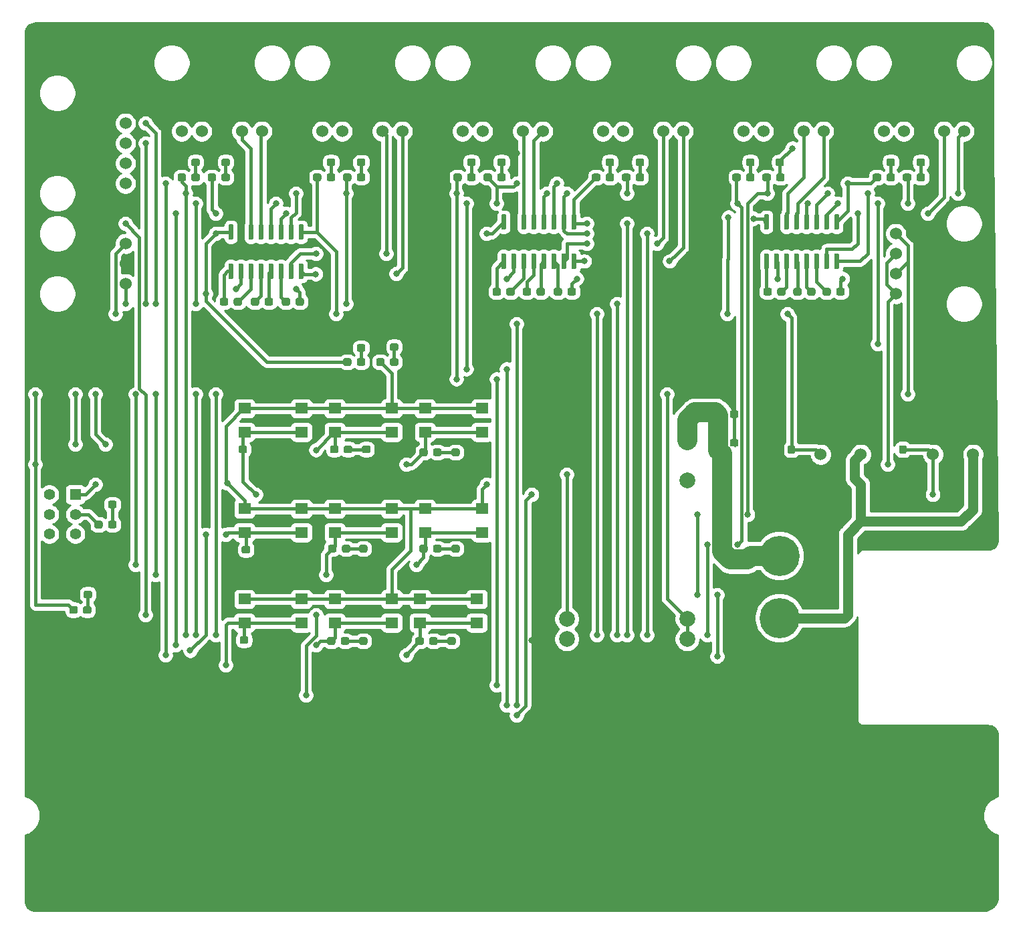
<source format=gbr>
G04 #@! TF.GenerationSoftware,KiCad,Pcbnew,(5.1.4)-1*
G04 #@! TF.CreationDate,2020-01-03T19:37:45-06:00*
G04 #@! TF.ProjectId,DriveBoard2020,44726976-6542-46f6-9172-64323032302e,rev?*
G04 #@! TF.SameCoordinates,Original*
G04 #@! TF.FileFunction,Copper,L1,Top*
G04 #@! TF.FilePolarity,Positive*
%FSLAX46Y46*%
G04 Gerber Fmt 4.6, Leading zero omitted, Abs format (unit mm)*
G04 Created by KiCad (PCBNEW (5.1.4)-1) date 2020-01-03 19:37:45*
%MOMM*%
%LPD*%
G04 APERTURE LIST*
%ADD10C,0.100000*%
%ADD11C,0.950000*%
%ADD12C,1.524000*%
%ADD13R,1.600000X1.400000*%
%ADD14C,0.600000*%
%ADD15C,2.000000*%
%ADD16R,1.400000X1.400000*%
%ADD17C,1.400000*%
%ADD18C,5.080000*%
%ADD19C,0.800000*%
%ADD20C,0.381000*%
%ADD21C,0.250000*%
%ADD22C,1.270000*%
%ADD23C,2.540000*%
%ADD24C,0.254000*%
G04 APERTURE END LIST*
D10*
G36*
X219625779Y-187486144D02*
G01*
X219648834Y-187489563D01*
X219671443Y-187495227D01*
X219693387Y-187503079D01*
X219714457Y-187513044D01*
X219734448Y-187525026D01*
X219753168Y-187538910D01*
X219770438Y-187554562D01*
X219786090Y-187571832D01*
X219799974Y-187590552D01*
X219811956Y-187610543D01*
X219821921Y-187631613D01*
X219829773Y-187653557D01*
X219835437Y-187676166D01*
X219838856Y-187699221D01*
X219840000Y-187722500D01*
X219840000Y-188197500D01*
X219838856Y-188220779D01*
X219835437Y-188243834D01*
X219829773Y-188266443D01*
X219821921Y-188288387D01*
X219811956Y-188309457D01*
X219799974Y-188329448D01*
X219786090Y-188348168D01*
X219770438Y-188365438D01*
X219753168Y-188381090D01*
X219734448Y-188394974D01*
X219714457Y-188406956D01*
X219693387Y-188416921D01*
X219671443Y-188424773D01*
X219648834Y-188430437D01*
X219625779Y-188433856D01*
X219602500Y-188435000D01*
X219027500Y-188435000D01*
X219004221Y-188433856D01*
X218981166Y-188430437D01*
X218958557Y-188424773D01*
X218936613Y-188416921D01*
X218915543Y-188406956D01*
X218895552Y-188394974D01*
X218876832Y-188381090D01*
X218859562Y-188365438D01*
X218843910Y-188348168D01*
X218830026Y-188329448D01*
X218818044Y-188309457D01*
X218808079Y-188288387D01*
X218800227Y-188266443D01*
X218794563Y-188243834D01*
X218791144Y-188220779D01*
X218790000Y-188197500D01*
X218790000Y-187722500D01*
X218791144Y-187699221D01*
X218794563Y-187676166D01*
X218800227Y-187653557D01*
X218808079Y-187631613D01*
X218818044Y-187610543D01*
X218830026Y-187590552D01*
X218843910Y-187571832D01*
X218859562Y-187554562D01*
X218876832Y-187538910D01*
X218895552Y-187525026D01*
X218915543Y-187513044D01*
X218936613Y-187503079D01*
X218958557Y-187495227D01*
X218981166Y-187489563D01*
X219004221Y-187486144D01*
X219027500Y-187485000D01*
X219602500Y-187485000D01*
X219625779Y-187486144D01*
X219625779Y-187486144D01*
G37*
D11*
X219315000Y-187960000D03*
D10*
G36*
X217875779Y-187486144D02*
G01*
X217898834Y-187489563D01*
X217921443Y-187495227D01*
X217943387Y-187503079D01*
X217964457Y-187513044D01*
X217984448Y-187525026D01*
X218003168Y-187538910D01*
X218020438Y-187554562D01*
X218036090Y-187571832D01*
X218049974Y-187590552D01*
X218061956Y-187610543D01*
X218071921Y-187631613D01*
X218079773Y-187653557D01*
X218085437Y-187676166D01*
X218088856Y-187699221D01*
X218090000Y-187722500D01*
X218090000Y-188197500D01*
X218088856Y-188220779D01*
X218085437Y-188243834D01*
X218079773Y-188266443D01*
X218071921Y-188288387D01*
X218061956Y-188309457D01*
X218049974Y-188329448D01*
X218036090Y-188348168D01*
X218020438Y-188365438D01*
X218003168Y-188381090D01*
X217984448Y-188394974D01*
X217964457Y-188406956D01*
X217943387Y-188416921D01*
X217921443Y-188424773D01*
X217898834Y-188430437D01*
X217875779Y-188433856D01*
X217852500Y-188435000D01*
X217277500Y-188435000D01*
X217254221Y-188433856D01*
X217231166Y-188430437D01*
X217208557Y-188424773D01*
X217186613Y-188416921D01*
X217165543Y-188406956D01*
X217145552Y-188394974D01*
X217126832Y-188381090D01*
X217109562Y-188365438D01*
X217093910Y-188348168D01*
X217080026Y-188329448D01*
X217068044Y-188309457D01*
X217058079Y-188288387D01*
X217050227Y-188266443D01*
X217044563Y-188243834D01*
X217041144Y-188220779D01*
X217040000Y-188197500D01*
X217040000Y-187722500D01*
X217041144Y-187699221D01*
X217044563Y-187676166D01*
X217050227Y-187653557D01*
X217058079Y-187631613D01*
X217068044Y-187610543D01*
X217080026Y-187590552D01*
X217093910Y-187571832D01*
X217109562Y-187554562D01*
X217126832Y-187538910D01*
X217145552Y-187525026D01*
X217165543Y-187513044D01*
X217186613Y-187503079D01*
X217208557Y-187495227D01*
X217231166Y-187489563D01*
X217254221Y-187486144D01*
X217277500Y-187485000D01*
X217852500Y-187485000D01*
X217875779Y-187486144D01*
X217875779Y-187486144D01*
G37*
D11*
X217565000Y-187960000D03*
D10*
G36*
X223145779Y-183005144D02*
G01*
X223168834Y-183008563D01*
X223191443Y-183014227D01*
X223213387Y-183022079D01*
X223234457Y-183032044D01*
X223254448Y-183044026D01*
X223273168Y-183057910D01*
X223290438Y-183073562D01*
X223306090Y-183090832D01*
X223319974Y-183109552D01*
X223331956Y-183129543D01*
X223341921Y-183150613D01*
X223349773Y-183172557D01*
X223355437Y-183195166D01*
X223358856Y-183218221D01*
X223360000Y-183241500D01*
X223360000Y-183816500D01*
X223358856Y-183839779D01*
X223355437Y-183862834D01*
X223349773Y-183885443D01*
X223341921Y-183907387D01*
X223331956Y-183928457D01*
X223319974Y-183948448D01*
X223306090Y-183967168D01*
X223290438Y-183984438D01*
X223273168Y-184000090D01*
X223254448Y-184013974D01*
X223234457Y-184025956D01*
X223213387Y-184035921D01*
X223191443Y-184043773D01*
X223168834Y-184049437D01*
X223145779Y-184052856D01*
X223122500Y-184054000D01*
X222647500Y-184054000D01*
X222624221Y-184052856D01*
X222601166Y-184049437D01*
X222578557Y-184043773D01*
X222556613Y-184035921D01*
X222535543Y-184025956D01*
X222515552Y-184013974D01*
X222496832Y-184000090D01*
X222479562Y-183984438D01*
X222463910Y-183967168D01*
X222450026Y-183948448D01*
X222438044Y-183928457D01*
X222428079Y-183907387D01*
X222420227Y-183885443D01*
X222414563Y-183862834D01*
X222411144Y-183839779D01*
X222410000Y-183816500D01*
X222410000Y-183241500D01*
X222411144Y-183218221D01*
X222414563Y-183195166D01*
X222420227Y-183172557D01*
X222428079Y-183150613D01*
X222438044Y-183129543D01*
X222450026Y-183109552D01*
X222463910Y-183090832D01*
X222479562Y-183073562D01*
X222496832Y-183057910D01*
X222515552Y-183044026D01*
X222535543Y-183032044D01*
X222556613Y-183022079D01*
X222578557Y-183014227D01*
X222601166Y-183008563D01*
X222624221Y-183005144D01*
X222647500Y-183004000D01*
X223122500Y-183004000D01*
X223145779Y-183005144D01*
X223145779Y-183005144D01*
G37*
D11*
X222885000Y-183529000D03*
D10*
G36*
X223145779Y-184755144D02*
G01*
X223168834Y-184758563D01*
X223191443Y-184764227D01*
X223213387Y-184772079D01*
X223234457Y-184782044D01*
X223254448Y-184794026D01*
X223273168Y-184807910D01*
X223290438Y-184823562D01*
X223306090Y-184840832D01*
X223319974Y-184859552D01*
X223331956Y-184879543D01*
X223341921Y-184900613D01*
X223349773Y-184922557D01*
X223355437Y-184945166D01*
X223358856Y-184968221D01*
X223360000Y-184991500D01*
X223360000Y-185566500D01*
X223358856Y-185589779D01*
X223355437Y-185612834D01*
X223349773Y-185635443D01*
X223341921Y-185657387D01*
X223331956Y-185678457D01*
X223319974Y-185698448D01*
X223306090Y-185717168D01*
X223290438Y-185734438D01*
X223273168Y-185750090D01*
X223254448Y-185763974D01*
X223234457Y-185775956D01*
X223213387Y-185785921D01*
X223191443Y-185793773D01*
X223168834Y-185799437D01*
X223145779Y-185802856D01*
X223122500Y-185804000D01*
X222647500Y-185804000D01*
X222624221Y-185802856D01*
X222601166Y-185799437D01*
X222578557Y-185793773D01*
X222556613Y-185785921D01*
X222535543Y-185775956D01*
X222515552Y-185763974D01*
X222496832Y-185750090D01*
X222479562Y-185734438D01*
X222463910Y-185717168D01*
X222450026Y-185698448D01*
X222438044Y-185678457D01*
X222428079Y-185657387D01*
X222420227Y-185635443D01*
X222414563Y-185612834D01*
X222411144Y-185589779D01*
X222410000Y-185566500D01*
X222410000Y-184991500D01*
X222411144Y-184968221D01*
X222414563Y-184945166D01*
X222420227Y-184922557D01*
X222428079Y-184900613D01*
X222438044Y-184879543D01*
X222450026Y-184859552D01*
X222463910Y-184840832D01*
X222479562Y-184823562D01*
X222496832Y-184807910D01*
X222515552Y-184794026D01*
X222535543Y-184782044D01*
X222556613Y-184772079D01*
X222578557Y-184764227D01*
X222601166Y-184758563D01*
X222624221Y-184755144D01*
X222647500Y-184754000D01*
X223122500Y-184754000D01*
X223145779Y-184755144D01*
X223145779Y-184755144D01*
G37*
D11*
X222885000Y-185279000D03*
D10*
G36*
X154601779Y-146719144D02*
G01*
X154624834Y-146722563D01*
X154647443Y-146728227D01*
X154669387Y-146736079D01*
X154690457Y-146746044D01*
X154710448Y-146758026D01*
X154729168Y-146771910D01*
X154746438Y-146787562D01*
X154762090Y-146804832D01*
X154775974Y-146823552D01*
X154787956Y-146843543D01*
X154797921Y-146864613D01*
X154805773Y-146886557D01*
X154811437Y-146909166D01*
X154814856Y-146932221D01*
X154816000Y-146955500D01*
X154816000Y-147430500D01*
X154814856Y-147453779D01*
X154811437Y-147476834D01*
X154805773Y-147499443D01*
X154797921Y-147521387D01*
X154787956Y-147542457D01*
X154775974Y-147562448D01*
X154762090Y-147581168D01*
X154746438Y-147598438D01*
X154729168Y-147614090D01*
X154710448Y-147627974D01*
X154690457Y-147639956D01*
X154669387Y-147649921D01*
X154647443Y-147657773D01*
X154624834Y-147663437D01*
X154601779Y-147666856D01*
X154578500Y-147668000D01*
X154003500Y-147668000D01*
X153980221Y-147666856D01*
X153957166Y-147663437D01*
X153934557Y-147657773D01*
X153912613Y-147649921D01*
X153891543Y-147639956D01*
X153871552Y-147627974D01*
X153852832Y-147614090D01*
X153835562Y-147598438D01*
X153819910Y-147581168D01*
X153806026Y-147562448D01*
X153794044Y-147542457D01*
X153784079Y-147521387D01*
X153776227Y-147499443D01*
X153770563Y-147476834D01*
X153767144Y-147453779D01*
X153766000Y-147430500D01*
X153766000Y-146955500D01*
X153767144Y-146932221D01*
X153770563Y-146909166D01*
X153776227Y-146886557D01*
X153784079Y-146864613D01*
X153794044Y-146843543D01*
X153806026Y-146823552D01*
X153819910Y-146804832D01*
X153835562Y-146787562D01*
X153852832Y-146771910D01*
X153871552Y-146758026D01*
X153891543Y-146746044D01*
X153912613Y-146736079D01*
X153934557Y-146728227D01*
X153957166Y-146722563D01*
X153980221Y-146719144D01*
X154003500Y-146718000D01*
X154578500Y-146718000D01*
X154601779Y-146719144D01*
X154601779Y-146719144D01*
G37*
D11*
X154291000Y-147193000D03*
D10*
G36*
X152851779Y-146719144D02*
G01*
X152874834Y-146722563D01*
X152897443Y-146728227D01*
X152919387Y-146736079D01*
X152940457Y-146746044D01*
X152960448Y-146758026D01*
X152979168Y-146771910D01*
X152996438Y-146787562D01*
X153012090Y-146804832D01*
X153025974Y-146823552D01*
X153037956Y-146843543D01*
X153047921Y-146864613D01*
X153055773Y-146886557D01*
X153061437Y-146909166D01*
X153064856Y-146932221D01*
X153066000Y-146955500D01*
X153066000Y-147430500D01*
X153064856Y-147453779D01*
X153061437Y-147476834D01*
X153055773Y-147499443D01*
X153047921Y-147521387D01*
X153037956Y-147542457D01*
X153025974Y-147562448D01*
X153012090Y-147581168D01*
X152996438Y-147598438D01*
X152979168Y-147614090D01*
X152960448Y-147627974D01*
X152940457Y-147639956D01*
X152919387Y-147649921D01*
X152897443Y-147657773D01*
X152874834Y-147663437D01*
X152851779Y-147666856D01*
X152828500Y-147668000D01*
X152253500Y-147668000D01*
X152230221Y-147666856D01*
X152207166Y-147663437D01*
X152184557Y-147657773D01*
X152162613Y-147649921D01*
X152141543Y-147639956D01*
X152121552Y-147627974D01*
X152102832Y-147614090D01*
X152085562Y-147598438D01*
X152069910Y-147581168D01*
X152056026Y-147562448D01*
X152044044Y-147542457D01*
X152034079Y-147521387D01*
X152026227Y-147499443D01*
X152020563Y-147476834D01*
X152017144Y-147453779D01*
X152016000Y-147430500D01*
X152016000Y-146955500D01*
X152017144Y-146932221D01*
X152020563Y-146909166D01*
X152026227Y-146886557D01*
X152034079Y-146864613D01*
X152044044Y-146843543D01*
X152056026Y-146823552D01*
X152069910Y-146804832D01*
X152085562Y-146787562D01*
X152102832Y-146771910D01*
X152121552Y-146758026D01*
X152141543Y-146746044D01*
X152162613Y-146736079D01*
X152184557Y-146728227D01*
X152207166Y-146722563D01*
X152230221Y-146719144D01*
X152253500Y-146718000D01*
X152828500Y-146718000D01*
X152851779Y-146719144D01*
X152851779Y-146719144D01*
G37*
D11*
X152541000Y-147193000D03*
D10*
G36*
X150791779Y-146719144D02*
G01*
X150814834Y-146722563D01*
X150837443Y-146728227D01*
X150859387Y-146736079D01*
X150880457Y-146746044D01*
X150900448Y-146758026D01*
X150919168Y-146771910D01*
X150936438Y-146787562D01*
X150952090Y-146804832D01*
X150965974Y-146823552D01*
X150977956Y-146843543D01*
X150987921Y-146864613D01*
X150995773Y-146886557D01*
X151001437Y-146909166D01*
X151004856Y-146932221D01*
X151006000Y-146955500D01*
X151006000Y-147430500D01*
X151004856Y-147453779D01*
X151001437Y-147476834D01*
X150995773Y-147499443D01*
X150987921Y-147521387D01*
X150977956Y-147542457D01*
X150965974Y-147562448D01*
X150952090Y-147581168D01*
X150936438Y-147598438D01*
X150919168Y-147614090D01*
X150900448Y-147627974D01*
X150880457Y-147639956D01*
X150859387Y-147649921D01*
X150837443Y-147657773D01*
X150814834Y-147663437D01*
X150791779Y-147666856D01*
X150768500Y-147668000D01*
X150193500Y-147668000D01*
X150170221Y-147666856D01*
X150147166Y-147663437D01*
X150124557Y-147657773D01*
X150102613Y-147649921D01*
X150081543Y-147639956D01*
X150061552Y-147627974D01*
X150042832Y-147614090D01*
X150025562Y-147598438D01*
X150009910Y-147581168D01*
X149996026Y-147562448D01*
X149984044Y-147542457D01*
X149974079Y-147521387D01*
X149966227Y-147499443D01*
X149960563Y-147476834D01*
X149957144Y-147453779D01*
X149956000Y-147430500D01*
X149956000Y-146955500D01*
X149957144Y-146932221D01*
X149960563Y-146909166D01*
X149966227Y-146886557D01*
X149974079Y-146864613D01*
X149984044Y-146843543D01*
X149996026Y-146823552D01*
X150009910Y-146804832D01*
X150025562Y-146787562D01*
X150042832Y-146771910D01*
X150061552Y-146758026D01*
X150081543Y-146746044D01*
X150102613Y-146736079D01*
X150124557Y-146728227D01*
X150147166Y-146722563D01*
X150170221Y-146719144D01*
X150193500Y-146718000D01*
X150768500Y-146718000D01*
X150791779Y-146719144D01*
X150791779Y-146719144D01*
G37*
D11*
X150481000Y-147193000D03*
D10*
G36*
X149041779Y-146719144D02*
G01*
X149064834Y-146722563D01*
X149087443Y-146728227D01*
X149109387Y-146736079D01*
X149130457Y-146746044D01*
X149150448Y-146758026D01*
X149169168Y-146771910D01*
X149186438Y-146787562D01*
X149202090Y-146804832D01*
X149215974Y-146823552D01*
X149227956Y-146843543D01*
X149237921Y-146864613D01*
X149245773Y-146886557D01*
X149251437Y-146909166D01*
X149254856Y-146932221D01*
X149256000Y-146955500D01*
X149256000Y-147430500D01*
X149254856Y-147453779D01*
X149251437Y-147476834D01*
X149245773Y-147499443D01*
X149237921Y-147521387D01*
X149227956Y-147542457D01*
X149215974Y-147562448D01*
X149202090Y-147581168D01*
X149186438Y-147598438D01*
X149169168Y-147614090D01*
X149150448Y-147627974D01*
X149130457Y-147639956D01*
X149109387Y-147649921D01*
X149087443Y-147657773D01*
X149064834Y-147663437D01*
X149041779Y-147666856D01*
X149018500Y-147668000D01*
X148443500Y-147668000D01*
X148420221Y-147666856D01*
X148397166Y-147663437D01*
X148374557Y-147657773D01*
X148352613Y-147649921D01*
X148331543Y-147639956D01*
X148311552Y-147627974D01*
X148292832Y-147614090D01*
X148275562Y-147598438D01*
X148259910Y-147581168D01*
X148246026Y-147562448D01*
X148234044Y-147542457D01*
X148224079Y-147521387D01*
X148216227Y-147499443D01*
X148210563Y-147476834D01*
X148207144Y-147453779D01*
X148206000Y-147430500D01*
X148206000Y-146955500D01*
X148207144Y-146932221D01*
X148210563Y-146909166D01*
X148216227Y-146886557D01*
X148224079Y-146864613D01*
X148234044Y-146843543D01*
X148246026Y-146823552D01*
X148259910Y-146804832D01*
X148275562Y-146787562D01*
X148292832Y-146771910D01*
X148311552Y-146758026D01*
X148331543Y-146746044D01*
X148352613Y-146736079D01*
X148374557Y-146728227D01*
X148397166Y-146722563D01*
X148420221Y-146719144D01*
X148443500Y-146718000D01*
X149018500Y-146718000D01*
X149041779Y-146719144D01*
X149041779Y-146719144D01*
G37*
D11*
X148731000Y-147193000D03*
D10*
G36*
X189921779Y-146719144D02*
G01*
X189944834Y-146722563D01*
X189967443Y-146728227D01*
X189989387Y-146736079D01*
X190010457Y-146746044D01*
X190030448Y-146758026D01*
X190049168Y-146771910D01*
X190066438Y-146787562D01*
X190082090Y-146804832D01*
X190095974Y-146823552D01*
X190107956Y-146843543D01*
X190117921Y-146864613D01*
X190125773Y-146886557D01*
X190131437Y-146909166D01*
X190134856Y-146932221D01*
X190136000Y-146955500D01*
X190136000Y-147430500D01*
X190134856Y-147453779D01*
X190131437Y-147476834D01*
X190125773Y-147499443D01*
X190117921Y-147521387D01*
X190107956Y-147542457D01*
X190095974Y-147562448D01*
X190082090Y-147581168D01*
X190066438Y-147598438D01*
X190049168Y-147614090D01*
X190030448Y-147627974D01*
X190010457Y-147639956D01*
X189989387Y-147649921D01*
X189967443Y-147657773D01*
X189944834Y-147663437D01*
X189921779Y-147666856D01*
X189898500Y-147668000D01*
X189323500Y-147668000D01*
X189300221Y-147666856D01*
X189277166Y-147663437D01*
X189254557Y-147657773D01*
X189232613Y-147649921D01*
X189211543Y-147639956D01*
X189191552Y-147627974D01*
X189172832Y-147614090D01*
X189155562Y-147598438D01*
X189139910Y-147581168D01*
X189126026Y-147562448D01*
X189114044Y-147542457D01*
X189104079Y-147521387D01*
X189096227Y-147499443D01*
X189090563Y-147476834D01*
X189087144Y-147453779D01*
X189086000Y-147430500D01*
X189086000Y-146955500D01*
X189087144Y-146932221D01*
X189090563Y-146909166D01*
X189096227Y-146886557D01*
X189104079Y-146864613D01*
X189114044Y-146843543D01*
X189126026Y-146823552D01*
X189139910Y-146804832D01*
X189155562Y-146787562D01*
X189172832Y-146771910D01*
X189191552Y-146758026D01*
X189211543Y-146746044D01*
X189232613Y-146736079D01*
X189254557Y-146728227D01*
X189277166Y-146722563D01*
X189300221Y-146719144D01*
X189323500Y-146718000D01*
X189898500Y-146718000D01*
X189921779Y-146719144D01*
X189921779Y-146719144D01*
G37*
D11*
X189611000Y-147193000D03*
D10*
G36*
X188171779Y-146719144D02*
G01*
X188194834Y-146722563D01*
X188217443Y-146728227D01*
X188239387Y-146736079D01*
X188260457Y-146746044D01*
X188280448Y-146758026D01*
X188299168Y-146771910D01*
X188316438Y-146787562D01*
X188332090Y-146804832D01*
X188345974Y-146823552D01*
X188357956Y-146843543D01*
X188367921Y-146864613D01*
X188375773Y-146886557D01*
X188381437Y-146909166D01*
X188384856Y-146932221D01*
X188386000Y-146955500D01*
X188386000Y-147430500D01*
X188384856Y-147453779D01*
X188381437Y-147476834D01*
X188375773Y-147499443D01*
X188367921Y-147521387D01*
X188357956Y-147542457D01*
X188345974Y-147562448D01*
X188332090Y-147581168D01*
X188316438Y-147598438D01*
X188299168Y-147614090D01*
X188280448Y-147627974D01*
X188260457Y-147639956D01*
X188239387Y-147649921D01*
X188217443Y-147657773D01*
X188194834Y-147663437D01*
X188171779Y-147666856D01*
X188148500Y-147668000D01*
X187573500Y-147668000D01*
X187550221Y-147666856D01*
X187527166Y-147663437D01*
X187504557Y-147657773D01*
X187482613Y-147649921D01*
X187461543Y-147639956D01*
X187441552Y-147627974D01*
X187422832Y-147614090D01*
X187405562Y-147598438D01*
X187389910Y-147581168D01*
X187376026Y-147562448D01*
X187364044Y-147542457D01*
X187354079Y-147521387D01*
X187346227Y-147499443D01*
X187340563Y-147476834D01*
X187337144Y-147453779D01*
X187336000Y-147430500D01*
X187336000Y-146955500D01*
X187337144Y-146932221D01*
X187340563Y-146909166D01*
X187346227Y-146886557D01*
X187354079Y-146864613D01*
X187364044Y-146843543D01*
X187376026Y-146823552D01*
X187389910Y-146804832D01*
X187405562Y-146787562D01*
X187422832Y-146771910D01*
X187441552Y-146758026D01*
X187461543Y-146746044D01*
X187482613Y-146736079D01*
X187504557Y-146728227D01*
X187527166Y-146722563D01*
X187550221Y-146719144D01*
X187573500Y-146718000D01*
X188148500Y-146718000D01*
X188171779Y-146719144D01*
X188171779Y-146719144D01*
G37*
D11*
X187861000Y-147193000D03*
D10*
G36*
X186111779Y-146719144D02*
G01*
X186134834Y-146722563D01*
X186157443Y-146728227D01*
X186179387Y-146736079D01*
X186200457Y-146746044D01*
X186220448Y-146758026D01*
X186239168Y-146771910D01*
X186256438Y-146787562D01*
X186272090Y-146804832D01*
X186285974Y-146823552D01*
X186297956Y-146843543D01*
X186307921Y-146864613D01*
X186315773Y-146886557D01*
X186321437Y-146909166D01*
X186324856Y-146932221D01*
X186326000Y-146955500D01*
X186326000Y-147430500D01*
X186324856Y-147453779D01*
X186321437Y-147476834D01*
X186315773Y-147499443D01*
X186307921Y-147521387D01*
X186297956Y-147542457D01*
X186285974Y-147562448D01*
X186272090Y-147581168D01*
X186256438Y-147598438D01*
X186239168Y-147614090D01*
X186220448Y-147627974D01*
X186200457Y-147639956D01*
X186179387Y-147649921D01*
X186157443Y-147657773D01*
X186134834Y-147663437D01*
X186111779Y-147666856D01*
X186088500Y-147668000D01*
X185513500Y-147668000D01*
X185490221Y-147666856D01*
X185467166Y-147663437D01*
X185444557Y-147657773D01*
X185422613Y-147649921D01*
X185401543Y-147639956D01*
X185381552Y-147627974D01*
X185362832Y-147614090D01*
X185345562Y-147598438D01*
X185329910Y-147581168D01*
X185316026Y-147562448D01*
X185304044Y-147542457D01*
X185294079Y-147521387D01*
X185286227Y-147499443D01*
X185280563Y-147476834D01*
X185277144Y-147453779D01*
X185276000Y-147430500D01*
X185276000Y-146955500D01*
X185277144Y-146932221D01*
X185280563Y-146909166D01*
X185286227Y-146886557D01*
X185294079Y-146864613D01*
X185304044Y-146843543D01*
X185316026Y-146823552D01*
X185329910Y-146804832D01*
X185345562Y-146787562D01*
X185362832Y-146771910D01*
X185381552Y-146758026D01*
X185401543Y-146746044D01*
X185422613Y-146736079D01*
X185444557Y-146728227D01*
X185467166Y-146722563D01*
X185490221Y-146719144D01*
X185513500Y-146718000D01*
X186088500Y-146718000D01*
X186111779Y-146719144D01*
X186111779Y-146719144D01*
G37*
D11*
X185801000Y-147193000D03*
D10*
G36*
X184361779Y-146719144D02*
G01*
X184384834Y-146722563D01*
X184407443Y-146728227D01*
X184429387Y-146736079D01*
X184450457Y-146746044D01*
X184470448Y-146758026D01*
X184489168Y-146771910D01*
X184506438Y-146787562D01*
X184522090Y-146804832D01*
X184535974Y-146823552D01*
X184547956Y-146843543D01*
X184557921Y-146864613D01*
X184565773Y-146886557D01*
X184571437Y-146909166D01*
X184574856Y-146932221D01*
X184576000Y-146955500D01*
X184576000Y-147430500D01*
X184574856Y-147453779D01*
X184571437Y-147476834D01*
X184565773Y-147499443D01*
X184557921Y-147521387D01*
X184547956Y-147542457D01*
X184535974Y-147562448D01*
X184522090Y-147581168D01*
X184506438Y-147598438D01*
X184489168Y-147614090D01*
X184470448Y-147627974D01*
X184450457Y-147639956D01*
X184429387Y-147649921D01*
X184407443Y-147657773D01*
X184384834Y-147663437D01*
X184361779Y-147666856D01*
X184338500Y-147668000D01*
X183763500Y-147668000D01*
X183740221Y-147666856D01*
X183717166Y-147663437D01*
X183694557Y-147657773D01*
X183672613Y-147649921D01*
X183651543Y-147639956D01*
X183631552Y-147627974D01*
X183612832Y-147614090D01*
X183595562Y-147598438D01*
X183579910Y-147581168D01*
X183566026Y-147562448D01*
X183554044Y-147542457D01*
X183544079Y-147521387D01*
X183536227Y-147499443D01*
X183530563Y-147476834D01*
X183527144Y-147453779D01*
X183526000Y-147430500D01*
X183526000Y-146955500D01*
X183527144Y-146932221D01*
X183530563Y-146909166D01*
X183536227Y-146886557D01*
X183544079Y-146864613D01*
X183554044Y-146843543D01*
X183566026Y-146823552D01*
X183579910Y-146804832D01*
X183595562Y-146787562D01*
X183612832Y-146771910D01*
X183631552Y-146758026D01*
X183651543Y-146746044D01*
X183672613Y-146736079D01*
X183694557Y-146728227D01*
X183717166Y-146722563D01*
X183740221Y-146719144D01*
X183763500Y-146718000D01*
X184338500Y-146718000D01*
X184361779Y-146719144D01*
X184361779Y-146719144D01*
G37*
D11*
X184051000Y-147193000D03*
D10*
G36*
X207624279Y-146719144D02*
G01*
X207647334Y-146722563D01*
X207669943Y-146728227D01*
X207691887Y-146736079D01*
X207712957Y-146746044D01*
X207732948Y-146758026D01*
X207751668Y-146771910D01*
X207768938Y-146787562D01*
X207784590Y-146804832D01*
X207798474Y-146823552D01*
X207810456Y-146843543D01*
X207820421Y-146864613D01*
X207828273Y-146886557D01*
X207833937Y-146909166D01*
X207837356Y-146932221D01*
X207838500Y-146955500D01*
X207838500Y-147430500D01*
X207837356Y-147453779D01*
X207833937Y-147476834D01*
X207828273Y-147499443D01*
X207820421Y-147521387D01*
X207810456Y-147542457D01*
X207798474Y-147562448D01*
X207784590Y-147581168D01*
X207768938Y-147598438D01*
X207751668Y-147614090D01*
X207732948Y-147627974D01*
X207712957Y-147639956D01*
X207691887Y-147649921D01*
X207669943Y-147657773D01*
X207647334Y-147663437D01*
X207624279Y-147666856D01*
X207601000Y-147668000D01*
X207026000Y-147668000D01*
X207002721Y-147666856D01*
X206979666Y-147663437D01*
X206957057Y-147657773D01*
X206935113Y-147649921D01*
X206914043Y-147639956D01*
X206894052Y-147627974D01*
X206875332Y-147614090D01*
X206858062Y-147598438D01*
X206842410Y-147581168D01*
X206828526Y-147562448D01*
X206816544Y-147542457D01*
X206806579Y-147521387D01*
X206798727Y-147499443D01*
X206793063Y-147476834D01*
X206789644Y-147453779D01*
X206788500Y-147430500D01*
X206788500Y-146955500D01*
X206789644Y-146932221D01*
X206793063Y-146909166D01*
X206798727Y-146886557D01*
X206806579Y-146864613D01*
X206816544Y-146843543D01*
X206828526Y-146823552D01*
X206842410Y-146804832D01*
X206858062Y-146787562D01*
X206875332Y-146771910D01*
X206894052Y-146758026D01*
X206914043Y-146746044D01*
X206935113Y-146736079D01*
X206957057Y-146728227D01*
X206979666Y-146722563D01*
X207002721Y-146719144D01*
X207026000Y-146718000D01*
X207601000Y-146718000D01*
X207624279Y-146719144D01*
X207624279Y-146719144D01*
G37*
D11*
X207313500Y-147193000D03*
D10*
G36*
X205874279Y-146719144D02*
G01*
X205897334Y-146722563D01*
X205919943Y-146728227D01*
X205941887Y-146736079D01*
X205962957Y-146746044D01*
X205982948Y-146758026D01*
X206001668Y-146771910D01*
X206018938Y-146787562D01*
X206034590Y-146804832D01*
X206048474Y-146823552D01*
X206060456Y-146843543D01*
X206070421Y-146864613D01*
X206078273Y-146886557D01*
X206083937Y-146909166D01*
X206087356Y-146932221D01*
X206088500Y-146955500D01*
X206088500Y-147430500D01*
X206087356Y-147453779D01*
X206083937Y-147476834D01*
X206078273Y-147499443D01*
X206070421Y-147521387D01*
X206060456Y-147542457D01*
X206048474Y-147562448D01*
X206034590Y-147581168D01*
X206018938Y-147598438D01*
X206001668Y-147614090D01*
X205982948Y-147627974D01*
X205962957Y-147639956D01*
X205941887Y-147649921D01*
X205919943Y-147657773D01*
X205897334Y-147663437D01*
X205874279Y-147666856D01*
X205851000Y-147668000D01*
X205276000Y-147668000D01*
X205252721Y-147666856D01*
X205229666Y-147663437D01*
X205207057Y-147657773D01*
X205185113Y-147649921D01*
X205164043Y-147639956D01*
X205144052Y-147627974D01*
X205125332Y-147614090D01*
X205108062Y-147598438D01*
X205092410Y-147581168D01*
X205078526Y-147562448D01*
X205066544Y-147542457D01*
X205056579Y-147521387D01*
X205048727Y-147499443D01*
X205043063Y-147476834D01*
X205039644Y-147453779D01*
X205038500Y-147430500D01*
X205038500Y-146955500D01*
X205039644Y-146932221D01*
X205043063Y-146909166D01*
X205048727Y-146886557D01*
X205056579Y-146864613D01*
X205066544Y-146843543D01*
X205078526Y-146823552D01*
X205092410Y-146804832D01*
X205108062Y-146787562D01*
X205125332Y-146771910D01*
X205144052Y-146758026D01*
X205164043Y-146746044D01*
X205185113Y-146736079D01*
X205207057Y-146728227D01*
X205229666Y-146722563D01*
X205252721Y-146719144D01*
X205276000Y-146718000D01*
X205851000Y-146718000D01*
X205874279Y-146719144D01*
X205874279Y-146719144D01*
G37*
D11*
X205563500Y-147193000D03*
D10*
G36*
X202141779Y-146719144D02*
G01*
X202164834Y-146722563D01*
X202187443Y-146728227D01*
X202209387Y-146736079D01*
X202230457Y-146746044D01*
X202250448Y-146758026D01*
X202269168Y-146771910D01*
X202286438Y-146787562D01*
X202302090Y-146804832D01*
X202315974Y-146823552D01*
X202327956Y-146843543D01*
X202337921Y-146864613D01*
X202345773Y-146886557D01*
X202351437Y-146909166D01*
X202354856Y-146932221D01*
X202356000Y-146955500D01*
X202356000Y-147430500D01*
X202354856Y-147453779D01*
X202351437Y-147476834D01*
X202345773Y-147499443D01*
X202337921Y-147521387D01*
X202327956Y-147542457D01*
X202315974Y-147562448D01*
X202302090Y-147581168D01*
X202286438Y-147598438D01*
X202269168Y-147614090D01*
X202250448Y-147627974D01*
X202230457Y-147639956D01*
X202209387Y-147649921D01*
X202187443Y-147657773D01*
X202164834Y-147663437D01*
X202141779Y-147666856D01*
X202118500Y-147668000D01*
X201543500Y-147668000D01*
X201520221Y-147666856D01*
X201497166Y-147663437D01*
X201474557Y-147657773D01*
X201452613Y-147649921D01*
X201431543Y-147639956D01*
X201411552Y-147627974D01*
X201392832Y-147614090D01*
X201375562Y-147598438D01*
X201359910Y-147581168D01*
X201346026Y-147562448D01*
X201334044Y-147542457D01*
X201324079Y-147521387D01*
X201316227Y-147499443D01*
X201310563Y-147476834D01*
X201307144Y-147453779D01*
X201306000Y-147430500D01*
X201306000Y-146955500D01*
X201307144Y-146932221D01*
X201310563Y-146909166D01*
X201316227Y-146886557D01*
X201324079Y-146864613D01*
X201334044Y-146843543D01*
X201346026Y-146823552D01*
X201359910Y-146804832D01*
X201375562Y-146787562D01*
X201392832Y-146771910D01*
X201411552Y-146758026D01*
X201431543Y-146746044D01*
X201452613Y-146736079D01*
X201474557Y-146728227D01*
X201497166Y-146722563D01*
X201520221Y-146719144D01*
X201543500Y-146718000D01*
X202118500Y-146718000D01*
X202141779Y-146719144D01*
X202141779Y-146719144D01*
G37*
D11*
X201831000Y-147193000D03*
D10*
G36*
X203891779Y-146719144D02*
G01*
X203914834Y-146722563D01*
X203937443Y-146728227D01*
X203959387Y-146736079D01*
X203980457Y-146746044D01*
X204000448Y-146758026D01*
X204019168Y-146771910D01*
X204036438Y-146787562D01*
X204052090Y-146804832D01*
X204065974Y-146823552D01*
X204077956Y-146843543D01*
X204087921Y-146864613D01*
X204095773Y-146886557D01*
X204101437Y-146909166D01*
X204104856Y-146932221D01*
X204106000Y-146955500D01*
X204106000Y-147430500D01*
X204104856Y-147453779D01*
X204101437Y-147476834D01*
X204095773Y-147499443D01*
X204087921Y-147521387D01*
X204077956Y-147542457D01*
X204065974Y-147562448D01*
X204052090Y-147581168D01*
X204036438Y-147598438D01*
X204019168Y-147614090D01*
X204000448Y-147627974D01*
X203980457Y-147639956D01*
X203959387Y-147649921D01*
X203937443Y-147657773D01*
X203914834Y-147663437D01*
X203891779Y-147666856D01*
X203868500Y-147668000D01*
X203293500Y-147668000D01*
X203270221Y-147666856D01*
X203247166Y-147663437D01*
X203224557Y-147657773D01*
X203202613Y-147649921D01*
X203181543Y-147639956D01*
X203161552Y-147627974D01*
X203142832Y-147614090D01*
X203125562Y-147598438D01*
X203109910Y-147581168D01*
X203096026Y-147562448D01*
X203084044Y-147542457D01*
X203074079Y-147521387D01*
X203066227Y-147499443D01*
X203060563Y-147476834D01*
X203057144Y-147453779D01*
X203056000Y-147430500D01*
X203056000Y-146955500D01*
X203057144Y-146932221D01*
X203060563Y-146909166D01*
X203066227Y-146886557D01*
X203074079Y-146864613D01*
X203084044Y-146843543D01*
X203096026Y-146823552D01*
X203109910Y-146804832D01*
X203125562Y-146787562D01*
X203142832Y-146771910D01*
X203161552Y-146758026D01*
X203181543Y-146746044D01*
X203202613Y-146736079D01*
X203224557Y-146728227D01*
X203247166Y-146722563D01*
X203270221Y-146719144D01*
X203293500Y-146718000D01*
X203868500Y-146718000D01*
X203891779Y-146719144D01*
X203891779Y-146719144D01*
G37*
D11*
X203581000Y-147193000D03*
D10*
G36*
X158792779Y-170087144D02*
G01*
X158815834Y-170090563D01*
X158838443Y-170096227D01*
X158860387Y-170104079D01*
X158881457Y-170114044D01*
X158901448Y-170126026D01*
X158920168Y-170139910D01*
X158937438Y-170155562D01*
X158953090Y-170172832D01*
X158966974Y-170191552D01*
X158978956Y-170211543D01*
X158988921Y-170232613D01*
X158996773Y-170254557D01*
X159002437Y-170277166D01*
X159005856Y-170300221D01*
X159007000Y-170323500D01*
X159007000Y-170798500D01*
X159005856Y-170821779D01*
X159002437Y-170844834D01*
X158996773Y-170867443D01*
X158988921Y-170889387D01*
X158978956Y-170910457D01*
X158966974Y-170930448D01*
X158953090Y-170949168D01*
X158937438Y-170966438D01*
X158920168Y-170982090D01*
X158901448Y-170995974D01*
X158881457Y-171007956D01*
X158860387Y-171017921D01*
X158838443Y-171025773D01*
X158815834Y-171031437D01*
X158792779Y-171034856D01*
X158769500Y-171036000D01*
X158194500Y-171036000D01*
X158171221Y-171034856D01*
X158148166Y-171031437D01*
X158125557Y-171025773D01*
X158103613Y-171017921D01*
X158082543Y-171007956D01*
X158062552Y-170995974D01*
X158043832Y-170982090D01*
X158026562Y-170966438D01*
X158010910Y-170949168D01*
X157997026Y-170930448D01*
X157985044Y-170910457D01*
X157975079Y-170889387D01*
X157967227Y-170867443D01*
X157961563Y-170844834D01*
X157958144Y-170821779D01*
X157957000Y-170798500D01*
X157957000Y-170323500D01*
X157958144Y-170300221D01*
X157961563Y-170277166D01*
X157967227Y-170254557D01*
X157975079Y-170232613D01*
X157985044Y-170211543D01*
X157997026Y-170191552D01*
X158010910Y-170172832D01*
X158026562Y-170155562D01*
X158043832Y-170139910D01*
X158062552Y-170126026D01*
X158082543Y-170114044D01*
X158103613Y-170104079D01*
X158125557Y-170096227D01*
X158148166Y-170090563D01*
X158171221Y-170087144D01*
X158194500Y-170086000D01*
X158769500Y-170086000D01*
X158792779Y-170087144D01*
X158792779Y-170087144D01*
G37*
D11*
X158482000Y-170561000D03*
D10*
G36*
X157042779Y-170087144D02*
G01*
X157065834Y-170090563D01*
X157088443Y-170096227D01*
X157110387Y-170104079D01*
X157131457Y-170114044D01*
X157151448Y-170126026D01*
X157170168Y-170139910D01*
X157187438Y-170155562D01*
X157203090Y-170172832D01*
X157216974Y-170191552D01*
X157228956Y-170211543D01*
X157238921Y-170232613D01*
X157246773Y-170254557D01*
X157252437Y-170277166D01*
X157255856Y-170300221D01*
X157257000Y-170323500D01*
X157257000Y-170798500D01*
X157255856Y-170821779D01*
X157252437Y-170844834D01*
X157246773Y-170867443D01*
X157238921Y-170889387D01*
X157228956Y-170910457D01*
X157216974Y-170930448D01*
X157203090Y-170949168D01*
X157187438Y-170966438D01*
X157170168Y-170982090D01*
X157151448Y-170995974D01*
X157131457Y-171007956D01*
X157110387Y-171017921D01*
X157088443Y-171025773D01*
X157065834Y-171031437D01*
X157042779Y-171034856D01*
X157019500Y-171036000D01*
X156444500Y-171036000D01*
X156421221Y-171034856D01*
X156398166Y-171031437D01*
X156375557Y-171025773D01*
X156353613Y-171017921D01*
X156332543Y-171007956D01*
X156312552Y-170995974D01*
X156293832Y-170982090D01*
X156276562Y-170966438D01*
X156260910Y-170949168D01*
X156247026Y-170930448D01*
X156235044Y-170910457D01*
X156225079Y-170889387D01*
X156217227Y-170867443D01*
X156211563Y-170844834D01*
X156208144Y-170821779D01*
X156207000Y-170798500D01*
X156207000Y-170323500D01*
X156208144Y-170300221D01*
X156211563Y-170277166D01*
X156217227Y-170254557D01*
X156225079Y-170232613D01*
X156235044Y-170211543D01*
X156247026Y-170191552D01*
X156260910Y-170172832D01*
X156276562Y-170155562D01*
X156293832Y-170139910D01*
X156312552Y-170126026D01*
X156332543Y-170114044D01*
X156353613Y-170104079D01*
X156375557Y-170096227D01*
X156398166Y-170090563D01*
X156421221Y-170087144D01*
X156444500Y-170086000D01*
X157019500Y-170086000D01*
X157042779Y-170087144D01*
X157042779Y-170087144D01*
G37*
D11*
X156732000Y-170561000D03*
D10*
G36*
X123105779Y-190026144D02*
G01*
X123128834Y-190029563D01*
X123151443Y-190035227D01*
X123173387Y-190043079D01*
X123194457Y-190053044D01*
X123214448Y-190065026D01*
X123233168Y-190078910D01*
X123250438Y-190094562D01*
X123266090Y-190111832D01*
X123279974Y-190130552D01*
X123291956Y-190150543D01*
X123301921Y-190171613D01*
X123309773Y-190193557D01*
X123315437Y-190216166D01*
X123318856Y-190239221D01*
X123320000Y-190262500D01*
X123320000Y-190737500D01*
X123318856Y-190760779D01*
X123315437Y-190783834D01*
X123309773Y-190806443D01*
X123301921Y-190828387D01*
X123291956Y-190849457D01*
X123279974Y-190869448D01*
X123266090Y-190888168D01*
X123250438Y-190905438D01*
X123233168Y-190921090D01*
X123214448Y-190934974D01*
X123194457Y-190946956D01*
X123173387Y-190956921D01*
X123151443Y-190964773D01*
X123128834Y-190970437D01*
X123105779Y-190973856D01*
X123082500Y-190975000D01*
X122507500Y-190975000D01*
X122484221Y-190973856D01*
X122461166Y-190970437D01*
X122438557Y-190964773D01*
X122416613Y-190956921D01*
X122395543Y-190946956D01*
X122375552Y-190934974D01*
X122356832Y-190921090D01*
X122339562Y-190905438D01*
X122323910Y-190888168D01*
X122310026Y-190869448D01*
X122298044Y-190849457D01*
X122288079Y-190828387D01*
X122280227Y-190806443D01*
X122274563Y-190783834D01*
X122271144Y-190760779D01*
X122270000Y-190737500D01*
X122270000Y-190262500D01*
X122271144Y-190239221D01*
X122274563Y-190216166D01*
X122280227Y-190193557D01*
X122288079Y-190171613D01*
X122298044Y-190150543D01*
X122310026Y-190130552D01*
X122323910Y-190111832D01*
X122339562Y-190094562D01*
X122356832Y-190078910D01*
X122375552Y-190065026D01*
X122395543Y-190053044D01*
X122416613Y-190043079D01*
X122438557Y-190035227D01*
X122461166Y-190029563D01*
X122484221Y-190026144D01*
X122507500Y-190025000D01*
X123082500Y-190025000D01*
X123105779Y-190026144D01*
X123105779Y-190026144D01*
G37*
D11*
X122795000Y-190500000D03*
D10*
G36*
X121355779Y-190026144D02*
G01*
X121378834Y-190029563D01*
X121401443Y-190035227D01*
X121423387Y-190043079D01*
X121444457Y-190053044D01*
X121464448Y-190065026D01*
X121483168Y-190078910D01*
X121500438Y-190094562D01*
X121516090Y-190111832D01*
X121529974Y-190130552D01*
X121541956Y-190150543D01*
X121551921Y-190171613D01*
X121559773Y-190193557D01*
X121565437Y-190216166D01*
X121568856Y-190239221D01*
X121570000Y-190262500D01*
X121570000Y-190737500D01*
X121568856Y-190760779D01*
X121565437Y-190783834D01*
X121559773Y-190806443D01*
X121551921Y-190828387D01*
X121541956Y-190849457D01*
X121529974Y-190869448D01*
X121516090Y-190888168D01*
X121500438Y-190905438D01*
X121483168Y-190921090D01*
X121464448Y-190934974D01*
X121444457Y-190946956D01*
X121423387Y-190956921D01*
X121401443Y-190964773D01*
X121378834Y-190970437D01*
X121355779Y-190973856D01*
X121332500Y-190975000D01*
X120757500Y-190975000D01*
X120734221Y-190973856D01*
X120711166Y-190970437D01*
X120688557Y-190964773D01*
X120666613Y-190956921D01*
X120645543Y-190946956D01*
X120625552Y-190934974D01*
X120606832Y-190921090D01*
X120589562Y-190905438D01*
X120573910Y-190888168D01*
X120560026Y-190869448D01*
X120548044Y-190849457D01*
X120538079Y-190828387D01*
X120530227Y-190806443D01*
X120524563Y-190783834D01*
X120521144Y-190760779D01*
X120520000Y-190737500D01*
X120520000Y-190262500D01*
X120521144Y-190239221D01*
X120524563Y-190216166D01*
X120530227Y-190193557D01*
X120538079Y-190171613D01*
X120548044Y-190150543D01*
X120560026Y-190130552D01*
X120573910Y-190111832D01*
X120589562Y-190094562D01*
X120606832Y-190078910D01*
X120625552Y-190065026D01*
X120645543Y-190053044D01*
X120666613Y-190043079D01*
X120688557Y-190035227D01*
X120711166Y-190029563D01*
X120734221Y-190026144D01*
X120757500Y-190025000D01*
X121332500Y-190025000D01*
X121355779Y-190026144D01*
X121355779Y-190026144D01*
G37*
D11*
X121045000Y-190500000D03*
D10*
G36*
X166567779Y-183422144D02*
G01*
X166590834Y-183425563D01*
X166613443Y-183431227D01*
X166635387Y-183439079D01*
X166656457Y-183449044D01*
X166676448Y-183461026D01*
X166695168Y-183474910D01*
X166712438Y-183490562D01*
X166728090Y-183507832D01*
X166741974Y-183526552D01*
X166753956Y-183546543D01*
X166763921Y-183567613D01*
X166771773Y-183589557D01*
X166777437Y-183612166D01*
X166780856Y-183635221D01*
X166782000Y-183658500D01*
X166782000Y-184133500D01*
X166780856Y-184156779D01*
X166777437Y-184179834D01*
X166771773Y-184202443D01*
X166763921Y-184224387D01*
X166753956Y-184245457D01*
X166741974Y-184265448D01*
X166728090Y-184284168D01*
X166712438Y-184301438D01*
X166695168Y-184317090D01*
X166676448Y-184330974D01*
X166656457Y-184342956D01*
X166635387Y-184352921D01*
X166613443Y-184360773D01*
X166590834Y-184366437D01*
X166567779Y-184369856D01*
X166544500Y-184371000D01*
X165969500Y-184371000D01*
X165946221Y-184369856D01*
X165923166Y-184366437D01*
X165900557Y-184360773D01*
X165878613Y-184352921D01*
X165857543Y-184342956D01*
X165837552Y-184330974D01*
X165818832Y-184317090D01*
X165801562Y-184301438D01*
X165785910Y-184284168D01*
X165772026Y-184265448D01*
X165760044Y-184245457D01*
X165750079Y-184224387D01*
X165742227Y-184202443D01*
X165736563Y-184179834D01*
X165733144Y-184156779D01*
X165732000Y-184133500D01*
X165732000Y-183658500D01*
X165733144Y-183635221D01*
X165736563Y-183612166D01*
X165742227Y-183589557D01*
X165750079Y-183567613D01*
X165760044Y-183546543D01*
X165772026Y-183526552D01*
X165785910Y-183507832D01*
X165801562Y-183490562D01*
X165818832Y-183474910D01*
X165837552Y-183461026D01*
X165857543Y-183449044D01*
X165878613Y-183439079D01*
X165900557Y-183431227D01*
X165923166Y-183425563D01*
X165946221Y-183422144D01*
X165969500Y-183421000D01*
X166544500Y-183421000D01*
X166567779Y-183422144D01*
X166567779Y-183422144D01*
G37*
D11*
X166257000Y-183896000D03*
D10*
G36*
X168317779Y-183422144D02*
G01*
X168340834Y-183425563D01*
X168363443Y-183431227D01*
X168385387Y-183439079D01*
X168406457Y-183449044D01*
X168426448Y-183461026D01*
X168445168Y-183474910D01*
X168462438Y-183490562D01*
X168478090Y-183507832D01*
X168491974Y-183526552D01*
X168503956Y-183546543D01*
X168513921Y-183567613D01*
X168521773Y-183589557D01*
X168527437Y-183612166D01*
X168530856Y-183635221D01*
X168532000Y-183658500D01*
X168532000Y-184133500D01*
X168530856Y-184156779D01*
X168527437Y-184179834D01*
X168521773Y-184202443D01*
X168513921Y-184224387D01*
X168503956Y-184245457D01*
X168491974Y-184265448D01*
X168478090Y-184284168D01*
X168462438Y-184301438D01*
X168445168Y-184317090D01*
X168426448Y-184330974D01*
X168406457Y-184342956D01*
X168385387Y-184352921D01*
X168363443Y-184360773D01*
X168340834Y-184366437D01*
X168317779Y-184369856D01*
X168294500Y-184371000D01*
X167719500Y-184371000D01*
X167696221Y-184369856D01*
X167673166Y-184366437D01*
X167650557Y-184360773D01*
X167628613Y-184352921D01*
X167607543Y-184342956D01*
X167587552Y-184330974D01*
X167568832Y-184317090D01*
X167551562Y-184301438D01*
X167535910Y-184284168D01*
X167522026Y-184265448D01*
X167510044Y-184245457D01*
X167500079Y-184224387D01*
X167492227Y-184202443D01*
X167486563Y-184179834D01*
X167483144Y-184156779D01*
X167482000Y-184133500D01*
X167482000Y-183658500D01*
X167483144Y-183635221D01*
X167486563Y-183612166D01*
X167492227Y-183589557D01*
X167500079Y-183567613D01*
X167510044Y-183546543D01*
X167522026Y-183526552D01*
X167535910Y-183507832D01*
X167551562Y-183490562D01*
X167568832Y-183474910D01*
X167587552Y-183461026D01*
X167607543Y-183449044D01*
X167628613Y-183439079D01*
X167650557Y-183431227D01*
X167673166Y-183425563D01*
X167696221Y-183422144D01*
X167719500Y-183421000D01*
X168294500Y-183421000D01*
X168317779Y-183422144D01*
X168317779Y-183422144D01*
G37*
D11*
X168007000Y-183896000D03*
D10*
G36*
X166567779Y-195614144D02*
G01*
X166590834Y-195617563D01*
X166613443Y-195623227D01*
X166635387Y-195631079D01*
X166656457Y-195641044D01*
X166676448Y-195653026D01*
X166695168Y-195666910D01*
X166712438Y-195682562D01*
X166728090Y-195699832D01*
X166741974Y-195718552D01*
X166753956Y-195738543D01*
X166763921Y-195759613D01*
X166771773Y-195781557D01*
X166777437Y-195804166D01*
X166780856Y-195827221D01*
X166782000Y-195850500D01*
X166782000Y-196325500D01*
X166780856Y-196348779D01*
X166777437Y-196371834D01*
X166771773Y-196394443D01*
X166763921Y-196416387D01*
X166753956Y-196437457D01*
X166741974Y-196457448D01*
X166728090Y-196476168D01*
X166712438Y-196493438D01*
X166695168Y-196509090D01*
X166676448Y-196522974D01*
X166656457Y-196534956D01*
X166635387Y-196544921D01*
X166613443Y-196552773D01*
X166590834Y-196558437D01*
X166567779Y-196561856D01*
X166544500Y-196563000D01*
X165969500Y-196563000D01*
X165946221Y-196561856D01*
X165923166Y-196558437D01*
X165900557Y-196552773D01*
X165878613Y-196544921D01*
X165857543Y-196534956D01*
X165837552Y-196522974D01*
X165818832Y-196509090D01*
X165801562Y-196493438D01*
X165785910Y-196476168D01*
X165772026Y-196457448D01*
X165760044Y-196437457D01*
X165750079Y-196416387D01*
X165742227Y-196394443D01*
X165736563Y-196371834D01*
X165733144Y-196348779D01*
X165732000Y-196325500D01*
X165732000Y-195850500D01*
X165733144Y-195827221D01*
X165736563Y-195804166D01*
X165742227Y-195781557D01*
X165750079Y-195759613D01*
X165760044Y-195738543D01*
X165772026Y-195718552D01*
X165785910Y-195699832D01*
X165801562Y-195682562D01*
X165818832Y-195666910D01*
X165837552Y-195653026D01*
X165857543Y-195641044D01*
X165878613Y-195631079D01*
X165900557Y-195623227D01*
X165923166Y-195617563D01*
X165946221Y-195614144D01*
X165969500Y-195613000D01*
X166544500Y-195613000D01*
X166567779Y-195614144D01*
X166567779Y-195614144D01*
G37*
D11*
X166257000Y-196088000D03*
D10*
G36*
X168317779Y-195614144D02*
G01*
X168340834Y-195617563D01*
X168363443Y-195623227D01*
X168385387Y-195631079D01*
X168406457Y-195641044D01*
X168426448Y-195653026D01*
X168445168Y-195666910D01*
X168462438Y-195682562D01*
X168478090Y-195699832D01*
X168491974Y-195718552D01*
X168503956Y-195738543D01*
X168513921Y-195759613D01*
X168521773Y-195781557D01*
X168527437Y-195804166D01*
X168530856Y-195827221D01*
X168532000Y-195850500D01*
X168532000Y-196325500D01*
X168530856Y-196348779D01*
X168527437Y-196371834D01*
X168521773Y-196394443D01*
X168513921Y-196416387D01*
X168503956Y-196437457D01*
X168491974Y-196457448D01*
X168478090Y-196476168D01*
X168462438Y-196493438D01*
X168445168Y-196509090D01*
X168426448Y-196522974D01*
X168406457Y-196534956D01*
X168385387Y-196544921D01*
X168363443Y-196552773D01*
X168340834Y-196558437D01*
X168317779Y-196561856D01*
X168294500Y-196563000D01*
X167719500Y-196563000D01*
X167696221Y-196561856D01*
X167673166Y-196558437D01*
X167650557Y-196552773D01*
X167628613Y-196544921D01*
X167607543Y-196534956D01*
X167587552Y-196522974D01*
X167568832Y-196509090D01*
X167551562Y-196493438D01*
X167535910Y-196476168D01*
X167522026Y-196457448D01*
X167510044Y-196437457D01*
X167500079Y-196416387D01*
X167492227Y-196394443D01*
X167486563Y-196371834D01*
X167483144Y-196348779D01*
X167482000Y-196325500D01*
X167482000Y-195850500D01*
X167483144Y-195827221D01*
X167486563Y-195804166D01*
X167492227Y-195781557D01*
X167500079Y-195759613D01*
X167510044Y-195738543D01*
X167522026Y-195718552D01*
X167535910Y-195699832D01*
X167551562Y-195682562D01*
X167568832Y-195666910D01*
X167587552Y-195653026D01*
X167607543Y-195641044D01*
X167628613Y-195631079D01*
X167650557Y-195623227D01*
X167673166Y-195617563D01*
X167696221Y-195614144D01*
X167719500Y-195613000D01*
X168294500Y-195613000D01*
X168317779Y-195614144D01*
X168317779Y-195614144D01*
G37*
D11*
X168007000Y-196088000D03*
D10*
G36*
X166059779Y-207298144D02*
G01*
X166082834Y-207301563D01*
X166105443Y-207307227D01*
X166127387Y-207315079D01*
X166148457Y-207325044D01*
X166168448Y-207337026D01*
X166187168Y-207350910D01*
X166204438Y-207366562D01*
X166220090Y-207383832D01*
X166233974Y-207402552D01*
X166245956Y-207422543D01*
X166255921Y-207443613D01*
X166263773Y-207465557D01*
X166269437Y-207488166D01*
X166272856Y-207511221D01*
X166274000Y-207534500D01*
X166274000Y-208009500D01*
X166272856Y-208032779D01*
X166269437Y-208055834D01*
X166263773Y-208078443D01*
X166255921Y-208100387D01*
X166245956Y-208121457D01*
X166233974Y-208141448D01*
X166220090Y-208160168D01*
X166204438Y-208177438D01*
X166187168Y-208193090D01*
X166168448Y-208206974D01*
X166148457Y-208218956D01*
X166127387Y-208228921D01*
X166105443Y-208236773D01*
X166082834Y-208242437D01*
X166059779Y-208245856D01*
X166036500Y-208247000D01*
X165461500Y-208247000D01*
X165438221Y-208245856D01*
X165415166Y-208242437D01*
X165392557Y-208236773D01*
X165370613Y-208228921D01*
X165349543Y-208218956D01*
X165329552Y-208206974D01*
X165310832Y-208193090D01*
X165293562Y-208177438D01*
X165277910Y-208160168D01*
X165264026Y-208141448D01*
X165252044Y-208121457D01*
X165242079Y-208100387D01*
X165234227Y-208078443D01*
X165228563Y-208055834D01*
X165225144Y-208032779D01*
X165224000Y-208009500D01*
X165224000Y-207534500D01*
X165225144Y-207511221D01*
X165228563Y-207488166D01*
X165234227Y-207465557D01*
X165242079Y-207443613D01*
X165252044Y-207422543D01*
X165264026Y-207402552D01*
X165277910Y-207383832D01*
X165293562Y-207366562D01*
X165310832Y-207350910D01*
X165329552Y-207337026D01*
X165349543Y-207325044D01*
X165370613Y-207315079D01*
X165392557Y-207307227D01*
X165415166Y-207301563D01*
X165438221Y-207298144D01*
X165461500Y-207297000D01*
X166036500Y-207297000D01*
X166059779Y-207298144D01*
X166059779Y-207298144D01*
G37*
D11*
X165749000Y-207772000D03*
D10*
G36*
X167809779Y-207298144D02*
G01*
X167832834Y-207301563D01*
X167855443Y-207307227D01*
X167877387Y-207315079D01*
X167898457Y-207325044D01*
X167918448Y-207337026D01*
X167937168Y-207350910D01*
X167954438Y-207366562D01*
X167970090Y-207383832D01*
X167983974Y-207402552D01*
X167995956Y-207422543D01*
X168005921Y-207443613D01*
X168013773Y-207465557D01*
X168019437Y-207488166D01*
X168022856Y-207511221D01*
X168024000Y-207534500D01*
X168024000Y-208009500D01*
X168022856Y-208032779D01*
X168019437Y-208055834D01*
X168013773Y-208078443D01*
X168005921Y-208100387D01*
X167995956Y-208121457D01*
X167983974Y-208141448D01*
X167970090Y-208160168D01*
X167954438Y-208177438D01*
X167937168Y-208193090D01*
X167918448Y-208206974D01*
X167898457Y-208218956D01*
X167877387Y-208228921D01*
X167855443Y-208236773D01*
X167832834Y-208242437D01*
X167809779Y-208245856D01*
X167786500Y-208247000D01*
X167211500Y-208247000D01*
X167188221Y-208245856D01*
X167165166Y-208242437D01*
X167142557Y-208236773D01*
X167120613Y-208228921D01*
X167099543Y-208218956D01*
X167079552Y-208206974D01*
X167060832Y-208193090D01*
X167043562Y-208177438D01*
X167027910Y-208160168D01*
X167014026Y-208141448D01*
X167002044Y-208121457D01*
X166992079Y-208100387D01*
X166984227Y-208078443D01*
X166978563Y-208055834D01*
X166975144Y-208032779D01*
X166974000Y-208009500D01*
X166974000Y-207534500D01*
X166975144Y-207511221D01*
X166978563Y-207488166D01*
X166984227Y-207465557D01*
X166992079Y-207443613D01*
X167002044Y-207422543D01*
X167014026Y-207402552D01*
X167027910Y-207383832D01*
X167043562Y-207366562D01*
X167060832Y-207350910D01*
X167079552Y-207337026D01*
X167099543Y-207325044D01*
X167120613Y-207315079D01*
X167142557Y-207307227D01*
X167165166Y-207301563D01*
X167188221Y-207298144D01*
X167211500Y-207297000D01*
X167786500Y-207297000D01*
X167809779Y-207298144D01*
X167809779Y-207298144D01*
G37*
D11*
X167499000Y-207772000D03*
D10*
G36*
X154601779Y-148624144D02*
G01*
X154624834Y-148627563D01*
X154647443Y-148633227D01*
X154669387Y-148641079D01*
X154690457Y-148651044D01*
X154710448Y-148663026D01*
X154729168Y-148676910D01*
X154746438Y-148692562D01*
X154762090Y-148709832D01*
X154775974Y-148728552D01*
X154787956Y-148748543D01*
X154797921Y-148769613D01*
X154805773Y-148791557D01*
X154811437Y-148814166D01*
X154814856Y-148837221D01*
X154816000Y-148860500D01*
X154816000Y-149335500D01*
X154814856Y-149358779D01*
X154811437Y-149381834D01*
X154805773Y-149404443D01*
X154797921Y-149426387D01*
X154787956Y-149447457D01*
X154775974Y-149467448D01*
X154762090Y-149486168D01*
X154746438Y-149503438D01*
X154729168Y-149519090D01*
X154710448Y-149532974D01*
X154690457Y-149544956D01*
X154669387Y-149554921D01*
X154647443Y-149562773D01*
X154624834Y-149568437D01*
X154601779Y-149571856D01*
X154578500Y-149573000D01*
X154003500Y-149573000D01*
X153980221Y-149571856D01*
X153957166Y-149568437D01*
X153934557Y-149562773D01*
X153912613Y-149554921D01*
X153891543Y-149544956D01*
X153871552Y-149532974D01*
X153852832Y-149519090D01*
X153835562Y-149503438D01*
X153819910Y-149486168D01*
X153806026Y-149467448D01*
X153794044Y-149447457D01*
X153784079Y-149426387D01*
X153776227Y-149404443D01*
X153770563Y-149381834D01*
X153767144Y-149358779D01*
X153766000Y-149335500D01*
X153766000Y-148860500D01*
X153767144Y-148837221D01*
X153770563Y-148814166D01*
X153776227Y-148791557D01*
X153784079Y-148769613D01*
X153794044Y-148748543D01*
X153806026Y-148728552D01*
X153819910Y-148709832D01*
X153835562Y-148692562D01*
X153852832Y-148676910D01*
X153871552Y-148663026D01*
X153891543Y-148651044D01*
X153912613Y-148641079D01*
X153934557Y-148633227D01*
X153957166Y-148627563D01*
X153980221Y-148624144D01*
X154003500Y-148623000D01*
X154578500Y-148623000D01*
X154601779Y-148624144D01*
X154601779Y-148624144D01*
G37*
D11*
X154291000Y-149098000D03*
D10*
G36*
X152851779Y-148624144D02*
G01*
X152874834Y-148627563D01*
X152897443Y-148633227D01*
X152919387Y-148641079D01*
X152940457Y-148651044D01*
X152960448Y-148663026D01*
X152979168Y-148676910D01*
X152996438Y-148692562D01*
X153012090Y-148709832D01*
X153025974Y-148728552D01*
X153037956Y-148748543D01*
X153047921Y-148769613D01*
X153055773Y-148791557D01*
X153061437Y-148814166D01*
X153064856Y-148837221D01*
X153066000Y-148860500D01*
X153066000Y-149335500D01*
X153064856Y-149358779D01*
X153061437Y-149381834D01*
X153055773Y-149404443D01*
X153047921Y-149426387D01*
X153037956Y-149447457D01*
X153025974Y-149467448D01*
X153012090Y-149486168D01*
X152996438Y-149503438D01*
X152979168Y-149519090D01*
X152960448Y-149532974D01*
X152940457Y-149544956D01*
X152919387Y-149554921D01*
X152897443Y-149562773D01*
X152874834Y-149568437D01*
X152851779Y-149571856D01*
X152828500Y-149573000D01*
X152253500Y-149573000D01*
X152230221Y-149571856D01*
X152207166Y-149568437D01*
X152184557Y-149562773D01*
X152162613Y-149554921D01*
X152141543Y-149544956D01*
X152121552Y-149532974D01*
X152102832Y-149519090D01*
X152085562Y-149503438D01*
X152069910Y-149486168D01*
X152056026Y-149467448D01*
X152044044Y-149447457D01*
X152034079Y-149426387D01*
X152026227Y-149404443D01*
X152020563Y-149381834D01*
X152017144Y-149358779D01*
X152016000Y-149335500D01*
X152016000Y-148860500D01*
X152017144Y-148837221D01*
X152020563Y-148814166D01*
X152026227Y-148791557D01*
X152034079Y-148769613D01*
X152044044Y-148748543D01*
X152056026Y-148728552D01*
X152069910Y-148709832D01*
X152085562Y-148692562D01*
X152102832Y-148676910D01*
X152121552Y-148663026D01*
X152141543Y-148651044D01*
X152162613Y-148641079D01*
X152184557Y-148633227D01*
X152207166Y-148627563D01*
X152230221Y-148624144D01*
X152253500Y-148623000D01*
X152828500Y-148623000D01*
X152851779Y-148624144D01*
X152851779Y-148624144D01*
G37*
D11*
X152541000Y-149098000D03*
D10*
G36*
X150791779Y-148624144D02*
G01*
X150814834Y-148627563D01*
X150837443Y-148633227D01*
X150859387Y-148641079D01*
X150880457Y-148651044D01*
X150900448Y-148663026D01*
X150919168Y-148676910D01*
X150936438Y-148692562D01*
X150952090Y-148709832D01*
X150965974Y-148728552D01*
X150977956Y-148748543D01*
X150987921Y-148769613D01*
X150995773Y-148791557D01*
X151001437Y-148814166D01*
X151004856Y-148837221D01*
X151006000Y-148860500D01*
X151006000Y-149335500D01*
X151004856Y-149358779D01*
X151001437Y-149381834D01*
X150995773Y-149404443D01*
X150987921Y-149426387D01*
X150977956Y-149447457D01*
X150965974Y-149467448D01*
X150952090Y-149486168D01*
X150936438Y-149503438D01*
X150919168Y-149519090D01*
X150900448Y-149532974D01*
X150880457Y-149544956D01*
X150859387Y-149554921D01*
X150837443Y-149562773D01*
X150814834Y-149568437D01*
X150791779Y-149571856D01*
X150768500Y-149573000D01*
X150193500Y-149573000D01*
X150170221Y-149571856D01*
X150147166Y-149568437D01*
X150124557Y-149562773D01*
X150102613Y-149554921D01*
X150081543Y-149544956D01*
X150061552Y-149532974D01*
X150042832Y-149519090D01*
X150025562Y-149503438D01*
X150009910Y-149486168D01*
X149996026Y-149467448D01*
X149984044Y-149447457D01*
X149974079Y-149426387D01*
X149966227Y-149404443D01*
X149960563Y-149381834D01*
X149957144Y-149358779D01*
X149956000Y-149335500D01*
X149956000Y-148860500D01*
X149957144Y-148837221D01*
X149960563Y-148814166D01*
X149966227Y-148791557D01*
X149974079Y-148769613D01*
X149984044Y-148748543D01*
X149996026Y-148728552D01*
X150009910Y-148709832D01*
X150025562Y-148692562D01*
X150042832Y-148676910D01*
X150061552Y-148663026D01*
X150081543Y-148651044D01*
X150102613Y-148641079D01*
X150124557Y-148633227D01*
X150147166Y-148627563D01*
X150170221Y-148624144D01*
X150193500Y-148623000D01*
X150768500Y-148623000D01*
X150791779Y-148624144D01*
X150791779Y-148624144D01*
G37*
D11*
X150481000Y-149098000D03*
D10*
G36*
X149041779Y-148624144D02*
G01*
X149064834Y-148627563D01*
X149087443Y-148633227D01*
X149109387Y-148641079D01*
X149130457Y-148651044D01*
X149150448Y-148663026D01*
X149169168Y-148676910D01*
X149186438Y-148692562D01*
X149202090Y-148709832D01*
X149215974Y-148728552D01*
X149227956Y-148748543D01*
X149237921Y-148769613D01*
X149245773Y-148791557D01*
X149251437Y-148814166D01*
X149254856Y-148837221D01*
X149256000Y-148860500D01*
X149256000Y-149335500D01*
X149254856Y-149358779D01*
X149251437Y-149381834D01*
X149245773Y-149404443D01*
X149237921Y-149426387D01*
X149227956Y-149447457D01*
X149215974Y-149467448D01*
X149202090Y-149486168D01*
X149186438Y-149503438D01*
X149169168Y-149519090D01*
X149150448Y-149532974D01*
X149130457Y-149544956D01*
X149109387Y-149554921D01*
X149087443Y-149562773D01*
X149064834Y-149568437D01*
X149041779Y-149571856D01*
X149018500Y-149573000D01*
X148443500Y-149573000D01*
X148420221Y-149571856D01*
X148397166Y-149568437D01*
X148374557Y-149562773D01*
X148352613Y-149554921D01*
X148331543Y-149544956D01*
X148311552Y-149532974D01*
X148292832Y-149519090D01*
X148275562Y-149503438D01*
X148259910Y-149486168D01*
X148246026Y-149467448D01*
X148234044Y-149447457D01*
X148224079Y-149426387D01*
X148216227Y-149404443D01*
X148210563Y-149381834D01*
X148207144Y-149358779D01*
X148206000Y-149335500D01*
X148206000Y-148860500D01*
X148207144Y-148837221D01*
X148210563Y-148814166D01*
X148216227Y-148791557D01*
X148224079Y-148769613D01*
X148234044Y-148748543D01*
X148246026Y-148728552D01*
X148259910Y-148709832D01*
X148275562Y-148692562D01*
X148292832Y-148676910D01*
X148311552Y-148663026D01*
X148331543Y-148651044D01*
X148352613Y-148641079D01*
X148374557Y-148633227D01*
X148397166Y-148627563D01*
X148420221Y-148624144D01*
X148443500Y-148623000D01*
X149018500Y-148623000D01*
X149041779Y-148624144D01*
X149041779Y-148624144D01*
G37*
D11*
X148731000Y-149098000D03*
D10*
G36*
X189921779Y-148624144D02*
G01*
X189944834Y-148627563D01*
X189967443Y-148633227D01*
X189989387Y-148641079D01*
X190010457Y-148651044D01*
X190030448Y-148663026D01*
X190049168Y-148676910D01*
X190066438Y-148692562D01*
X190082090Y-148709832D01*
X190095974Y-148728552D01*
X190107956Y-148748543D01*
X190117921Y-148769613D01*
X190125773Y-148791557D01*
X190131437Y-148814166D01*
X190134856Y-148837221D01*
X190136000Y-148860500D01*
X190136000Y-149335500D01*
X190134856Y-149358779D01*
X190131437Y-149381834D01*
X190125773Y-149404443D01*
X190117921Y-149426387D01*
X190107956Y-149447457D01*
X190095974Y-149467448D01*
X190082090Y-149486168D01*
X190066438Y-149503438D01*
X190049168Y-149519090D01*
X190030448Y-149532974D01*
X190010457Y-149544956D01*
X189989387Y-149554921D01*
X189967443Y-149562773D01*
X189944834Y-149568437D01*
X189921779Y-149571856D01*
X189898500Y-149573000D01*
X189323500Y-149573000D01*
X189300221Y-149571856D01*
X189277166Y-149568437D01*
X189254557Y-149562773D01*
X189232613Y-149554921D01*
X189211543Y-149544956D01*
X189191552Y-149532974D01*
X189172832Y-149519090D01*
X189155562Y-149503438D01*
X189139910Y-149486168D01*
X189126026Y-149467448D01*
X189114044Y-149447457D01*
X189104079Y-149426387D01*
X189096227Y-149404443D01*
X189090563Y-149381834D01*
X189087144Y-149358779D01*
X189086000Y-149335500D01*
X189086000Y-148860500D01*
X189087144Y-148837221D01*
X189090563Y-148814166D01*
X189096227Y-148791557D01*
X189104079Y-148769613D01*
X189114044Y-148748543D01*
X189126026Y-148728552D01*
X189139910Y-148709832D01*
X189155562Y-148692562D01*
X189172832Y-148676910D01*
X189191552Y-148663026D01*
X189211543Y-148651044D01*
X189232613Y-148641079D01*
X189254557Y-148633227D01*
X189277166Y-148627563D01*
X189300221Y-148624144D01*
X189323500Y-148623000D01*
X189898500Y-148623000D01*
X189921779Y-148624144D01*
X189921779Y-148624144D01*
G37*
D11*
X189611000Y-149098000D03*
D10*
G36*
X188171779Y-148624144D02*
G01*
X188194834Y-148627563D01*
X188217443Y-148633227D01*
X188239387Y-148641079D01*
X188260457Y-148651044D01*
X188280448Y-148663026D01*
X188299168Y-148676910D01*
X188316438Y-148692562D01*
X188332090Y-148709832D01*
X188345974Y-148728552D01*
X188357956Y-148748543D01*
X188367921Y-148769613D01*
X188375773Y-148791557D01*
X188381437Y-148814166D01*
X188384856Y-148837221D01*
X188386000Y-148860500D01*
X188386000Y-149335500D01*
X188384856Y-149358779D01*
X188381437Y-149381834D01*
X188375773Y-149404443D01*
X188367921Y-149426387D01*
X188357956Y-149447457D01*
X188345974Y-149467448D01*
X188332090Y-149486168D01*
X188316438Y-149503438D01*
X188299168Y-149519090D01*
X188280448Y-149532974D01*
X188260457Y-149544956D01*
X188239387Y-149554921D01*
X188217443Y-149562773D01*
X188194834Y-149568437D01*
X188171779Y-149571856D01*
X188148500Y-149573000D01*
X187573500Y-149573000D01*
X187550221Y-149571856D01*
X187527166Y-149568437D01*
X187504557Y-149562773D01*
X187482613Y-149554921D01*
X187461543Y-149544956D01*
X187441552Y-149532974D01*
X187422832Y-149519090D01*
X187405562Y-149503438D01*
X187389910Y-149486168D01*
X187376026Y-149467448D01*
X187364044Y-149447457D01*
X187354079Y-149426387D01*
X187346227Y-149404443D01*
X187340563Y-149381834D01*
X187337144Y-149358779D01*
X187336000Y-149335500D01*
X187336000Y-148860500D01*
X187337144Y-148837221D01*
X187340563Y-148814166D01*
X187346227Y-148791557D01*
X187354079Y-148769613D01*
X187364044Y-148748543D01*
X187376026Y-148728552D01*
X187389910Y-148709832D01*
X187405562Y-148692562D01*
X187422832Y-148676910D01*
X187441552Y-148663026D01*
X187461543Y-148651044D01*
X187482613Y-148641079D01*
X187504557Y-148633227D01*
X187527166Y-148627563D01*
X187550221Y-148624144D01*
X187573500Y-148623000D01*
X188148500Y-148623000D01*
X188171779Y-148624144D01*
X188171779Y-148624144D01*
G37*
D11*
X187861000Y-149098000D03*
D10*
G36*
X186111779Y-148624144D02*
G01*
X186134834Y-148627563D01*
X186157443Y-148633227D01*
X186179387Y-148641079D01*
X186200457Y-148651044D01*
X186220448Y-148663026D01*
X186239168Y-148676910D01*
X186256438Y-148692562D01*
X186272090Y-148709832D01*
X186285974Y-148728552D01*
X186297956Y-148748543D01*
X186307921Y-148769613D01*
X186315773Y-148791557D01*
X186321437Y-148814166D01*
X186324856Y-148837221D01*
X186326000Y-148860500D01*
X186326000Y-149335500D01*
X186324856Y-149358779D01*
X186321437Y-149381834D01*
X186315773Y-149404443D01*
X186307921Y-149426387D01*
X186297956Y-149447457D01*
X186285974Y-149467448D01*
X186272090Y-149486168D01*
X186256438Y-149503438D01*
X186239168Y-149519090D01*
X186220448Y-149532974D01*
X186200457Y-149544956D01*
X186179387Y-149554921D01*
X186157443Y-149562773D01*
X186134834Y-149568437D01*
X186111779Y-149571856D01*
X186088500Y-149573000D01*
X185513500Y-149573000D01*
X185490221Y-149571856D01*
X185467166Y-149568437D01*
X185444557Y-149562773D01*
X185422613Y-149554921D01*
X185401543Y-149544956D01*
X185381552Y-149532974D01*
X185362832Y-149519090D01*
X185345562Y-149503438D01*
X185329910Y-149486168D01*
X185316026Y-149467448D01*
X185304044Y-149447457D01*
X185294079Y-149426387D01*
X185286227Y-149404443D01*
X185280563Y-149381834D01*
X185277144Y-149358779D01*
X185276000Y-149335500D01*
X185276000Y-148860500D01*
X185277144Y-148837221D01*
X185280563Y-148814166D01*
X185286227Y-148791557D01*
X185294079Y-148769613D01*
X185304044Y-148748543D01*
X185316026Y-148728552D01*
X185329910Y-148709832D01*
X185345562Y-148692562D01*
X185362832Y-148676910D01*
X185381552Y-148663026D01*
X185401543Y-148651044D01*
X185422613Y-148641079D01*
X185444557Y-148633227D01*
X185467166Y-148627563D01*
X185490221Y-148624144D01*
X185513500Y-148623000D01*
X186088500Y-148623000D01*
X186111779Y-148624144D01*
X186111779Y-148624144D01*
G37*
D11*
X185801000Y-149098000D03*
D10*
G36*
X184361779Y-148624144D02*
G01*
X184384834Y-148627563D01*
X184407443Y-148633227D01*
X184429387Y-148641079D01*
X184450457Y-148651044D01*
X184470448Y-148663026D01*
X184489168Y-148676910D01*
X184506438Y-148692562D01*
X184522090Y-148709832D01*
X184535974Y-148728552D01*
X184547956Y-148748543D01*
X184557921Y-148769613D01*
X184565773Y-148791557D01*
X184571437Y-148814166D01*
X184574856Y-148837221D01*
X184576000Y-148860500D01*
X184576000Y-149335500D01*
X184574856Y-149358779D01*
X184571437Y-149381834D01*
X184565773Y-149404443D01*
X184557921Y-149426387D01*
X184547956Y-149447457D01*
X184535974Y-149467448D01*
X184522090Y-149486168D01*
X184506438Y-149503438D01*
X184489168Y-149519090D01*
X184470448Y-149532974D01*
X184450457Y-149544956D01*
X184429387Y-149554921D01*
X184407443Y-149562773D01*
X184384834Y-149568437D01*
X184361779Y-149571856D01*
X184338500Y-149573000D01*
X183763500Y-149573000D01*
X183740221Y-149571856D01*
X183717166Y-149568437D01*
X183694557Y-149562773D01*
X183672613Y-149554921D01*
X183651543Y-149544956D01*
X183631552Y-149532974D01*
X183612832Y-149519090D01*
X183595562Y-149503438D01*
X183579910Y-149486168D01*
X183566026Y-149467448D01*
X183554044Y-149447457D01*
X183544079Y-149426387D01*
X183536227Y-149404443D01*
X183530563Y-149381834D01*
X183527144Y-149358779D01*
X183526000Y-149335500D01*
X183526000Y-148860500D01*
X183527144Y-148837221D01*
X183530563Y-148814166D01*
X183536227Y-148791557D01*
X183544079Y-148769613D01*
X183554044Y-148748543D01*
X183566026Y-148728552D01*
X183579910Y-148709832D01*
X183595562Y-148692562D01*
X183612832Y-148676910D01*
X183631552Y-148663026D01*
X183651543Y-148651044D01*
X183672613Y-148641079D01*
X183694557Y-148633227D01*
X183717166Y-148627563D01*
X183740221Y-148624144D01*
X183763500Y-148623000D01*
X184338500Y-148623000D01*
X184361779Y-148624144D01*
X184361779Y-148624144D01*
G37*
D11*
X184051000Y-149098000D03*
D10*
G36*
X207701779Y-148624144D02*
G01*
X207724834Y-148627563D01*
X207747443Y-148633227D01*
X207769387Y-148641079D01*
X207790457Y-148651044D01*
X207810448Y-148663026D01*
X207829168Y-148676910D01*
X207846438Y-148692562D01*
X207862090Y-148709832D01*
X207875974Y-148728552D01*
X207887956Y-148748543D01*
X207897921Y-148769613D01*
X207905773Y-148791557D01*
X207911437Y-148814166D01*
X207914856Y-148837221D01*
X207916000Y-148860500D01*
X207916000Y-149335500D01*
X207914856Y-149358779D01*
X207911437Y-149381834D01*
X207905773Y-149404443D01*
X207897921Y-149426387D01*
X207887956Y-149447457D01*
X207875974Y-149467448D01*
X207862090Y-149486168D01*
X207846438Y-149503438D01*
X207829168Y-149519090D01*
X207810448Y-149532974D01*
X207790457Y-149544956D01*
X207769387Y-149554921D01*
X207747443Y-149562773D01*
X207724834Y-149568437D01*
X207701779Y-149571856D01*
X207678500Y-149573000D01*
X207103500Y-149573000D01*
X207080221Y-149571856D01*
X207057166Y-149568437D01*
X207034557Y-149562773D01*
X207012613Y-149554921D01*
X206991543Y-149544956D01*
X206971552Y-149532974D01*
X206952832Y-149519090D01*
X206935562Y-149503438D01*
X206919910Y-149486168D01*
X206906026Y-149467448D01*
X206894044Y-149447457D01*
X206884079Y-149426387D01*
X206876227Y-149404443D01*
X206870563Y-149381834D01*
X206867144Y-149358779D01*
X206866000Y-149335500D01*
X206866000Y-148860500D01*
X206867144Y-148837221D01*
X206870563Y-148814166D01*
X206876227Y-148791557D01*
X206884079Y-148769613D01*
X206894044Y-148748543D01*
X206906026Y-148728552D01*
X206919910Y-148709832D01*
X206935562Y-148692562D01*
X206952832Y-148676910D01*
X206971552Y-148663026D01*
X206991543Y-148651044D01*
X207012613Y-148641079D01*
X207034557Y-148633227D01*
X207057166Y-148627563D01*
X207080221Y-148624144D01*
X207103500Y-148623000D01*
X207678500Y-148623000D01*
X207701779Y-148624144D01*
X207701779Y-148624144D01*
G37*
D11*
X207391000Y-149098000D03*
D10*
G36*
X205951779Y-148624144D02*
G01*
X205974834Y-148627563D01*
X205997443Y-148633227D01*
X206019387Y-148641079D01*
X206040457Y-148651044D01*
X206060448Y-148663026D01*
X206079168Y-148676910D01*
X206096438Y-148692562D01*
X206112090Y-148709832D01*
X206125974Y-148728552D01*
X206137956Y-148748543D01*
X206147921Y-148769613D01*
X206155773Y-148791557D01*
X206161437Y-148814166D01*
X206164856Y-148837221D01*
X206166000Y-148860500D01*
X206166000Y-149335500D01*
X206164856Y-149358779D01*
X206161437Y-149381834D01*
X206155773Y-149404443D01*
X206147921Y-149426387D01*
X206137956Y-149447457D01*
X206125974Y-149467448D01*
X206112090Y-149486168D01*
X206096438Y-149503438D01*
X206079168Y-149519090D01*
X206060448Y-149532974D01*
X206040457Y-149544956D01*
X206019387Y-149554921D01*
X205997443Y-149562773D01*
X205974834Y-149568437D01*
X205951779Y-149571856D01*
X205928500Y-149573000D01*
X205353500Y-149573000D01*
X205330221Y-149571856D01*
X205307166Y-149568437D01*
X205284557Y-149562773D01*
X205262613Y-149554921D01*
X205241543Y-149544956D01*
X205221552Y-149532974D01*
X205202832Y-149519090D01*
X205185562Y-149503438D01*
X205169910Y-149486168D01*
X205156026Y-149467448D01*
X205144044Y-149447457D01*
X205134079Y-149426387D01*
X205126227Y-149404443D01*
X205120563Y-149381834D01*
X205117144Y-149358779D01*
X205116000Y-149335500D01*
X205116000Y-148860500D01*
X205117144Y-148837221D01*
X205120563Y-148814166D01*
X205126227Y-148791557D01*
X205134079Y-148769613D01*
X205144044Y-148748543D01*
X205156026Y-148728552D01*
X205169910Y-148709832D01*
X205185562Y-148692562D01*
X205202832Y-148676910D01*
X205221552Y-148663026D01*
X205241543Y-148651044D01*
X205262613Y-148641079D01*
X205284557Y-148633227D01*
X205307166Y-148627563D01*
X205330221Y-148624144D01*
X205353500Y-148623000D01*
X205928500Y-148623000D01*
X205951779Y-148624144D01*
X205951779Y-148624144D01*
G37*
D11*
X205641000Y-149098000D03*
D10*
G36*
X202141779Y-148624144D02*
G01*
X202164834Y-148627563D01*
X202187443Y-148633227D01*
X202209387Y-148641079D01*
X202230457Y-148651044D01*
X202250448Y-148663026D01*
X202269168Y-148676910D01*
X202286438Y-148692562D01*
X202302090Y-148709832D01*
X202315974Y-148728552D01*
X202327956Y-148748543D01*
X202337921Y-148769613D01*
X202345773Y-148791557D01*
X202351437Y-148814166D01*
X202354856Y-148837221D01*
X202356000Y-148860500D01*
X202356000Y-149335500D01*
X202354856Y-149358779D01*
X202351437Y-149381834D01*
X202345773Y-149404443D01*
X202337921Y-149426387D01*
X202327956Y-149447457D01*
X202315974Y-149467448D01*
X202302090Y-149486168D01*
X202286438Y-149503438D01*
X202269168Y-149519090D01*
X202250448Y-149532974D01*
X202230457Y-149544956D01*
X202209387Y-149554921D01*
X202187443Y-149562773D01*
X202164834Y-149568437D01*
X202141779Y-149571856D01*
X202118500Y-149573000D01*
X201543500Y-149573000D01*
X201520221Y-149571856D01*
X201497166Y-149568437D01*
X201474557Y-149562773D01*
X201452613Y-149554921D01*
X201431543Y-149544956D01*
X201411552Y-149532974D01*
X201392832Y-149519090D01*
X201375562Y-149503438D01*
X201359910Y-149486168D01*
X201346026Y-149467448D01*
X201334044Y-149447457D01*
X201324079Y-149426387D01*
X201316227Y-149404443D01*
X201310563Y-149381834D01*
X201307144Y-149358779D01*
X201306000Y-149335500D01*
X201306000Y-148860500D01*
X201307144Y-148837221D01*
X201310563Y-148814166D01*
X201316227Y-148791557D01*
X201324079Y-148769613D01*
X201334044Y-148748543D01*
X201346026Y-148728552D01*
X201359910Y-148709832D01*
X201375562Y-148692562D01*
X201392832Y-148676910D01*
X201411552Y-148663026D01*
X201431543Y-148651044D01*
X201452613Y-148641079D01*
X201474557Y-148633227D01*
X201497166Y-148627563D01*
X201520221Y-148624144D01*
X201543500Y-148623000D01*
X202118500Y-148623000D01*
X202141779Y-148624144D01*
X202141779Y-148624144D01*
G37*
D11*
X201831000Y-149098000D03*
D10*
G36*
X203891779Y-148624144D02*
G01*
X203914834Y-148627563D01*
X203937443Y-148633227D01*
X203959387Y-148641079D01*
X203980457Y-148651044D01*
X204000448Y-148663026D01*
X204019168Y-148676910D01*
X204036438Y-148692562D01*
X204052090Y-148709832D01*
X204065974Y-148728552D01*
X204077956Y-148748543D01*
X204087921Y-148769613D01*
X204095773Y-148791557D01*
X204101437Y-148814166D01*
X204104856Y-148837221D01*
X204106000Y-148860500D01*
X204106000Y-149335500D01*
X204104856Y-149358779D01*
X204101437Y-149381834D01*
X204095773Y-149404443D01*
X204087921Y-149426387D01*
X204077956Y-149447457D01*
X204065974Y-149467448D01*
X204052090Y-149486168D01*
X204036438Y-149503438D01*
X204019168Y-149519090D01*
X204000448Y-149532974D01*
X203980457Y-149544956D01*
X203959387Y-149554921D01*
X203937443Y-149562773D01*
X203914834Y-149568437D01*
X203891779Y-149571856D01*
X203868500Y-149573000D01*
X203293500Y-149573000D01*
X203270221Y-149571856D01*
X203247166Y-149568437D01*
X203224557Y-149562773D01*
X203202613Y-149554921D01*
X203181543Y-149544956D01*
X203161552Y-149532974D01*
X203142832Y-149519090D01*
X203125562Y-149503438D01*
X203109910Y-149486168D01*
X203096026Y-149467448D01*
X203084044Y-149447457D01*
X203074079Y-149426387D01*
X203066227Y-149404443D01*
X203060563Y-149381834D01*
X203057144Y-149358779D01*
X203056000Y-149335500D01*
X203056000Y-148860500D01*
X203057144Y-148837221D01*
X203060563Y-148814166D01*
X203066227Y-148791557D01*
X203074079Y-148769613D01*
X203084044Y-148748543D01*
X203096026Y-148728552D01*
X203109910Y-148709832D01*
X203125562Y-148692562D01*
X203142832Y-148676910D01*
X203161552Y-148663026D01*
X203181543Y-148651044D01*
X203202613Y-148641079D01*
X203224557Y-148633227D01*
X203247166Y-148627563D01*
X203270221Y-148624144D01*
X203293500Y-148623000D01*
X203868500Y-148623000D01*
X203891779Y-148624144D01*
X203891779Y-148624144D01*
G37*
D11*
X203581000Y-149098000D03*
D10*
G36*
X157042779Y-171992144D02*
G01*
X157065834Y-171995563D01*
X157088443Y-172001227D01*
X157110387Y-172009079D01*
X157131457Y-172019044D01*
X157151448Y-172031026D01*
X157170168Y-172044910D01*
X157187438Y-172060562D01*
X157203090Y-172077832D01*
X157216974Y-172096552D01*
X157228956Y-172116543D01*
X157238921Y-172137613D01*
X157246773Y-172159557D01*
X157252437Y-172182166D01*
X157255856Y-172205221D01*
X157257000Y-172228500D01*
X157257000Y-172703500D01*
X157255856Y-172726779D01*
X157252437Y-172749834D01*
X157246773Y-172772443D01*
X157238921Y-172794387D01*
X157228956Y-172815457D01*
X157216974Y-172835448D01*
X157203090Y-172854168D01*
X157187438Y-172871438D01*
X157170168Y-172887090D01*
X157151448Y-172900974D01*
X157131457Y-172912956D01*
X157110387Y-172922921D01*
X157088443Y-172930773D01*
X157065834Y-172936437D01*
X157042779Y-172939856D01*
X157019500Y-172941000D01*
X156444500Y-172941000D01*
X156421221Y-172939856D01*
X156398166Y-172936437D01*
X156375557Y-172930773D01*
X156353613Y-172922921D01*
X156332543Y-172912956D01*
X156312552Y-172900974D01*
X156293832Y-172887090D01*
X156276562Y-172871438D01*
X156260910Y-172854168D01*
X156247026Y-172835448D01*
X156235044Y-172815457D01*
X156225079Y-172794387D01*
X156217227Y-172772443D01*
X156211563Y-172749834D01*
X156208144Y-172726779D01*
X156207000Y-172703500D01*
X156207000Y-172228500D01*
X156208144Y-172205221D01*
X156211563Y-172182166D01*
X156217227Y-172159557D01*
X156225079Y-172137613D01*
X156235044Y-172116543D01*
X156247026Y-172096552D01*
X156260910Y-172077832D01*
X156276562Y-172060562D01*
X156293832Y-172044910D01*
X156312552Y-172031026D01*
X156332543Y-172019044D01*
X156353613Y-172009079D01*
X156375557Y-172001227D01*
X156398166Y-171995563D01*
X156421221Y-171992144D01*
X156444500Y-171991000D01*
X157019500Y-171991000D01*
X157042779Y-171992144D01*
X157042779Y-171992144D01*
G37*
D11*
X156732000Y-172466000D03*
D10*
G36*
X158792779Y-171992144D02*
G01*
X158815834Y-171995563D01*
X158838443Y-172001227D01*
X158860387Y-172009079D01*
X158881457Y-172019044D01*
X158901448Y-172031026D01*
X158920168Y-172044910D01*
X158937438Y-172060562D01*
X158953090Y-172077832D01*
X158966974Y-172096552D01*
X158978956Y-172116543D01*
X158988921Y-172137613D01*
X158996773Y-172159557D01*
X159002437Y-172182166D01*
X159005856Y-172205221D01*
X159007000Y-172228500D01*
X159007000Y-172703500D01*
X159005856Y-172726779D01*
X159002437Y-172749834D01*
X158996773Y-172772443D01*
X158988921Y-172794387D01*
X158978956Y-172815457D01*
X158966974Y-172835448D01*
X158953090Y-172854168D01*
X158937438Y-172871438D01*
X158920168Y-172887090D01*
X158901448Y-172900974D01*
X158881457Y-172912956D01*
X158860387Y-172922921D01*
X158838443Y-172930773D01*
X158815834Y-172936437D01*
X158792779Y-172939856D01*
X158769500Y-172941000D01*
X158194500Y-172941000D01*
X158171221Y-172939856D01*
X158148166Y-172936437D01*
X158125557Y-172930773D01*
X158103613Y-172922921D01*
X158082543Y-172912956D01*
X158062552Y-172900974D01*
X158043832Y-172887090D01*
X158026562Y-172871438D01*
X158010910Y-172854168D01*
X157997026Y-172835448D01*
X157985044Y-172815457D01*
X157975079Y-172794387D01*
X157967227Y-172772443D01*
X157961563Y-172749834D01*
X157958144Y-172726779D01*
X157957000Y-172703500D01*
X157957000Y-172228500D01*
X157958144Y-172205221D01*
X157961563Y-172182166D01*
X157967227Y-172159557D01*
X157975079Y-172137613D01*
X157985044Y-172116543D01*
X157997026Y-172096552D01*
X158010910Y-172077832D01*
X158026562Y-172060562D01*
X158043832Y-172044910D01*
X158062552Y-172031026D01*
X158082543Y-172019044D01*
X158103613Y-172009079D01*
X158125557Y-172001227D01*
X158148166Y-171995563D01*
X158171221Y-171992144D01*
X158194500Y-171991000D01*
X158769500Y-171991000D01*
X158792779Y-171992144D01*
X158792779Y-171992144D01*
G37*
D11*
X158482000Y-172466000D03*
D10*
G36*
X123105779Y-192566144D02*
G01*
X123128834Y-192569563D01*
X123151443Y-192575227D01*
X123173387Y-192583079D01*
X123194457Y-192593044D01*
X123214448Y-192605026D01*
X123233168Y-192618910D01*
X123250438Y-192634562D01*
X123266090Y-192651832D01*
X123279974Y-192670552D01*
X123291956Y-192690543D01*
X123301921Y-192711613D01*
X123309773Y-192733557D01*
X123315437Y-192756166D01*
X123318856Y-192779221D01*
X123320000Y-192802500D01*
X123320000Y-193277500D01*
X123318856Y-193300779D01*
X123315437Y-193323834D01*
X123309773Y-193346443D01*
X123301921Y-193368387D01*
X123291956Y-193389457D01*
X123279974Y-193409448D01*
X123266090Y-193428168D01*
X123250438Y-193445438D01*
X123233168Y-193461090D01*
X123214448Y-193474974D01*
X123194457Y-193486956D01*
X123173387Y-193496921D01*
X123151443Y-193504773D01*
X123128834Y-193510437D01*
X123105779Y-193513856D01*
X123082500Y-193515000D01*
X122507500Y-193515000D01*
X122484221Y-193513856D01*
X122461166Y-193510437D01*
X122438557Y-193504773D01*
X122416613Y-193496921D01*
X122395543Y-193486956D01*
X122375552Y-193474974D01*
X122356832Y-193461090D01*
X122339562Y-193445438D01*
X122323910Y-193428168D01*
X122310026Y-193409448D01*
X122298044Y-193389457D01*
X122288079Y-193368387D01*
X122280227Y-193346443D01*
X122274563Y-193323834D01*
X122271144Y-193300779D01*
X122270000Y-193277500D01*
X122270000Y-192802500D01*
X122271144Y-192779221D01*
X122274563Y-192756166D01*
X122280227Y-192733557D01*
X122288079Y-192711613D01*
X122298044Y-192690543D01*
X122310026Y-192670552D01*
X122323910Y-192651832D01*
X122339562Y-192634562D01*
X122356832Y-192618910D01*
X122375552Y-192605026D01*
X122395543Y-192593044D01*
X122416613Y-192583079D01*
X122438557Y-192575227D01*
X122461166Y-192569563D01*
X122484221Y-192566144D01*
X122507500Y-192565000D01*
X123082500Y-192565000D01*
X123105779Y-192566144D01*
X123105779Y-192566144D01*
G37*
D11*
X122795000Y-193040000D03*
D10*
G36*
X121355779Y-192566144D02*
G01*
X121378834Y-192569563D01*
X121401443Y-192575227D01*
X121423387Y-192583079D01*
X121444457Y-192593044D01*
X121464448Y-192605026D01*
X121483168Y-192618910D01*
X121500438Y-192634562D01*
X121516090Y-192651832D01*
X121529974Y-192670552D01*
X121541956Y-192690543D01*
X121551921Y-192711613D01*
X121559773Y-192733557D01*
X121565437Y-192756166D01*
X121568856Y-192779221D01*
X121570000Y-192802500D01*
X121570000Y-193277500D01*
X121568856Y-193300779D01*
X121565437Y-193323834D01*
X121559773Y-193346443D01*
X121551921Y-193368387D01*
X121541956Y-193389457D01*
X121529974Y-193409448D01*
X121516090Y-193428168D01*
X121500438Y-193445438D01*
X121483168Y-193461090D01*
X121464448Y-193474974D01*
X121444457Y-193486956D01*
X121423387Y-193496921D01*
X121401443Y-193504773D01*
X121378834Y-193510437D01*
X121355779Y-193513856D01*
X121332500Y-193515000D01*
X120757500Y-193515000D01*
X120734221Y-193513856D01*
X120711166Y-193510437D01*
X120688557Y-193504773D01*
X120666613Y-193496921D01*
X120645543Y-193486956D01*
X120625552Y-193474974D01*
X120606832Y-193461090D01*
X120589562Y-193445438D01*
X120573910Y-193428168D01*
X120560026Y-193409448D01*
X120548044Y-193389457D01*
X120538079Y-193368387D01*
X120530227Y-193346443D01*
X120524563Y-193323834D01*
X120521144Y-193300779D01*
X120520000Y-193277500D01*
X120520000Y-192802500D01*
X120521144Y-192779221D01*
X120524563Y-192756166D01*
X120530227Y-192733557D01*
X120538079Y-192711613D01*
X120548044Y-192690543D01*
X120560026Y-192670552D01*
X120573910Y-192651832D01*
X120589562Y-192634562D01*
X120606832Y-192618910D01*
X120625552Y-192605026D01*
X120645543Y-192593044D01*
X120666613Y-192583079D01*
X120688557Y-192575227D01*
X120711166Y-192569563D01*
X120734221Y-192566144D01*
X120757500Y-192565000D01*
X121332500Y-192565000D01*
X121355779Y-192566144D01*
X121355779Y-192566144D01*
G37*
D11*
X121045000Y-193040000D03*
D10*
G36*
X162503779Y-183422144D02*
G01*
X162526834Y-183425563D01*
X162549443Y-183431227D01*
X162571387Y-183439079D01*
X162592457Y-183449044D01*
X162612448Y-183461026D01*
X162631168Y-183474910D01*
X162648438Y-183490562D01*
X162664090Y-183507832D01*
X162677974Y-183526552D01*
X162689956Y-183546543D01*
X162699921Y-183567613D01*
X162707773Y-183589557D01*
X162713437Y-183612166D01*
X162716856Y-183635221D01*
X162718000Y-183658500D01*
X162718000Y-184133500D01*
X162716856Y-184156779D01*
X162713437Y-184179834D01*
X162707773Y-184202443D01*
X162699921Y-184224387D01*
X162689956Y-184245457D01*
X162677974Y-184265448D01*
X162664090Y-184284168D01*
X162648438Y-184301438D01*
X162631168Y-184317090D01*
X162612448Y-184330974D01*
X162592457Y-184342956D01*
X162571387Y-184352921D01*
X162549443Y-184360773D01*
X162526834Y-184366437D01*
X162503779Y-184369856D01*
X162480500Y-184371000D01*
X161905500Y-184371000D01*
X161882221Y-184369856D01*
X161859166Y-184366437D01*
X161836557Y-184360773D01*
X161814613Y-184352921D01*
X161793543Y-184342956D01*
X161773552Y-184330974D01*
X161754832Y-184317090D01*
X161737562Y-184301438D01*
X161721910Y-184284168D01*
X161708026Y-184265448D01*
X161696044Y-184245457D01*
X161686079Y-184224387D01*
X161678227Y-184202443D01*
X161672563Y-184179834D01*
X161669144Y-184156779D01*
X161668000Y-184133500D01*
X161668000Y-183658500D01*
X161669144Y-183635221D01*
X161672563Y-183612166D01*
X161678227Y-183589557D01*
X161686079Y-183567613D01*
X161696044Y-183546543D01*
X161708026Y-183526552D01*
X161721910Y-183507832D01*
X161737562Y-183490562D01*
X161754832Y-183474910D01*
X161773552Y-183461026D01*
X161793543Y-183449044D01*
X161814613Y-183439079D01*
X161836557Y-183431227D01*
X161859166Y-183425563D01*
X161882221Y-183422144D01*
X161905500Y-183421000D01*
X162480500Y-183421000D01*
X162503779Y-183422144D01*
X162503779Y-183422144D01*
G37*
D11*
X162193000Y-183896000D03*
D10*
G36*
X164253779Y-183422144D02*
G01*
X164276834Y-183425563D01*
X164299443Y-183431227D01*
X164321387Y-183439079D01*
X164342457Y-183449044D01*
X164362448Y-183461026D01*
X164381168Y-183474910D01*
X164398438Y-183490562D01*
X164414090Y-183507832D01*
X164427974Y-183526552D01*
X164439956Y-183546543D01*
X164449921Y-183567613D01*
X164457773Y-183589557D01*
X164463437Y-183612166D01*
X164466856Y-183635221D01*
X164468000Y-183658500D01*
X164468000Y-184133500D01*
X164466856Y-184156779D01*
X164463437Y-184179834D01*
X164457773Y-184202443D01*
X164449921Y-184224387D01*
X164439956Y-184245457D01*
X164427974Y-184265448D01*
X164414090Y-184284168D01*
X164398438Y-184301438D01*
X164381168Y-184317090D01*
X164362448Y-184330974D01*
X164342457Y-184342956D01*
X164321387Y-184352921D01*
X164299443Y-184360773D01*
X164276834Y-184366437D01*
X164253779Y-184369856D01*
X164230500Y-184371000D01*
X163655500Y-184371000D01*
X163632221Y-184369856D01*
X163609166Y-184366437D01*
X163586557Y-184360773D01*
X163564613Y-184352921D01*
X163543543Y-184342956D01*
X163523552Y-184330974D01*
X163504832Y-184317090D01*
X163487562Y-184301438D01*
X163471910Y-184284168D01*
X163458026Y-184265448D01*
X163446044Y-184245457D01*
X163436079Y-184224387D01*
X163428227Y-184202443D01*
X163422563Y-184179834D01*
X163419144Y-184156779D01*
X163418000Y-184133500D01*
X163418000Y-183658500D01*
X163419144Y-183635221D01*
X163422563Y-183612166D01*
X163428227Y-183589557D01*
X163436079Y-183567613D01*
X163446044Y-183546543D01*
X163458026Y-183526552D01*
X163471910Y-183507832D01*
X163487562Y-183490562D01*
X163504832Y-183474910D01*
X163523552Y-183461026D01*
X163543543Y-183449044D01*
X163564613Y-183439079D01*
X163586557Y-183431227D01*
X163609166Y-183425563D01*
X163632221Y-183422144D01*
X163655500Y-183421000D01*
X164230500Y-183421000D01*
X164253779Y-183422144D01*
X164253779Y-183422144D01*
G37*
D11*
X163943000Y-183896000D03*
D10*
G36*
X162503779Y-195614144D02*
G01*
X162526834Y-195617563D01*
X162549443Y-195623227D01*
X162571387Y-195631079D01*
X162592457Y-195641044D01*
X162612448Y-195653026D01*
X162631168Y-195666910D01*
X162648438Y-195682562D01*
X162664090Y-195699832D01*
X162677974Y-195718552D01*
X162689956Y-195738543D01*
X162699921Y-195759613D01*
X162707773Y-195781557D01*
X162713437Y-195804166D01*
X162716856Y-195827221D01*
X162718000Y-195850500D01*
X162718000Y-196325500D01*
X162716856Y-196348779D01*
X162713437Y-196371834D01*
X162707773Y-196394443D01*
X162699921Y-196416387D01*
X162689956Y-196437457D01*
X162677974Y-196457448D01*
X162664090Y-196476168D01*
X162648438Y-196493438D01*
X162631168Y-196509090D01*
X162612448Y-196522974D01*
X162592457Y-196534956D01*
X162571387Y-196544921D01*
X162549443Y-196552773D01*
X162526834Y-196558437D01*
X162503779Y-196561856D01*
X162480500Y-196563000D01*
X161905500Y-196563000D01*
X161882221Y-196561856D01*
X161859166Y-196558437D01*
X161836557Y-196552773D01*
X161814613Y-196544921D01*
X161793543Y-196534956D01*
X161773552Y-196522974D01*
X161754832Y-196509090D01*
X161737562Y-196493438D01*
X161721910Y-196476168D01*
X161708026Y-196457448D01*
X161696044Y-196437457D01*
X161686079Y-196416387D01*
X161678227Y-196394443D01*
X161672563Y-196371834D01*
X161669144Y-196348779D01*
X161668000Y-196325500D01*
X161668000Y-195850500D01*
X161669144Y-195827221D01*
X161672563Y-195804166D01*
X161678227Y-195781557D01*
X161686079Y-195759613D01*
X161696044Y-195738543D01*
X161708026Y-195718552D01*
X161721910Y-195699832D01*
X161737562Y-195682562D01*
X161754832Y-195666910D01*
X161773552Y-195653026D01*
X161793543Y-195641044D01*
X161814613Y-195631079D01*
X161836557Y-195623227D01*
X161859166Y-195617563D01*
X161882221Y-195614144D01*
X161905500Y-195613000D01*
X162480500Y-195613000D01*
X162503779Y-195614144D01*
X162503779Y-195614144D01*
G37*
D11*
X162193000Y-196088000D03*
D10*
G36*
X164253779Y-195614144D02*
G01*
X164276834Y-195617563D01*
X164299443Y-195623227D01*
X164321387Y-195631079D01*
X164342457Y-195641044D01*
X164362448Y-195653026D01*
X164381168Y-195666910D01*
X164398438Y-195682562D01*
X164414090Y-195699832D01*
X164427974Y-195718552D01*
X164439956Y-195738543D01*
X164449921Y-195759613D01*
X164457773Y-195781557D01*
X164463437Y-195804166D01*
X164466856Y-195827221D01*
X164468000Y-195850500D01*
X164468000Y-196325500D01*
X164466856Y-196348779D01*
X164463437Y-196371834D01*
X164457773Y-196394443D01*
X164449921Y-196416387D01*
X164439956Y-196437457D01*
X164427974Y-196457448D01*
X164414090Y-196476168D01*
X164398438Y-196493438D01*
X164381168Y-196509090D01*
X164362448Y-196522974D01*
X164342457Y-196534956D01*
X164321387Y-196544921D01*
X164299443Y-196552773D01*
X164276834Y-196558437D01*
X164253779Y-196561856D01*
X164230500Y-196563000D01*
X163655500Y-196563000D01*
X163632221Y-196561856D01*
X163609166Y-196558437D01*
X163586557Y-196552773D01*
X163564613Y-196544921D01*
X163543543Y-196534956D01*
X163523552Y-196522974D01*
X163504832Y-196509090D01*
X163487562Y-196493438D01*
X163471910Y-196476168D01*
X163458026Y-196457448D01*
X163446044Y-196437457D01*
X163436079Y-196416387D01*
X163428227Y-196394443D01*
X163422563Y-196371834D01*
X163419144Y-196348779D01*
X163418000Y-196325500D01*
X163418000Y-195850500D01*
X163419144Y-195827221D01*
X163422563Y-195804166D01*
X163428227Y-195781557D01*
X163436079Y-195759613D01*
X163446044Y-195738543D01*
X163458026Y-195718552D01*
X163471910Y-195699832D01*
X163487562Y-195682562D01*
X163504832Y-195666910D01*
X163523552Y-195653026D01*
X163543543Y-195641044D01*
X163564613Y-195631079D01*
X163586557Y-195623227D01*
X163609166Y-195617563D01*
X163632221Y-195614144D01*
X163655500Y-195613000D01*
X164230500Y-195613000D01*
X164253779Y-195614144D01*
X164253779Y-195614144D01*
G37*
D11*
X163943000Y-196088000D03*
D10*
G36*
X162009779Y-207298144D02*
G01*
X162032834Y-207301563D01*
X162055443Y-207307227D01*
X162077387Y-207315079D01*
X162098457Y-207325044D01*
X162118448Y-207337026D01*
X162137168Y-207350910D01*
X162154438Y-207366562D01*
X162170090Y-207383832D01*
X162183974Y-207402552D01*
X162195956Y-207422543D01*
X162205921Y-207443613D01*
X162213773Y-207465557D01*
X162219437Y-207488166D01*
X162222856Y-207511221D01*
X162224000Y-207534500D01*
X162224000Y-208009500D01*
X162222856Y-208032779D01*
X162219437Y-208055834D01*
X162213773Y-208078443D01*
X162205921Y-208100387D01*
X162195956Y-208121457D01*
X162183974Y-208141448D01*
X162170090Y-208160168D01*
X162154438Y-208177438D01*
X162137168Y-208193090D01*
X162118448Y-208206974D01*
X162098457Y-208218956D01*
X162077387Y-208228921D01*
X162055443Y-208236773D01*
X162032834Y-208242437D01*
X162009779Y-208245856D01*
X161986500Y-208247000D01*
X161411500Y-208247000D01*
X161388221Y-208245856D01*
X161365166Y-208242437D01*
X161342557Y-208236773D01*
X161320613Y-208228921D01*
X161299543Y-208218956D01*
X161279552Y-208206974D01*
X161260832Y-208193090D01*
X161243562Y-208177438D01*
X161227910Y-208160168D01*
X161214026Y-208141448D01*
X161202044Y-208121457D01*
X161192079Y-208100387D01*
X161184227Y-208078443D01*
X161178563Y-208055834D01*
X161175144Y-208032779D01*
X161174000Y-208009500D01*
X161174000Y-207534500D01*
X161175144Y-207511221D01*
X161178563Y-207488166D01*
X161184227Y-207465557D01*
X161192079Y-207443613D01*
X161202044Y-207422543D01*
X161214026Y-207402552D01*
X161227910Y-207383832D01*
X161243562Y-207366562D01*
X161260832Y-207350910D01*
X161279552Y-207337026D01*
X161299543Y-207325044D01*
X161320613Y-207315079D01*
X161342557Y-207307227D01*
X161365166Y-207301563D01*
X161388221Y-207298144D01*
X161411500Y-207297000D01*
X161986500Y-207297000D01*
X162009779Y-207298144D01*
X162009779Y-207298144D01*
G37*
D11*
X161699000Y-207772000D03*
D10*
G36*
X163759779Y-207298144D02*
G01*
X163782834Y-207301563D01*
X163805443Y-207307227D01*
X163827387Y-207315079D01*
X163848457Y-207325044D01*
X163868448Y-207337026D01*
X163887168Y-207350910D01*
X163904438Y-207366562D01*
X163920090Y-207383832D01*
X163933974Y-207402552D01*
X163945956Y-207422543D01*
X163955921Y-207443613D01*
X163963773Y-207465557D01*
X163969437Y-207488166D01*
X163972856Y-207511221D01*
X163974000Y-207534500D01*
X163974000Y-208009500D01*
X163972856Y-208032779D01*
X163969437Y-208055834D01*
X163963773Y-208078443D01*
X163955921Y-208100387D01*
X163945956Y-208121457D01*
X163933974Y-208141448D01*
X163920090Y-208160168D01*
X163904438Y-208177438D01*
X163887168Y-208193090D01*
X163868448Y-208206974D01*
X163848457Y-208218956D01*
X163827387Y-208228921D01*
X163805443Y-208236773D01*
X163782834Y-208242437D01*
X163759779Y-208245856D01*
X163736500Y-208247000D01*
X163161500Y-208247000D01*
X163138221Y-208245856D01*
X163115166Y-208242437D01*
X163092557Y-208236773D01*
X163070613Y-208228921D01*
X163049543Y-208218956D01*
X163029552Y-208206974D01*
X163010832Y-208193090D01*
X162993562Y-208177438D01*
X162977910Y-208160168D01*
X162964026Y-208141448D01*
X162952044Y-208121457D01*
X162942079Y-208100387D01*
X162934227Y-208078443D01*
X162928563Y-208055834D01*
X162925144Y-208032779D01*
X162924000Y-208009500D01*
X162924000Y-207534500D01*
X162925144Y-207511221D01*
X162928563Y-207488166D01*
X162934227Y-207465557D01*
X162942079Y-207443613D01*
X162952044Y-207422543D01*
X162964026Y-207402552D01*
X162977910Y-207383832D01*
X162993562Y-207366562D01*
X163010832Y-207350910D01*
X163029552Y-207337026D01*
X163049543Y-207325044D01*
X163070613Y-207315079D01*
X163092557Y-207307227D01*
X163115166Y-207301563D01*
X163138221Y-207298144D01*
X163161500Y-207297000D01*
X163736500Y-207297000D01*
X163759779Y-207298144D01*
X163759779Y-207298144D01*
G37*
D11*
X163449000Y-207772000D03*
D12*
X226695000Y-184150000D03*
X229235000Y-184150000D03*
X231775000Y-184150000D03*
X217551000Y-184150000D03*
X215011000Y-184150000D03*
X212471000Y-184150000D03*
D13*
X162389000Y-194032000D03*
X169589000Y-194032000D03*
X162389000Y-191032000D03*
X169589000Y-191032000D03*
X161754000Y-205462000D03*
X168954000Y-205462000D03*
X161754000Y-202462000D03*
X168954000Y-202462000D03*
D10*
G36*
X172503703Y-158726722D02*
G01*
X172518264Y-158728882D01*
X172532543Y-158732459D01*
X172546403Y-158737418D01*
X172559710Y-158743712D01*
X172572336Y-158751280D01*
X172584159Y-158760048D01*
X172595066Y-158769934D01*
X172604952Y-158780841D01*
X172613720Y-158792664D01*
X172621288Y-158805290D01*
X172627582Y-158818597D01*
X172632541Y-158832457D01*
X172636118Y-158846736D01*
X172638278Y-158861297D01*
X172639000Y-158876000D01*
X172639000Y-160526000D01*
X172638278Y-160540703D01*
X172636118Y-160555264D01*
X172632541Y-160569543D01*
X172627582Y-160583403D01*
X172621288Y-160596710D01*
X172613720Y-160609336D01*
X172604952Y-160621159D01*
X172595066Y-160632066D01*
X172584159Y-160641952D01*
X172572336Y-160650720D01*
X172559710Y-160658288D01*
X172546403Y-160664582D01*
X172532543Y-160669541D01*
X172518264Y-160673118D01*
X172503703Y-160675278D01*
X172489000Y-160676000D01*
X172189000Y-160676000D01*
X172174297Y-160675278D01*
X172159736Y-160673118D01*
X172145457Y-160669541D01*
X172131597Y-160664582D01*
X172118290Y-160658288D01*
X172105664Y-160650720D01*
X172093841Y-160641952D01*
X172082934Y-160632066D01*
X172073048Y-160621159D01*
X172064280Y-160609336D01*
X172056712Y-160596710D01*
X172050418Y-160583403D01*
X172045459Y-160569543D01*
X172041882Y-160555264D01*
X172039722Y-160540703D01*
X172039000Y-160526000D01*
X172039000Y-158876000D01*
X172039722Y-158861297D01*
X172041882Y-158846736D01*
X172045459Y-158832457D01*
X172050418Y-158818597D01*
X172056712Y-158805290D01*
X172064280Y-158792664D01*
X172073048Y-158780841D01*
X172082934Y-158769934D01*
X172093841Y-158760048D01*
X172105664Y-158751280D01*
X172118290Y-158743712D01*
X172131597Y-158737418D01*
X172145457Y-158732459D01*
X172159736Y-158728882D01*
X172174297Y-158726722D01*
X172189000Y-158726000D01*
X172489000Y-158726000D01*
X172503703Y-158726722D01*
X172503703Y-158726722D01*
G37*
D14*
X172339000Y-159701000D03*
D10*
G36*
X173773703Y-158726722D02*
G01*
X173788264Y-158728882D01*
X173802543Y-158732459D01*
X173816403Y-158737418D01*
X173829710Y-158743712D01*
X173842336Y-158751280D01*
X173854159Y-158760048D01*
X173865066Y-158769934D01*
X173874952Y-158780841D01*
X173883720Y-158792664D01*
X173891288Y-158805290D01*
X173897582Y-158818597D01*
X173902541Y-158832457D01*
X173906118Y-158846736D01*
X173908278Y-158861297D01*
X173909000Y-158876000D01*
X173909000Y-160526000D01*
X173908278Y-160540703D01*
X173906118Y-160555264D01*
X173902541Y-160569543D01*
X173897582Y-160583403D01*
X173891288Y-160596710D01*
X173883720Y-160609336D01*
X173874952Y-160621159D01*
X173865066Y-160632066D01*
X173854159Y-160641952D01*
X173842336Y-160650720D01*
X173829710Y-160658288D01*
X173816403Y-160664582D01*
X173802543Y-160669541D01*
X173788264Y-160673118D01*
X173773703Y-160675278D01*
X173759000Y-160676000D01*
X173459000Y-160676000D01*
X173444297Y-160675278D01*
X173429736Y-160673118D01*
X173415457Y-160669541D01*
X173401597Y-160664582D01*
X173388290Y-160658288D01*
X173375664Y-160650720D01*
X173363841Y-160641952D01*
X173352934Y-160632066D01*
X173343048Y-160621159D01*
X173334280Y-160609336D01*
X173326712Y-160596710D01*
X173320418Y-160583403D01*
X173315459Y-160569543D01*
X173311882Y-160555264D01*
X173309722Y-160540703D01*
X173309000Y-160526000D01*
X173309000Y-158876000D01*
X173309722Y-158861297D01*
X173311882Y-158846736D01*
X173315459Y-158832457D01*
X173320418Y-158818597D01*
X173326712Y-158805290D01*
X173334280Y-158792664D01*
X173343048Y-158780841D01*
X173352934Y-158769934D01*
X173363841Y-158760048D01*
X173375664Y-158751280D01*
X173388290Y-158743712D01*
X173401597Y-158737418D01*
X173415457Y-158732459D01*
X173429736Y-158728882D01*
X173444297Y-158726722D01*
X173459000Y-158726000D01*
X173759000Y-158726000D01*
X173773703Y-158726722D01*
X173773703Y-158726722D01*
G37*
D14*
X173609000Y-159701000D03*
D10*
G36*
X175043703Y-158726722D02*
G01*
X175058264Y-158728882D01*
X175072543Y-158732459D01*
X175086403Y-158737418D01*
X175099710Y-158743712D01*
X175112336Y-158751280D01*
X175124159Y-158760048D01*
X175135066Y-158769934D01*
X175144952Y-158780841D01*
X175153720Y-158792664D01*
X175161288Y-158805290D01*
X175167582Y-158818597D01*
X175172541Y-158832457D01*
X175176118Y-158846736D01*
X175178278Y-158861297D01*
X175179000Y-158876000D01*
X175179000Y-160526000D01*
X175178278Y-160540703D01*
X175176118Y-160555264D01*
X175172541Y-160569543D01*
X175167582Y-160583403D01*
X175161288Y-160596710D01*
X175153720Y-160609336D01*
X175144952Y-160621159D01*
X175135066Y-160632066D01*
X175124159Y-160641952D01*
X175112336Y-160650720D01*
X175099710Y-160658288D01*
X175086403Y-160664582D01*
X175072543Y-160669541D01*
X175058264Y-160673118D01*
X175043703Y-160675278D01*
X175029000Y-160676000D01*
X174729000Y-160676000D01*
X174714297Y-160675278D01*
X174699736Y-160673118D01*
X174685457Y-160669541D01*
X174671597Y-160664582D01*
X174658290Y-160658288D01*
X174645664Y-160650720D01*
X174633841Y-160641952D01*
X174622934Y-160632066D01*
X174613048Y-160621159D01*
X174604280Y-160609336D01*
X174596712Y-160596710D01*
X174590418Y-160583403D01*
X174585459Y-160569543D01*
X174581882Y-160555264D01*
X174579722Y-160540703D01*
X174579000Y-160526000D01*
X174579000Y-158876000D01*
X174579722Y-158861297D01*
X174581882Y-158846736D01*
X174585459Y-158832457D01*
X174590418Y-158818597D01*
X174596712Y-158805290D01*
X174604280Y-158792664D01*
X174613048Y-158780841D01*
X174622934Y-158769934D01*
X174633841Y-158760048D01*
X174645664Y-158751280D01*
X174658290Y-158743712D01*
X174671597Y-158737418D01*
X174685457Y-158732459D01*
X174699736Y-158728882D01*
X174714297Y-158726722D01*
X174729000Y-158726000D01*
X175029000Y-158726000D01*
X175043703Y-158726722D01*
X175043703Y-158726722D01*
G37*
D14*
X174879000Y-159701000D03*
D10*
G36*
X176313703Y-158726722D02*
G01*
X176328264Y-158728882D01*
X176342543Y-158732459D01*
X176356403Y-158737418D01*
X176369710Y-158743712D01*
X176382336Y-158751280D01*
X176394159Y-158760048D01*
X176405066Y-158769934D01*
X176414952Y-158780841D01*
X176423720Y-158792664D01*
X176431288Y-158805290D01*
X176437582Y-158818597D01*
X176442541Y-158832457D01*
X176446118Y-158846736D01*
X176448278Y-158861297D01*
X176449000Y-158876000D01*
X176449000Y-160526000D01*
X176448278Y-160540703D01*
X176446118Y-160555264D01*
X176442541Y-160569543D01*
X176437582Y-160583403D01*
X176431288Y-160596710D01*
X176423720Y-160609336D01*
X176414952Y-160621159D01*
X176405066Y-160632066D01*
X176394159Y-160641952D01*
X176382336Y-160650720D01*
X176369710Y-160658288D01*
X176356403Y-160664582D01*
X176342543Y-160669541D01*
X176328264Y-160673118D01*
X176313703Y-160675278D01*
X176299000Y-160676000D01*
X175999000Y-160676000D01*
X175984297Y-160675278D01*
X175969736Y-160673118D01*
X175955457Y-160669541D01*
X175941597Y-160664582D01*
X175928290Y-160658288D01*
X175915664Y-160650720D01*
X175903841Y-160641952D01*
X175892934Y-160632066D01*
X175883048Y-160621159D01*
X175874280Y-160609336D01*
X175866712Y-160596710D01*
X175860418Y-160583403D01*
X175855459Y-160569543D01*
X175851882Y-160555264D01*
X175849722Y-160540703D01*
X175849000Y-160526000D01*
X175849000Y-158876000D01*
X175849722Y-158861297D01*
X175851882Y-158846736D01*
X175855459Y-158832457D01*
X175860418Y-158818597D01*
X175866712Y-158805290D01*
X175874280Y-158792664D01*
X175883048Y-158780841D01*
X175892934Y-158769934D01*
X175903841Y-158760048D01*
X175915664Y-158751280D01*
X175928290Y-158743712D01*
X175941597Y-158737418D01*
X175955457Y-158732459D01*
X175969736Y-158728882D01*
X175984297Y-158726722D01*
X175999000Y-158726000D01*
X176299000Y-158726000D01*
X176313703Y-158726722D01*
X176313703Y-158726722D01*
G37*
D14*
X176149000Y-159701000D03*
D10*
G36*
X177583703Y-158726722D02*
G01*
X177598264Y-158728882D01*
X177612543Y-158732459D01*
X177626403Y-158737418D01*
X177639710Y-158743712D01*
X177652336Y-158751280D01*
X177664159Y-158760048D01*
X177675066Y-158769934D01*
X177684952Y-158780841D01*
X177693720Y-158792664D01*
X177701288Y-158805290D01*
X177707582Y-158818597D01*
X177712541Y-158832457D01*
X177716118Y-158846736D01*
X177718278Y-158861297D01*
X177719000Y-158876000D01*
X177719000Y-160526000D01*
X177718278Y-160540703D01*
X177716118Y-160555264D01*
X177712541Y-160569543D01*
X177707582Y-160583403D01*
X177701288Y-160596710D01*
X177693720Y-160609336D01*
X177684952Y-160621159D01*
X177675066Y-160632066D01*
X177664159Y-160641952D01*
X177652336Y-160650720D01*
X177639710Y-160658288D01*
X177626403Y-160664582D01*
X177612543Y-160669541D01*
X177598264Y-160673118D01*
X177583703Y-160675278D01*
X177569000Y-160676000D01*
X177269000Y-160676000D01*
X177254297Y-160675278D01*
X177239736Y-160673118D01*
X177225457Y-160669541D01*
X177211597Y-160664582D01*
X177198290Y-160658288D01*
X177185664Y-160650720D01*
X177173841Y-160641952D01*
X177162934Y-160632066D01*
X177153048Y-160621159D01*
X177144280Y-160609336D01*
X177136712Y-160596710D01*
X177130418Y-160583403D01*
X177125459Y-160569543D01*
X177121882Y-160555264D01*
X177119722Y-160540703D01*
X177119000Y-160526000D01*
X177119000Y-158876000D01*
X177119722Y-158861297D01*
X177121882Y-158846736D01*
X177125459Y-158832457D01*
X177130418Y-158818597D01*
X177136712Y-158805290D01*
X177144280Y-158792664D01*
X177153048Y-158780841D01*
X177162934Y-158769934D01*
X177173841Y-158760048D01*
X177185664Y-158751280D01*
X177198290Y-158743712D01*
X177211597Y-158737418D01*
X177225457Y-158732459D01*
X177239736Y-158728882D01*
X177254297Y-158726722D01*
X177269000Y-158726000D01*
X177569000Y-158726000D01*
X177583703Y-158726722D01*
X177583703Y-158726722D01*
G37*
D14*
X177419000Y-159701000D03*
D10*
G36*
X178853703Y-158726722D02*
G01*
X178868264Y-158728882D01*
X178882543Y-158732459D01*
X178896403Y-158737418D01*
X178909710Y-158743712D01*
X178922336Y-158751280D01*
X178934159Y-158760048D01*
X178945066Y-158769934D01*
X178954952Y-158780841D01*
X178963720Y-158792664D01*
X178971288Y-158805290D01*
X178977582Y-158818597D01*
X178982541Y-158832457D01*
X178986118Y-158846736D01*
X178988278Y-158861297D01*
X178989000Y-158876000D01*
X178989000Y-160526000D01*
X178988278Y-160540703D01*
X178986118Y-160555264D01*
X178982541Y-160569543D01*
X178977582Y-160583403D01*
X178971288Y-160596710D01*
X178963720Y-160609336D01*
X178954952Y-160621159D01*
X178945066Y-160632066D01*
X178934159Y-160641952D01*
X178922336Y-160650720D01*
X178909710Y-160658288D01*
X178896403Y-160664582D01*
X178882543Y-160669541D01*
X178868264Y-160673118D01*
X178853703Y-160675278D01*
X178839000Y-160676000D01*
X178539000Y-160676000D01*
X178524297Y-160675278D01*
X178509736Y-160673118D01*
X178495457Y-160669541D01*
X178481597Y-160664582D01*
X178468290Y-160658288D01*
X178455664Y-160650720D01*
X178443841Y-160641952D01*
X178432934Y-160632066D01*
X178423048Y-160621159D01*
X178414280Y-160609336D01*
X178406712Y-160596710D01*
X178400418Y-160583403D01*
X178395459Y-160569543D01*
X178391882Y-160555264D01*
X178389722Y-160540703D01*
X178389000Y-160526000D01*
X178389000Y-158876000D01*
X178389722Y-158861297D01*
X178391882Y-158846736D01*
X178395459Y-158832457D01*
X178400418Y-158818597D01*
X178406712Y-158805290D01*
X178414280Y-158792664D01*
X178423048Y-158780841D01*
X178432934Y-158769934D01*
X178443841Y-158760048D01*
X178455664Y-158751280D01*
X178468290Y-158743712D01*
X178481597Y-158737418D01*
X178495457Y-158732459D01*
X178509736Y-158728882D01*
X178524297Y-158726722D01*
X178539000Y-158726000D01*
X178839000Y-158726000D01*
X178853703Y-158726722D01*
X178853703Y-158726722D01*
G37*
D14*
X178689000Y-159701000D03*
D10*
G36*
X180123703Y-158726722D02*
G01*
X180138264Y-158728882D01*
X180152543Y-158732459D01*
X180166403Y-158737418D01*
X180179710Y-158743712D01*
X180192336Y-158751280D01*
X180204159Y-158760048D01*
X180215066Y-158769934D01*
X180224952Y-158780841D01*
X180233720Y-158792664D01*
X180241288Y-158805290D01*
X180247582Y-158818597D01*
X180252541Y-158832457D01*
X180256118Y-158846736D01*
X180258278Y-158861297D01*
X180259000Y-158876000D01*
X180259000Y-160526000D01*
X180258278Y-160540703D01*
X180256118Y-160555264D01*
X180252541Y-160569543D01*
X180247582Y-160583403D01*
X180241288Y-160596710D01*
X180233720Y-160609336D01*
X180224952Y-160621159D01*
X180215066Y-160632066D01*
X180204159Y-160641952D01*
X180192336Y-160650720D01*
X180179710Y-160658288D01*
X180166403Y-160664582D01*
X180152543Y-160669541D01*
X180138264Y-160673118D01*
X180123703Y-160675278D01*
X180109000Y-160676000D01*
X179809000Y-160676000D01*
X179794297Y-160675278D01*
X179779736Y-160673118D01*
X179765457Y-160669541D01*
X179751597Y-160664582D01*
X179738290Y-160658288D01*
X179725664Y-160650720D01*
X179713841Y-160641952D01*
X179702934Y-160632066D01*
X179693048Y-160621159D01*
X179684280Y-160609336D01*
X179676712Y-160596710D01*
X179670418Y-160583403D01*
X179665459Y-160569543D01*
X179661882Y-160555264D01*
X179659722Y-160540703D01*
X179659000Y-160526000D01*
X179659000Y-158876000D01*
X179659722Y-158861297D01*
X179661882Y-158846736D01*
X179665459Y-158832457D01*
X179670418Y-158818597D01*
X179676712Y-158805290D01*
X179684280Y-158792664D01*
X179693048Y-158780841D01*
X179702934Y-158769934D01*
X179713841Y-158760048D01*
X179725664Y-158751280D01*
X179738290Y-158743712D01*
X179751597Y-158737418D01*
X179765457Y-158732459D01*
X179779736Y-158728882D01*
X179794297Y-158726722D01*
X179809000Y-158726000D01*
X180109000Y-158726000D01*
X180123703Y-158726722D01*
X180123703Y-158726722D01*
G37*
D14*
X179959000Y-159701000D03*
D10*
G36*
X181393703Y-158726722D02*
G01*
X181408264Y-158728882D01*
X181422543Y-158732459D01*
X181436403Y-158737418D01*
X181449710Y-158743712D01*
X181462336Y-158751280D01*
X181474159Y-158760048D01*
X181485066Y-158769934D01*
X181494952Y-158780841D01*
X181503720Y-158792664D01*
X181511288Y-158805290D01*
X181517582Y-158818597D01*
X181522541Y-158832457D01*
X181526118Y-158846736D01*
X181528278Y-158861297D01*
X181529000Y-158876000D01*
X181529000Y-160526000D01*
X181528278Y-160540703D01*
X181526118Y-160555264D01*
X181522541Y-160569543D01*
X181517582Y-160583403D01*
X181511288Y-160596710D01*
X181503720Y-160609336D01*
X181494952Y-160621159D01*
X181485066Y-160632066D01*
X181474159Y-160641952D01*
X181462336Y-160650720D01*
X181449710Y-160658288D01*
X181436403Y-160664582D01*
X181422543Y-160669541D01*
X181408264Y-160673118D01*
X181393703Y-160675278D01*
X181379000Y-160676000D01*
X181079000Y-160676000D01*
X181064297Y-160675278D01*
X181049736Y-160673118D01*
X181035457Y-160669541D01*
X181021597Y-160664582D01*
X181008290Y-160658288D01*
X180995664Y-160650720D01*
X180983841Y-160641952D01*
X180972934Y-160632066D01*
X180963048Y-160621159D01*
X180954280Y-160609336D01*
X180946712Y-160596710D01*
X180940418Y-160583403D01*
X180935459Y-160569543D01*
X180931882Y-160555264D01*
X180929722Y-160540703D01*
X180929000Y-160526000D01*
X180929000Y-158876000D01*
X180929722Y-158861297D01*
X180931882Y-158846736D01*
X180935459Y-158832457D01*
X180940418Y-158818597D01*
X180946712Y-158805290D01*
X180954280Y-158792664D01*
X180963048Y-158780841D01*
X180972934Y-158769934D01*
X180983841Y-158760048D01*
X180995664Y-158751280D01*
X181008290Y-158743712D01*
X181021597Y-158737418D01*
X181035457Y-158732459D01*
X181049736Y-158728882D01*
X181064297Y-158726722D01*
X181079000Y-158726000D01*
X181379000Y-158726000D01*
X181393703Y-158726722D01*
X181393703Y-158726722D01*
G37*
D14*
X181229000Y-159701000D03*
D10*
G36*
X181393703Y-153776722D02*
G01*
X181408264Y-153778882D01*
X181422543Y-153782459D01*
X181436403Y-153787418D01*
X181449710Y-153793712D01*
X181462336Y-153801280D01*
X181474159Y-153810048D01*
X181485066Y-153819934D01*
X181494952Y-153830841D01*
X181503720Y-153842664D01*
X181511288Y-153855290D01*
X181517582Y-153868597D01*
X181522541Y-153882457D01*
X181526118Y-153896736D01*
X181528278Y-153911297D01*
X181529000Y-153926000D01*
X181529000Y-155576000D01*
X181528278Y-155590703D01*
X181526118Y-155605264D01*
X181522541Y-155619543D01*
X181517582Y-155633403D01*
X181511288Y-155646710D01*
X181503720Y-155659336D01*
X181494952Y-155671159D01*
X181485066Y-155682066D01*
X181474159Y-155691952D01*
X181462336Y-155700720D01*
X181449710Y-155708288D01*
X181436403Y-155714582D01*
X181422543Y-155719541D01*
X181408264Y-155723118D01*
X181393703Y-155725278D01*
X181379000Y-155726000D01*
X181079000Y-155726000D01*
X181064297Y-155725278D01*
X181049736Y-155723118D01*
X181035457Y-155719541D01*
X181021597Y-155714582D01*
X181008290Y-155708288D01*
X180995664Y-155700720D01*
X180983841Y-155691952D01*
X180972934Y-155682066D01*
X180963048Y-155671159D01*
X180954280Y-155659336D01*
X180946712Y-155646710D01*
X180940418Y-155633403D01*
X180935459Y-155619543D01*
X180931882Y-155605264D01*
X180929722Y-155590703D01*
X180929000Y-155576000D01*
X180929000Y-153926000D01*
X180929722Y-153911297D01*
X180931882Y-153896736D01*
X180935459Y-153882457D01*
X180940418Y-153868597D01*
X180946712Y-153855290D01*
X180954280Y-153842664D01*
X180963048Y-153830841D01*
X180972934Y-153819934D01*
X180983841Y-153810048D01*
X180995664Y-153801280D01*
X181008290Y-153793712D01*
X181021597Y-153787418D01*
X181035457Y-153782459D01*
X181049736Y-153778882D01*
X181064297Y-153776722D01*
X181079000Y-153776000D01*
X181379000Y-153776000D01*
X181393703Y-153776722D01*
X181393703Y-153776722D01*
G37*
D14*
X181229000Y-154751000D03*
D10*
G36*
X180123703Y-153776722D02*
G01*
X180138264Y-153778882D01*
X180152543Y-153782459D01*
X180166403Y-153787418D01*
X180179710Y-153793712D01*
X180192336Y-153801280D01*
X180204159Y-153810048D01*
X180215066Y-153819934D01*
X180224952Y-153830841D01*
X180233720Y-153842664D01*
X180241288Y-153855290D01*
X180247582Y-153868597D01*
X180252541Y-153882457D01*
X180256118Y-153896736D01*
X180258278Y-153911297D01*
X180259000Y-153926000D01*
X180259000Y-155576000D01*
X180258278Y-155590703D01*
X180256118Y-155605264D01*
X180252541Y-155619543D01*
X180247582Y-155633403D01*
X180241288Y-155646710D01*
X180233720Y-155659336D01*
X180224952Y-155671159D01*
X180215066Y-155682066D01*
X180204159Y-155691952D01*
X180192336Y-155700720D01*
X180179710Y-155708288D01*
X180166403Y-155714582D01*
X180152543Y-155719541D01*
X180138264Y-155723118D01*
X180123703Y-155725278D01*
X180109000Y-155726000D01*
X179809000Y-155726000D01*
X179794297Y-155725278D01*
X179779736Y-155723118D01*
X179765457Y-155719541D01*
X179751597Y-155714582D01*
X179738290Y-155708288D01*
X179725664Y-155700720D01*
X179713841Y-155691952D01*
X179702934Y-155682066D01*
X179693048Y-155671159D01*
X179684280Y-155659336D01*
X179676712Y-155646710D01*
X179670418Y-155633403D01*
X179665459Y-155619543D01*
X179661882Y-155605264D01*
X179659722Y-155590703D01*
X179659000Y-155576000D01*
X179659000Y-153926000D01*
X179659722Y-153911297D01*
X179661882Y-153896736D01*
X179665459Y-153882457D01*
X179670418Y-153868597D01*
X179676712Y-153855290D01*
X179684280Y-153842664D01*
X179693048Y-153830841D01*
X179702934Y-153819934D01*
X179713841Y-153810048D01*
X179725664Y-153801280D01*
X179738290Y-153793712D01*
X179751597Y-153787418D01*
X179765457Y-153782459D01*
X179779736Y-153778882D01*
X179794297Y-153776722D01*
X179809000Y-153776000D01*
X180109000Y-153776000D01*
X180123703Y-153776722D01*
X180123703Y-153776722D01*
G37*
D14*
X179959000Y-154751000D03*
D10*
G36*
X178853703Y-153776722D02*
G01*
X178868264Y-153778882D01*
X178882543Y-153782459D01*
X178896403Y-153787418D01*
X178909710Y-153793712D01*
X178922336Y-153801280D01*
X178934159Y-153810048D01*
X178945066Y-153819934D01*
X178954952Y-153830841D01*
X178963720Y-153842664D01*
X178971288Y-153855290D01*
X178977582Y-153868597D01*
X178982541Y-153882457D01*
X178986118Y-153896736D01*
X178988278Y-153911297D01*
X178989000Y-153926000D01*
X178989000Y-155576000D01*
X178988278Y-155590703D01*
X178986118Y-155605264D01*
X178982541Y-155619543D01*
X178977582Y-155633403D01*
X178971288Y-155646710D01*
X178963720Y-155659336D01*
X178954952Y-155671159D01*
X178945066Y-155682066D01*
X178934159Y-155691952D01*
X178922336Y-155700720D01*
X178909710Y-155708288D01*
X178896403Y-155714582D01*
X178882543Y-155719541D01*
X178868264Y-155723118D01*
X178853703Y-155725278D01*
X178839000Y-155726000D01*
X178539000Y-155726000D01*
X178524297Y-155725278D01*
X178509736Y-155723118D01*
X178495457Y-155719541D01*
X178481597Y-155714582D01*
X178468290Y-155708288D01*
X178455664Y-155700720D01*
X178443841Y-155691952D01*
X178432934Y-155682066D01*
X178423048Y-155671159D01*
X178414280Y-155659336D01*
X178406712Y-155646710D01*
X178400418Y-155633403D01*
X178395459Y-155619543D01*
X178391882Y-155605264D01*
X178389722Y-155590703D01*
X178389000Y-155576000D01*
X178389000Y-153926000D01*
X178389722Y-153911297D01*
X178391882Y-153896736D01*
X178395459Y-153882457D01*
X178400418Y-153868597D01*
X178406712Y-153855290D01*
X178414280Y-153842664D01*
X178423048Y-153830841D01*
X178432934Y-153819934D01*
X178443841Y-153810048D01*
X178455664Y-153801280D01*
X178468290Y-153793712D01*
X178481597Y-153787418D01*
X178495457Y-153782459D01*
X178509736Y-153778882D01*
X178524297Y-153776722D01*
X178539000Y-153776000D01*
X178839000Y-153776000D01*
X178853703Y-153776722D01*
X178853703Y-153776722D01*
G37*
D14*
X178689000Y-154751000D03*
D10*
G36*
X177583703Y-153776722D02*
G01*
X177598264Y-153778882D01*
X177612543Y-153782459D01*
X177626403Y-153787418D01*
X177639710Y-153793712D01*
X177652336Y-153801280D01*
X177664159Y-153810048D01*
X177675066Y-153819934D01*
X177684952Y-153830841D01*
X177693720Y-153842664D01*
X177701288Y-153855290D01*
X177707582Y-153868597D01*
X177712541Y-153882457D01*
X177716118Y-153896736D01*
X177718278Y-153911297D01*
X177719000Y-153926000D01*
X177719000Y-155576000D01*
X177718278Y-155590703D01*
X177716118Y-155605264D01*
X177712541Y-155619543D01*
X177707582Y-155633403D01*
X177701288Y-155646710D01*
X177693720Y-155659336D01*
X177684952Y-155671159D01*
X177675066Y-155682066D01*
X177664159Y-155691952D01*
X177652336Y-155700720D01*
X177639710Y-155708288D01*
X177626403Y-155714582D01*
X177612543Y-155719541D01*
X177598264Y-155723118D01*
X177583703Y-155725278D01*
X177569000Y-155726000D01*
X177269000Y-155726000D01*
X177254297Y-155725278D01*
X177239736Y-155723118D01*
X177225457Y-155719541D01*
X177211597Y-155714582D01*
X177198290Y-155708288D01*
X177185664Y-155700720D01*
X177173841Y-155691952D01*
X177162934Y-155682066D01*
X177153048Y-155671159D01*
X177144280Y-155659336D01*
X177136712Y-155646710D01*
X177130418Y-155633403D01*
X177125459Y-155619543D01*
X177121882Y-155605264D01*
X177119722Y-155590703D01*
X177119000Y-155576000D01*
X177119000Y-153926000D01*
X177119722Y-153911297D01*
X177121882Y-153896736D01*
X177125459Y-153882457D01*
X177130418Y-153868597D01*
X177136712Y-153855290D01*
X177144280Y-153842664D01*
X177153048Y-153830841D01*
X177162934Y-153819934D01*
X177173841Y-153810048D01*
X177185664Y-153801280D01*
X177198290Y-153793712D01*
X177211597Y-153787418D01*
X177225457Y-153782459D01*
X177239736Y-153778882D01*
X177254297Y-153776722D01*
X177269000Y-153776000D01*
X177569000Y-153776000D01*
X177583703Y-153776722D01*
X177583703Y-153776722D01*
G37*
D14*
X177419000Y-154751000D03*
D10*
G36*
X176313703Y-153776722D02*
G01*
X176328264Y-153778882D01*
X176342543Y-153782459D01*
X176356403Y-153787418D01*
X176369710Y-153793712D01*
X176382336Y-153801280D01*
X176394159Y-153810048D01*
X176405066Y-153819934D01*
X176414952Y-153830841D01*
X176423720Y-153842664D01*
X176431288Y-153855290D01*
X176437582Y-153868597D01*
X176442541Y-153882457D01*
X176446118Y-153896736D01*
X176448278Y-153911297D01*
X176449000Y-153926000D01*
X176449000Y-155576000D01*
X176448278Y-155590703D01*
X176446118Y-155605264D01*
X176442541Y-155619543D01*
X176437582Y-155633403D01*
X176431288Y-155646710D01*
X176423720Y-155659336D01*
X176414952Y-155671159D01*
X176405066Y-155682066D01*
X176394159Y-155691952D01*
X176382336Y-155700720D01*
X176369710Y-155708288D01*
X176356403Y-155714582D01*
X176342543Y-155719541D01*
X176328264Y-155723118D01*
X176313703Y-155725278D01*
X176299000Y-155726000D01*
X175999000Y-155726000D01*
X175984297Y-155725278D01*
X175969736Y-155723118D01*
X175955457Y-155719541D01*
X175941597Y-155714582D01*
X175928290Y-155708288D01*
X175915664Y-155700720D01*
X175903841Y-155691952D01*
X175892934Y-155682066D01*
X175883048Y-155671159D01*
X175874280Y-155659336D01*
X175866712Y-155646710D01*
X175860418Y-155633403D01*
X175855459Y-155619543D01*
X175851882Y-155605264D01*
X175849722Y-155590703D01*
X175849000Y-155576000D01*
X175849000Y-153926000D01*
X175849722Y-153911297D01*
X175851882Y-153896736D01*
X175855459Y-153882457D01*
X175860418Y-153868597D01*
X175866712Y-153855290D01*
X175874280Y-153842664D01*
X175883048Y-153830841D01*
X175892934Y-153819934D01*
X175903841Y-153810048D01*
X175915664Y-153801280D01*
X175928290Y-153793712D01*
X175941597Y-153787418D01*
X175955457Y-153782459D01*
X175969736Y-153778882D01*
X175984297Y-153776722D01*
X175999000Y-153776000D01*
X176299000Y-153776000D01*
X176313703Y-153776722D01*
X176313703Y-153776722D01*
G37*
D14*
X176149000Y-154751000D03*
D10*
G36*
X175043703Y-153776722D02*
G01*
X175058264Y-153778882D01*
X175072543Y-153782459D01*
X175086403Y-153787418D01*
X175099710Y-153793712D01*
X175112336Y-153801280D01*
X175124159Y-153810048D01*
X175135066Y-153819934D01*
X175144952Y-153830841D01*
X175153720Y-153842664D01*
X175161288Y-153855290D01*
X175167582Y-153868597D01*
X175172541Y-153882457D01*
X175176118Y-153896736D01*
X175178278Y-153911297D01*
X175179000Y-153926000D01*
X175179000Y-155576000D01*
X175178278Y-155590703D01*
X175176118Y-155605264D01*
X175172541Y-155619543D01*
X175167582Y-155633403D01*
X175161288Y-155646710D01*
X175153720Y-155659336D01*
X175144952Y-155671159D01*
X175135066Y-155682066D01*
X175124159Y-155691952D01*
X175112336Y-155700720D01*
X175099710Y-155708288D01*
X175086403Y-155714582D01*
X175072543Y-155719541D01*
X175058264Y-155723118D01*
X175043703Y-155725278D01*
X175029000Y-155726000D01*
X174729000Y-155726000D01*
X174714297Y-155725278D01*
X174699736Y-155723118D01*
X174685457Y-155719541D01*
X174671597Y-155714582D01*
X174658290Y-155708288D01*
X174645664Y-155700720D01*
X174633841Y-155691952D01*
X174622934Y-155682066D01*
X174613048Y-155671159D01*
X174604280Y-155659336D01*
X174596712Y-155646710D01*
X174590418Y-155633403D01*
X174585459Y-155619543D01*
X174581882Y-155605264D01*
X174579722Y-155590703D01*
X174579000Y-155576000D01*
X174579000Y-153926000D01*
X174579722Y-153911297D01*
X174581882Y-153896736D01*
X174585459Y-153882457D01*
X174590418Y-153868597D01*
X174596712Y-153855290D01*
X174604280Y-153842664D01*
X174613048Y-153830841D01*
X174622934Y-153819934D01*
X174633841Y-153810048D01*
X174645664Y-153801280D01*
X174658290Y-153793712D01*
X174671597Y-153787418D01*
X174685457Y-153782459D01*
X174699736Y-153778882D01*
X174714297Y-153776722D01*
X174729000Y-153776000D01*
X175029000Y-153776000D01*
X175043703Y-153776722D01*
X175043703Y-153776722D01*
G37*
D14*
X174879000Y-154751000D03*
D10*
G36*
X173773703Y-153776722D02*
G01*
X173788264Y-153778882D01*
X173802543Y-153782459D01*
X173816403Y-153787418D01*
X173829710Y-153793712D01*
X173842336Y-153801280D01*
X173854159Y-153810048D01*
X173865066Y-153819934D01*
X173874952Y-153830841D01*
X173883720Y-153842664D01*
X173891288Y-153855290D01*
X173897582Y-153868597D01*
X173902541Y-153882457D01*
X173906118Y-153896736D01*
X173908278Y-153911297D01*
X173909000Y-153926000D01*
X173909000Y-155576000D01*
X173908278Y-155590703D01*
X173906118Y-155605264D01*
X173902541Y-155619543D01*
X173897582Y-155633403D01*
X173891288Y-155646710D01*
X173883720Y-155659336D01*
X173874952Y-155671159D01*
X173865066Y-155682066D01*
X173854159Y-155691952D01*
X173842336Y-155700720D01*
X173829710Y-155708288D01*
X173816403Y-155714582D01*
X173802543Y-155719541D01*
X173788264Y-155723118D01*
X173773703Y-155725278D01*
X173759000Y-155726000D01*
X173459000Y-155726000D01*
X173444297Y-155725278D01*
X173429736Y-155723118D01*
X173415457Y-155719541D01*
X173401597Y-155714582D01*
X173388290Y-155708288D01*
X173375664Y-155700720D01*
X173363841Y-155691952D01*
X173352934Y-155682066D01*
X173343048Y-155671159D01*
X173334280Y-155659336D01*
X173326712Y-155646710D01*
X173320418Y-155633403D01*
X173315459Y-155619543D01*
X173311882Y-155605264D01*
X173309722Y-155590703D01*
X173309000Y-155576000D01*
X173309000Y-153926000D01*
X173309722Y-153911297D01*
X173311882Y-153896736D01*
X173315459Y-153882457D01*
X173320418Y-153868597D01*
X173326712Y-153855290D01*
X173334280Y-153842664D01*
X173343048Y-153830841D01*
X173352934Y-153819934D01*
X173363841Y-153810048D01*
X173375664Y-153801280D01*
X173388290Y-153793712D01*
X173401597Y-153787418D01*
X173415457Y-153782459D01*
X173429736Y-153778882D01*
X173444297Y-153776722D01*
X173459000Y-153776000D01*
X173759000Y-153776000D01*
X173773703Y-153776722D01*
X173773703Y-153776722D01*
G37*
D14*
X173609000Y-154751000D03*
D10*
G36*
X172503703Y-153776722D02*
G01*
X172518264Y-153778882D01*
X172532543Y-153782459D01*
X172546403Y-153787418D01*
X172559710Y-153793712D01*
X172572336Y-153801280D01*
X172584159Y-153810048D01*
X172595066Y-153819934D01*
X172604952Y-153830841D01*
X172613720Y-153842664D01*
X172621288Y-153855290D01*
X172627582Y-153868597D01*
X172632541Y-153882457D01*
X172636118Y-153896736D01*
X172638278Y-153911297D01*
X172639000Y-153926000D01*
X172639000Y-155576000D01*
X172638278Y-155590703D01*
X172636118Y-155605264D01*
X172632541Y-155619543D01*
X172627582Y-155633403D01*
X172621288Y-155646710D01*
X172613720Y-155659336D01*
X172604952Y-155671159D01*
X172595066Y-155682066D01*
X172584159Y-155691952D01*
X172572336Y-155700720D01*
X172559710Y-155708288D01*
X172546403Y-155714582D01*
X172532543Y-155719541D01*
X172518264Y-155723118D01*
X172503703Y-155725278D01*
X172489000Y-155726000D01*
X172189000Y-155726000D01*
X172174297Y-155725278D01*
X172159736Y-155723118D01*
X172145457Y-155719541D01*
X172131597Y-155714582D01*
X172118290Y-155708288D01*
X172105664Y-155700720D01*
X172093841Y-155691952D01*
X172082934Y-155682066D01*
X172073048Y-155671159D01*
X172064280Y-155659336D01*
X172056712Y-155646710D01*
X172050418Y-155633403D01*
X172045459Y-155619543D01*
X172041882Y-155605264D01*
X172039722Y-155590703D01*
X172039000Y-155576000D01*
X172039000Y-153926000D01*
X172039722Y-153911297D01*
X172041882Y-153896736D01*
X172045459Y-153882457D01*
X172050418Y-153868597D01*
X172056712Y-153855290D01*
X172064280Y-153842664D01*
X172073048Y-153830841D01*
X172082934Y-153819934D01*
X172093841Y-153810048D01*
X172105664Y-153801280D01*
X172118290Y-153793712D01*
X172131597Y-153787418D01*
X172145457Y-153782459D01*
X172159736Y-153778882D01*
X172174297Y-153776722D01*
X172189000Y-153776000D01*
X172489000Y-153776000D01*
X172503703Y-153776722D01*
X172503703Y-153776722D01*
G37*
D14*
X172339000Y-154751000D03*
D10*
G36*
X137959703Y-159996722D02*
G01*
X137974264Y-159998882D01*
X137988543Y-160002459D01*
X138002403Y-160007418D01*
X138015710Y-160013712D01*
X138028336Y-160021280D01*
X138040159Y-160030048D01*
X138051066Y-160039934D01*
X138060952Y-160050841D01*
X138069720Y-160062664D01*
X138077288Y-160075290D01*
X138083582Y-160088597D01*
X138088541Y-160102457D01*
X138092118Y-160116736D01*
X138094278Y-160131297D01*
X138095000Y-160146000D01*
X138095000Y-161796000D01*
X138094278Y-161810703D01*
X138092118Y-161825264D01*
X138088541Y-161839543D01*
X138083582Y-161853403D01*
X138077288Y-161866710D01*
X138069720Y-161879336D01*
X138060952Y-161891159D01*
X138051066Y-161902066D01*
X138040159Y-161911952D01*
X138028336Y-161920720D01*
X138015710Y-161928288D01*
X138002403Y-161934582D01*
X137988543Y-161939541D01*
X137974264Y-161943118D01*
X137959703Y-161945278D01*
X137945000Y-161946000D01*
X137645000Y-161946000D01*
X137630297Y-161945278D01*
X137615736Y-161943118D01*
X137601457Y-161939541D01*
X137587597Y-161934582D01*
X137574290Y-161928288D01*
X137561664Y-161920720D01*
X137549841Y-161911952D01*
X137538934Y-161902066D01*
X137529048Y-161891159D01*
X137520280Y-161879336D01*
X137512712Y-161866710D01*
X137506418Y-161853403D01*
X137501459Y-161839543D01*
X137497882Y-161825264D01*
X137495722Y-161810703D01*
X137495000Y-161796000D01*
X137495000Y-160146000D01*
X137495722Y-160131297D01*
X137497882Y-160116736D01*
X137501459Y-160102457D01*
X137506418Y-160088597D01*
X137512712Y-160075290D01*
X137520280Y-160062664D01*
X137529048Y-160050841D01*
X137538934Y-160039934D01*
X137549841Y-160030048D01*
X137561664Y-160021280D01*
X137574290Y-160013712D01*
X137587597Y-160007418D01*
X137601457Y-160002459D01*
X137615736Y-159998882D01*
X137630297Y-159996722D01*
X137645000Y-159996000D01*
X137945000Y-159996000D01*
X137959703Y-159996722D01*
X137959703Y-159996722D01*
G37*
D14*
X137795000Y-160971000D03*
D10*
G36*
X139229703Y-159996722D02*
G01*
X139244264Y-159998882D01*
X139258543Y-160002459D01*
X139272403Y-160007418D01*
X139285710Y-160013712D01*
X139298336Y-160021280D01*
X139310159Y-160030048D01*
X139321066Y-160039934D01*
X139330952Y-160050841D01*
X139339720Y-160062664D01*
X139347288Y-160075290D01*
X139353582Y-160088597D01*
X139358541Y-160102457D01*
X139362118Y-160116736D01*
X139364278Y-160131297D01*
X139365000Y-160146000D01*
X139365000Y-161796000D01*
X139364278Y-161810703D01*
X139362118Y-161825264D01*
X139358541Y-161839543D01*
X139353582Y-161853403D01*
X139347288Y-161866710D01*
X139339720Y-161879336D01*
X139330952Y-161891159D01*
X139321066Y-161902066D01*
X139310159Y-161911952D01*
X139298336Y-161920720D01*
X139285710Y-161928288D01*
X139272403Y-161934582D01*
X139258543Y-161939541D01*
X139244264Y-161943118D01*
X139229703Y-161945278D01*
X139215000Y-161946000D01*
X138915000Y-161946000D01*
X138900297Y-161945278D01*
X138885736Y-161943118D01*
X138871457Y-161939541D01*
X138857597Y-161934582D01*
X138844290Y-161928288D01*
X138831664Y-161920720D01*
X138819841Y-161911952D01*
X138808934Y-161902066D01*
X138799048Y-161891159D01*
X138790280Y-161879336D01*
X138782712Y-161866710D01*
X138776418Y-161853403D01*
X138771459Y-161839543D01*
X138767882Y-161825264D01*
X138765722Y-161810703D01*
X138765000Y-161796000D01*
X138765000Y-160146000D01*
X138765722Y-160131297D01*
X138767882Y-160116736D01*
X138771459Y-160102457D01*
X138776418Y-160088597D01*
X138782712Y-160075290D01*
X138790280Y-160062664D01*
X138799048Y-160050841D01*
X138808934Y-160039934D01*
X138819841Y-160030048D01*
X138831664Y-160021280D01*
X138844290Y-160013712D01*
X138857597Y-160007418D01*
X138871457Y-160002459D01*
X138885736Y-159998882D01*
X138900297Y-159996722D01*
X138915000Y-159996000D01*
X139215000Y-159996000D01*
X139229703Y-159996722D01*
X139229703Y-159996722D01*
G37*
D14*
X139065000Y-160971000D03*
D10*
G36*
X140499703Y-159996722D02*
G01*
X140514264Y-159998882D01*
X140528543Y-160002459D01*
X140542403Y-160007418D01*
X140555710Y-160013712D01*
X140568336Y-160021280D01*
X140580159Y-160030048D01*
X140591066Y-160039934D01*
X140600952Y-160050841D01*
X140609720Y-160062664D01*
X140617288Y-160075290D01*
X140623582Y-160088597D01*
X140628541Y-160102457D01*
X140632118Y-160116736D01*
X140634278Y-160131297D01*
X140635000Y-160146000D01*
X140635000Y-161796000D01*
X140634278Y-161810703D01*
X140632118Y-161825264D01*
X140628541Y-161839543D01*
X140623582Y-161853403D01*
X140617288Y-161866710D01*
X140609720Y-161879336D01*
X140600952Y-161891159D01*
X140591066Y-161902066D01*
X140580159Y-161911952D01*
X140568336Y-161920720D01*
X140555710Y-161928288D01*
X140542403Y-161934582D01*
X140528543Y-161939541D01*
X140514264Y-161943118D01*
X140499703Y-161945278D01*
X140485000Y-161946000D01*
X140185000Y-161946000D01*
X140170297Y-161945278D01*
X140155736Y-161943118D01*
X140141457Y-161939541D01*
X140127597Y-161934582D01*
X140114290Y-161928288D01*
X140101664Y-161920720D01*
X140089841Y-161911952D01*
X140078934Y-161902066D01*
X140069048Y-161891159D01*
X140060280Y-161879336D01*
X140052712Y-161866710D01*
X140046418Y-161853403D01*
X140041459Y-161839543D01*
X140037882Y-161825264D01*
X140035722Y-161810703D01*
X140035000Y-161796000D01*
X140035000Y-160146000D01*
X140035722Y-160131297D01*
X140037882Y-160116736D01*
X140041459Y-160102457D01*
X140046418Y-160088597D01*
X140052712Y-160075290D01*
X140060280Y-160062664D01*
X140069048Y-160050841D01*
X140078934Y-160039934D01*
X140089841Y-160030048D01*
X140101664Y-160021280D01*
X140114290Y-160013712D01*
X140127597Y-160007418D01*
X140141457Y-160002459D01*
X140155736Y-159998882D01*
X140170297Y-159996722D01*
X140185000Y-159996000D01*
X140485000Y-159996000D01*
X140499703Y-159996722D01*
X140499703Y-159996722D01*
G37*
D14*
X140335000Y-160971000D03*
D10*
G36*
X141769703Y-159996722D02*
G01*
X141784264Y-159998882D01*
X141798543Y-160002459D01*
X141812403Y-160007418D01*
X141825710Y-160013712D01*
X141838336Y-160021280D01*
X141850159Y-160030048D01*
X141861066Y-160039934D01*
X141870952Y-160050841D01*
X141879720Y-160062664D01*
X141887288Y-160075290D01*
X141893582Y-160088597D01*
X141898541Y-160102457D01*
X141902118Y-160116736D01*
X141904278Y-160131297D01*
X141905000Y-160146000D01*
X141905000Y-161796000D01*
X141904278Y-161810703D01*
X141902118Y-161825264D01*
X141898541Y-161839543D01*
X141893582Y-161853403D01*
X141887288Y-161866710D01*
X141879720Y-161879336D01*
X141870952Y-161891159D01*
X141861066Y-161902066D01*
X141850159Y-161911952D01*
X141838336Y-161920720D01*
X141825710Y-161928288D01*
X141812403Y-161934582D01*
X141798543Y-161939541D01*
X141784264Y-161943118D01*
X141769703Y-161945278D01*
X141755000Y-161946000D01*
X141455000Y-161946000D01*
X141440297Y-161945278D01*
X141425736Y-161943118D01*
X141411457Y-161939541D01*
X141397597Y-161934582D01*
X141384290Y-161928288D01*
X141371664Y-161920720D01*
X141359841Y-161911952D01*
X141348934Y-161902066D01*
X141339048Y-161891159D01*
X141330280Y-161879336D01*
X141322712Y-161866710D01*
X141316418Y-161853403D01*
X141311459Y-161839543D01*
X141307882Y-161825264D01*
X141305722Y-161810703D01*
X141305000Y-161796000D01*
X141305000Y-160146000D01*
X141305722Y-160131297D01*
X141307882Y-160116736D01*
X141311459Y-160102457D01*
X141316418Y-160088597D01*
X141322712Y-160075290D01*
X141330280Y-160062664D01*
X141339048Y-160050841D01*
X141348934Y-160039934D01*
X141359841Y-160030048D01*
X141371664Y-160021280D01*
X141384290Y-160013712D01*
X141397597Y-160007418D01*
X141411457Y-160002459D01*
X141425736Y-159998882D01*
X141440297Y-159996722D01*
X141455000Y-159996000D01*
X141755000Y-159996000D01*
X141769703Y-159996722D01*
X141769703Y-159996722D01*
G37*
D14*
X141605000Y-160971000D03*
D10*
G36*
X143039703Y-159996722D02*
G01*
X143054264Y-159998882D01*
X143068543Y-160002459D01*
X143082403Y-160007418D01*
X143095710Y-160013712D01*
X143108336Y-160021280D01*
X143120159Y-160030048D01*
X143131066Y-160039934D01*
X143140952Y-160050841D01*
X143149720Y-160062664D01*
X143157288Y-160075290D01*
X143163582Y-160088597D01*
X143168541Y-160102457D01*
X143172118Y-160116736D01*
X143174278Y-160131297D01*
X143175000Y-160146000D01*
X143175000Y-161796000D01*
X143174278Y-161810703D01*
X143172118Y-161825264D01*
X143168541Y-161839543D01*
X143163582Y-161853403D01*
X143157288Y-161866710D01*
X143149720Y-161879336D01*
X143140952Y-161891159D01*
X143131066Y-161902066D01*
X143120159Y-161911952D01*
X143108336Y-161920720D01*
X143095710Y-161928288D01*
X143082403Y-161934582D01*
X143068543Y-161939541D01*
X143054264Y-161943118D01*
X143039703Y-161945278D01*
X143025000Y-161946000D01*
X142725000Y-161946000D01*
X142710297Y-161945278D01*
X142695736Y-161943118D01*
X142681457Y-161939541D01*
X142667597Y-161934582D01*
X142654290Y-161928288D01*
X142641664Y-161920720D01*
X142629841Y-161911952D01*
X142618934Y-161902066D01*
X142609048Y-161891159D01*
X142600280Y-161879336D01*
X142592712Y-161866710D01*
X142586418Y-161853403D01*
X142581459Y-161839543D01*
X142577882Y-161825264D01*
X142575722Y-161810703D01*
X142575000Y-161796000D01*
X142575000Y-160146000D01*
X142575722Y-160131297D01*
X142577882Y-160116736D01*
X142581459Y-160102457D01*
X142586418Y-160088597D01*
X142592712Y-160075290D01*
X142600280Y-160062664D01*
X142609048Y-160050841D01*
X142618934Y-160039934D01*
X142629841Y-160030048D01*
X142641664Y-160021280D01*
X142654290Y-160013712D01*
X142667597Y-160007418D01*
X142681457Y-160002459D01*
X142695736Y-159998882D01*
X142710297Y-159996722D01*
X142725000Y-159996000D01*
X143025000Y-159996000D01*
X143039703Y-159996722D01*
X143039703Y-159996722D01*
G37*
D14*
X142875000Y-160971000D03*
D10*
G36*
X144309703Y-159996722D02*
G01*
X144324264Y-159998882D01*
X144338543Y-160002459D01*
X144352403Y-160007418D01*
X144365710Y-160013712D01*
X144378336Y-160021280D01*
X144390159Y-160030048D01*
X144401066Y-160039934D01*
X144410952Y-160050841D01*
X144419720Y-160062664D01*
X144427288Y-160075290D01*
X144433582Y-160088597D01*
X144438541Y-160102457D01*
X144442118Y-160116736D01*
X144444278Y-160131297D01*
X144445000Y-160146000D01*
X144445000Y-161796000D01*
X144444278Y-161810703D01*
X144442118Y-161825264D01*
X144438541Y-161839543D01*
X144433582Y-161853403D01*
X144427288Y-161866710D01*
X144419720Y-161879336D01*
X144410952Y-161891159D01*
X144401066Y-161902066D01*
X144390159Y-161911952D01*
X144378336Y-161920720D01*
X144365710Y-161928288D01*
X144352403Y-161934582D01*
X144338543Y-161939541D01*
X144324264Y-161943118D01*
X144309703Y-161945278D01*
X144295000Y-161946000D01*
X143995000Y-161946000D01*
X143980297Y-161945278D01*
X143965736Y-161943118D01*
X143951457Y-161939541D01*
X143937597Y-161934582D01*
X143924290Y-161928288D01*
X143911664Y-161920720D01*
X143899841Y-161911952D01*
X143888934Y-161902066D01*
X143879048Y-161891159D01*
X143870280Y-161879336D01*
X143862712Y-161866710D01*
X143856418Y-161853403D01*
X143851459Y-161839543D01*
X143847882Y-161825264D01*
X143845722Y-161810703D01*
X143845000Y-161796000D01*
X143845000Y-160146000D01*
X143845722Y-160131297D01*
X143847882Y-160116736D01*
X143851459Y-160102457D01*
X143856418Y-160088597D01*
X143862712Y-160075290D01*
X143870280Y-160062664D01*
X143879048Y-160050841D01*
X143888934Y-160039934D01*
X143899841Y-160030048D01*
X143911664Y-160021280D01*
X143924290Y-160013712D01*
X143937597Y-160007418D01*
X143951457Y-160002459D01*
X143965736Y-159998882D01*
X143980297Y-159996722D01*
X143995000Y-159996000D01*
X144295000Y-159996000D01*
X144309703Y-159996722D01*
X144309703Y-159996722D01*
G37*
D14*
X144145000Y-160971000D03*
D10*
G36*
X145579703Y-159996722D02*
G01*
X145594264Y-159998882D01*
X145608543Y-160002459D01*
X145622403Y-160007418D01*
X145635710Y-160013712D01*
X145648336Y-160021280D01*
X145660159Y-160030048D01*
X145671066Y-160039934D01*
X145680952Y-160050841D01*
X145689720Y-160062664D01*
X145697288Y-160075290D01*
X145703582Y-160088597D01*
X145708541Y-160102457D01*
X145712118Y-160116736D01*
X145714278Y-160131297D01*
X145715000Y-160146000D01*
X145715000Y-161796000D01*
X145714278Y-161810703D01*
X145712118Y-161825264D01*
X145708541Y-161839543D01*
X145703582Y-161853403D01*
X145697288Y-161866710D01*
X145689720Y-161879336D01*
X145680952Y-161891159D01*
X145671066Y-161902066D01*
X145660159Y-161911952D01*
X145648336Y-161920720D01*
X145635710Y-161928288D01*
X145622403Y-161934582D01*
X145608543Y-161939541D01*
X145594264Y-161943118D01*
X145579703Y-161945278D01*
X145565000Y-161946000D01*
X145265000Y-161946000D01*
X145250297Y-161945278D01*
X145235736Y-161943118D01*
X145221457Y-161939541D01*
X145207597Y-161934582D01*
X145194290Y-161928288D01*
X145181664Y-161920720D01*
X145169841Y-161911952D01*
X145158934Y-161902066D01*
X145149048Y-161891159D01*
X145140280Y-161879336D01*
X145132712Y-161866710D01*
X145126418Y-161853403D01*
X145121459Y-161839543D01*
X145117882Y-161825264D01*
X145115722Y-161810703D01*
X145115000Y-161796000D01*
X145115000Y-160146000D01*
X145115722Y-160131297D01*
X145117882Y-160116736D01*
X145121459Y-160102457D01*
X145126418Y-160088597D01*
X145132712Y-160075290D01*
X145140280Y-160062664D01*
X145149048Y-160050841D01*
X145158934Y-160039934D01*
X145169841Y-160030048D01*
X145181664Y-160021280D01*
X145194290Y-160013712D01*
X145207597Y-160007418D01*
X145221457Y-160002459D01*
X145235736Y-159998882D01*
X145250297Y-159996722D01*
X145265000Y-159996000D01*
X145565000Y-159996000D01*
X145579703Y-159996722D01*
X145579703Y-159996722D01*
G37*
D14*
X145415000Y-160971000D03*
D10*
G36*
X146849703Y-159996722D02*
G01*
X146864264Y-159998882D01*
X146878543Y-160002459D01*
X146892403Y-160007418D01*
X146905710Y-160013712D01*
X146918336Y-160021280D01*
X146930159Y-160030048D01*
X146941066Y-160039934D01*
X146950952Y-160050841D01*
X146959720Y-160062664D01*
X146967288Y-160075290D01*
X146973582Y-160088597D01*
X146978541Y-160102457D01*
X146982118Y-160116736D01*
X146984278Y-160131297D01*
X146985000Y-160146000D01*
X146985000Y-161796000D01*
X146984278Y-161810703D01*
X146982118Y-161825264D01*
X146978541Y-161839543D01*
X146973582Y-161853403D01*
X146967288Y-161866710D01*
X146959720Y-161879336D01*
X146950952Y-161891159D01*
X146941066Y-161902066D01*
X146930159Y-161911952D01*
X146918336Y-161920720D01*
X146905710Y-161928288D01*
X146892403Y-161934582D01*
X146878543Y-161939541D01*
X146864264Y-161943118D01*
X146849703Y-161945278D01*
X146835000Y-161946000D01*
X146535000Y-161946000D01*
X146520297Y-161945278D01*
X146505736Y-161943118D01*
X146491457Y-161939541D01*
X146477597Y-161934582D01*
X146464290Y-161928288D01*
X146451664Y-161920720D01*
X146439841Y-161911952D01*
X146428934Y-161902066D01*
X146419048Y-161891159D01*
X146410280Y-161879336D01*
X146402712Y-161866710D01*
X146396418Y-161853403D01*
X146391459Y-161839543D01*
X146387882Y-161825264D01*
X146385722Y-161810703D01*
X146385000Y-161796000D01*
X146385000Y-160146000D01*
X146385722Y-160131297D01*
X146387882Y-160116736D01*
X146391459Y-160102457D01*
X146396418Y-160088597D01*
X146402712Y-160075290D01*
X146410280Y-160062664D01*
X146419048Y-160050841D01*
X146428934Y-160039934D01*
X146439841Y-160030048D01*
X146451664Y-160021280D01*
X146464290Y-160013712D01*
X146477597Y-160007418D01*
X146491457Y-160002459D01*
X146505736Y-159998882D01*
X146520297Y-159996722D01*
X146535000Y-159996000D01*
X146835000Y-159996000D01*
X146849703Y-159996722D01*
X146849703Y-159996722D01*
G37*
D14*
X146685000Y-160971000D03*
D10*
G36*
X146849703Y-155046722D02*
G01*
X146864264Y-155048882D01*
X146878543Y-155052459D01*
X146892403Y-155057418D01*
X146905710Y-155063712D01*
X146918336Y-155071280D01*
X146930159Y-155080048D01*
X146941066Y-155089934D01*
X146950952Y-155100841D01*
X146959720Y-155112664D01*
X146967288Y-155125290D01*
X146973582Y-155138597D01*
X146978541Y-155152457D01*
X146982118Y-155166736D01*
X146984278Y-155181297D01*
X146985000Y-155196000D01*
X146985000Y-156846000D01*
X146984278Y-156860703D01*
X146982118Y-156875264D01*
X146978541Y-156889543D01*
X146973582Y-156903403D01*
X146967288Y-156916710D01*
X146959720Y-156929336D01*
X146950952Y-156941159D01*
X146941066Y-156952066D01*
X146930159Y-156961952D01*
X146918336Y-156970720D01*
X146905710Y-156978288D01*
X146892403Y-156984582D01*
X146878543Y-156989541D01*
X146864264Y-156993118D01*
X146849703Y-156995278D01*
X146835000Y-156996000D01*
X146535000Y-156996000D01*
X146520297Y-156995278D01*
X146505736Y-156993118D01*
X146491457Y-156989541D01*
X146477597Y-156984582D01*
X146464290Y-156978288D01*
X146451664Y-156970720D01*
X146439841Y-156961952D01*
X146428934Y-156952066D01*
X146419048Y-156941159D01*
X146410280Y-156929336D01*
X146402712Y-156916710D01*
X146396418Y-156903403D01*
X146391459Y-156889543D01*
X146387882Y-156875264D01*
X146385722Y-156860703D01*
X146385000Y-156846000D01*
X146385000Y-155196000D01*
X146385722Y-155181297D01*
X146387882Y-155166736D01*
X146391459Y-155152457D01*
X146396418Y-155138597D01*
X146402712Y-155125290D01*
X146410280Y-155112664D01*
X146419048Y-155100841D01*
X146428934Y-155089934D01*
X146439841Y-155080048D01*
X146451664Y-155071280D01*
X146464290Y-155063712D01*
X146477597Y-155057418D01*
X146491457Y-155052459D01*
X146505736Y-155048882D01*
X146520297Y-155046722D01*
X146535000Y-155046000D01*
X146835000Y-155046000D01*
X146849703Y-155046722D01*
X146849703Y-155046722D01*
G37*
D14*
X146685000Y-156021000D03*
D10*
G36*
X145579703Y-155046722D02*
G01*
X145594264Y-155048882D01*
X145608543Y-155052459D01*
X145622403Y-155057418D01*
X145635710Y-155063712D01*
X145648336Y-155071280D01*
X145660159Y-155080048D01*
X145671066Y-155089934D01*
X145680952Y-155100841D01*
X145689720Y-155112664D01*
X145697288Y-155125290D01*
X145703582Y-155138597D01*
X145708541Y-155152457D01*
X145712118Y-155166736D01*
X145714278Y-155181297D01*
X145715000Y-155196000D01*
X145715000Y-156846000D01*
X145714278Y-156860703D01*
X145712118Y-156875264D01*
X145708541Y-156889543D01*
X145703582Y-156903403D01*
X145697288Y-156916710D01*
X145689720Y-156929336D01*
X145680952Y-156941159D01*
X145671066Y-156952066D01*
X145660159Y-156961952D01*
X145648336Y-156970720D01*
X145635710Y-156978288D01*
X145622403Y-156984582D01*
X145608543Y-156989541D01*
X145594264Y-156993118D01*
X145579703Y-156995278D01*
X145565000Y-156996000D01*
X145265000Y-156996000D01*
X145250297Y-156995278D01*
X145235736Y-156993118D01*
X145221457Y-156989541D01*
X145207597Y-156984582D01*
X145194290Y-156978288D01*
X145181664Y-156970720D01*
X145169841Y-156961952D01*
X145158934Y-156952066D01*
X145149048Y-156941159D01*
X145140280Y-156929336D01*
X145132712Y-156916710D01*
X145126418Y-156903403D01*
X145121459Y-156889543D01*
X145117882Y-156875264D01*
X145115722Y-156860703D01*
X145115000Y-156846000D01*
X145115000Y-155196000D01*
X145115722Y-155181297D01*
X145117882Y-155166736D01*
X145121459Y-155152457D01*
X145126418Y-155138597D01*
X145132712Y-155125290D01*
X145140280Y-155112664D01*
X145149048Y-155100841D01*
X145158934Y-155089934D01*
X145169841Y-155080048D01*
X145181664Y-155071280D01*
X145194290Y-155063712D01*
X145207597Y-155057418D01*
X145221457Y-155052459D01*
X145235736Y-155048882D01*
X145250297Y-155046722D01*
X145265000Y-155046000D01*
X145565000Y-155046000D01*
X145579703Y-155046722D01*
X145579703Y-155046722D01*
G37*
D14*
X145415000Y-156021000D03*
D10*
G36*
X144309703Y-155046722D02*
G01*
X144324264Y-155048882D01*
X144338543Y-155052459D01*
X144352403Y-155057418D01*
X144365710Y-155063712D01*
X144378336Y-155071280D01*
X144390159Y-155080048D01*
X144401066Y-155089934D01*
X144410952Y-155100841D01*
X144419720Y-155112664D01*
X144427288Y-155125290D01*
X144433582Y-155138597D01*
X144438541Y-155152457D01*
X144442118Y-155166736D01*
X144444278Y-155181297D01*
X144445000Y-155196000D01*
X144445000Y-156846000D01*
X144444278Y-156860703D01*
X144442118Y-156875264D01*
X144438541Y-156889543D01*
X144433582Y-156903403D01*
X144427288Y-156916710D01*
X144419720Y-156929336D01*
X144410952Y-156941159D01*
X144401066Y-156952066D01*
X144390159Y-156961952D01*
X144378336Y-156970720D01*
X144365710Y-156978288D01*
X144352403Y-156984582D01*
X144338543Y-156989541D01*
X144324264Y-156993118D01*
X144309703Y-156995278D01*
X144295000Y-156996000D01*
X143995000Y-156996000D01*
X143980297Y-156995278D01*
X143965736Y-156993118D01*
X143951457Y-156989541D01*
X143937597Y-156984582D01*
X143924290Y-156978288D01*
X143911664Y-156970720D01*
X143899841Y-156961952D01*
X143888934Y-156952066D01*
X143879048Y-156941159D01*
X143870280Y-156929336D01*
X143862712Y-156916710D01*
X143856418Y-156903403D01*
X143851459Y-156889543D01*
X143847882Y-156875264D01*
X143845722Y-156860703D01*
X143845000Y-156846000D01*
X143845000Y-155196000D01*
X143845722Y-155181297D01*
X143847882Y-155166736D01*
X143851459Y-155152457D01*
X143856418Y-155138597D01*
X143862712Y-155125290D01*
X143870280Y-155112664D01*
X143879048Y-155100841D01*
X143888934Y-155089934D01*
X143899841Y-155080048D01*
X143911664Y-155071280D01*
X143924290Y-155063712D01*
X143937597Y-155057418D01*
X143951457Y-155052459D01*
X143965736Y-155048882D01*
X143980297Y-155046722D01*
X143995000Y-155046000D01*
X144295000Y-155046000D01*
X144309703Y-155046722D01*
X144309703Y-155046722D01*
G37*
D14*
X144145000Y-156021000D03*
D10*
G36*
X143039703Y-155046722D02*
G01*
X143054264Y-155048882D01*
X143068543Y-155052459D01*
X143082403Y-155057418D01*
X143095710Y-155063712D01*
X143108336Y-155071280D01*
X143120159Y-155080048D01*
X143131066Y-155089934D01*
X143140952Y-155100841D01*
X143149720Y-155112664D01*
X143157288Y-155125290D01*
X143163582Y-155138597D01*
X143168541Y-155152457D01*
X143172118Y-155166736D01*
X143174278Y-155181297D01*
X143175000Y-155196000D01*
X143175000Y-156846000D01*
X143174278Y-156860703D01*
X143172118Y-156875264D01*
X143168541Y-156889543D01*
X143163582Y-156903403D01*
X143157288Y-156916710D01*
X143149720Y-156929336D01*
X143140952Y-156941159D01*
X143131066Y-156952066D01*
X143120159Y-156961952D01*
X143108336Y-156970720D01*
X143095710Y-156978288D01*
X143082403Y-156984582D01*
X143068543Y-156989541D01*
X143054264Y-156993118D01*
X143039703Y-156995278D01*
X143025000Y-156996000D01*
X142725000Y-156996000D01*
X142710297Y-156995278D01*
X142695736Y-156993118D01*
X142681457Y-156989541D01*
X142667597Y-156984582D01*
X142654290Y-156978288D01*
X142641664Y-156970720D01*
X142629841Y-156961952D01*
X142618934Y-156952066D01*
X142609048Y-156941159D01*
X142600280Y-156929336D01*
X142592712Y-156916710D01*
X142586418Y-156903403D01*
X142581459Y-156889543D01*
X142577882Y-156875264D01*
X142575722Y-156860703D01*
X142575000Y-156846000D01*
X142575000Y-155196000D01*
X142575722Y-155181297D01*
X142577882Y-155166736D01*
X142581459Y-155152457D01*
X142586418Y-155138597D01*
X142592712Y-155125290D01*
X142600280Y-155112664D01*
X142609048Y-155100841D01*
X142618934Y-155089934D01*
X142629841Y-155080048D01*
X142641664Y-155071280D01*
X142654290Y-155063712D01*
X142667597Y-155057418D01*
X142681457Y-155052459D01*
X142695736Y-155048882D01*
X142710297Y-155046722D01*
X142725000Y-155046000D01*
X143025000Y-155046000D01*
X143039703Y-155046722D01*
X143039703Y-155046722D01*
G37*
D14*
X142875000Y-156021000D03*
D10*
G36*
X141769703Y-155046722D02*
G01*
X141784264Y-155048882D01*
X141798543Y-155052459D01*
X141812403Y-155057418D01*
X141825710Y-155063712D01*
X141838336Y-155071280D01*
X141850159Y-155080048D01*
X141861066Y-155089934D01*
X141870952Y-155100841D01*
X141879720Y-155112664D01*
X141887288Y-155125290D01*
X141893582Y-155138597D01*
X141898541Y-155152457D01*
X141902118Y-155166736D01*
X141904278Y-155181297D01*
X141905000Y-155196000D01*
X141905000Y-156846000D01*
X141904278Y-156860703D01*
X141902118Y-156875264D01*
X141898541Y-156889543D01*
X141893582Y-156903403D01*
X141887288Y-156916710D01*
X141879720Y-156929336D01*
X141870952Y-156941159D01*
X141861066Y-156952066D01*
X141850159Y-156961952D01*
X141838336Y-156970720D01*
X141825710Y-156978288D01*
X141812403Y-156984582D01*
X141798543Y-156989541D01*
X141784264Y-156993118D01*
X141769703Y-156995278D01*
X141755000Y-156996000D01*
X141455000Y-156996000D01*
X141440297Y-156995278D01*
X141425736Y-156993118D01*
X141411457Y-156989541D01*
X141397597Y-156984582D01*
X141384290Y-156978288D01*
X141371664Y-156970720D01*
X141359841Y-156961952D01*
X141348934Y-156952066D01*
X141339048Y-156941159D01*
X141330280Y-156929336D01*
X141322712Y-156916710D01*
X141316418Y-156903403D01*
X141311459Y-156889543D01*
X141307882Y-156875264D01*
X141305722Y-156860703D01*
X141305000Y-156846000D01*
X141305000Y-155196000D01*
X141305722Y-155181297D01*
X141307882Y-155166736D01*
X141311459Y-155152457D01*
X141316418Y-155138597D01*
X141322712Y-155125290D01*
X141330280Y-155112664D01*
X141339048Y-155100841D01*
X141348934Y-155089934D01*
X141359841Y-155080048D01*
X141371664Y-155071280D01*
X141384290Y-155063712D01*
X141397597Y-155057418D01*
X141411457Y-155052459D01*
X141425736Y-155048882D01*
X141440297Y-155046722D01*
X141455000Y-155046000D01*
X141755000Y-155046000D01*
X141769703Y-155046722D01*
X141769703Y-155046722D01*
G37*
D14*
X141605000Y-156021000D03*
D10*
G36*
X140499703Y-155046722D02*
G01*
X140514264Y-155048882D01*
X140528543Y-155052459D01*
X140542403Y-155057418D01*
X140555710Y-155063712D01*
X140568336Y-155071280D01*
X140580159Y-155080048D01*
X140591066Y-155089934D01*
X140600952Y-155100841D01*
X140609720Y-155112664D01*
X140617288Y-155125290D01*
X140623582Y-155138597D01*
X140628541Y-155152457D01*
X140632118Y-155166736D01*
X140634278Y-155181297D01*
X140635000Y-155196000D01*
X140635000Y-156846000D01*
X140634278Y-156860703D01*
X140632118Y-156875264D01*
X140628541Y-156889543D01*
X140623582Y-156903403D01*
X140617288Y-156916710D01*
X140609720Y-156929336D01*
X140600952Y-156941159D01*
X140591066Y-156952066D01*
X140580159Y-156961952D01*
X140568336Y-156970720D01*
X140555710Y-156978288D01*
X140542403Y-156984582D01*
X140528543Y-156989541D01*
X140514264Y-156993118D01*
X140499703Y-156995278D01*
X140485000Y-156996000D01*
X140185000Y-156996000D01*
X140170297Y-156995278D01*
X140155736Y-156993118D01*
X140141457Y-156989541D01*
X140127597Y-156984582D01*
X140114290Y-156978288D01*
X140101664Y-156970720D01*
X140089841Y-156961952D01*
X140078934Y-156952066D01*
X140069048Y-156941159D01*
X140060280Y-156929336D01*
X140052712Y-156916710D01*
X140046418Y-156903403D01*
X140041459Y-156889543D01*
X140037882Y-156875264D01*
X140035722Y-156860703D01*
X140035000Y-156846000D01*
X140035000Y-155196000D01*
X140035722Y-155181297D01*
X140037882Y-155166736D01*
X140041459Y-155152457D01*
X140046418Y-155138597D01*
X140052712Y-155125290D01*
X140060280Y-155112664D01*
X140069048Y-155100841D01*
X140078934Y-155089934D01*
X140089841Y-155080048D01*
X140101664Y-155071280D01*
X140114290Y-155063712D01*
X140127597Y-155057418D01*
X140141457Y-155052459D01*
X140155736Y-155048882D01*
X140170297Y-155046722D01*
X140185000Y-155046000D01*
X140485000Y-155046000D01*
X140499703Y-155046722D01*
X140499703Y-155046722D01*
G37*
D14*
X140335000Y-156021000D03*
D10*
G36*
X139229703Y-155046722D02*
G01*
X139244264Y-155048882D01*
X139258543Y-155052459D01*
X139272403Y-155057418D01*
X139285710Y-155063712D01*
X139298336Y-155071280D01*
X139310159Y-155080048D01*
X139321066Y-155089934D01*
X139330952Y-155100841D01*
X139339720Y-155112664D01*
X139347288Y-155125290D01*
X139353582Y-155138597D01*
X139358541Y-155152457D01*
X139362118Y-155166736D01*
X139364278Y-155181297D01*
X139365000Y-155196000D01*
X139365000Y-156846000D01*
X139364278Y-156860703D01*
X139362118Y-156875264D01*
X139358541Y-156889543D01*
X139353582Y-156903403D01*
X139347288Y-156916710D01*
X139339720Y-156929336D01*
X139330952Y-156941159D01*
X139321066Y-156952066D01*
X139310159Y-156961952D01*
X139298336Y-156970720D01*
X139285710Y-156978288D01*
X139272403Y-156984582D01*
X139258543Y-156989541D01*
X139244264Y-156993118D01*
X139229703Y-156995278D01*
X139215000Y-156996000D01*
X138915000Y-156996000D01*
X138900297Y-156995278D01*
X138885736Y-156993118D01*
X138871457Y-156989541D01*
X138857597Y-156984582D01*
X138844290Y-156978288D01*
X138831664Y-156970720D01*
X138819841Y-156961952D01*
X138808934Y-156952066D01*
X138799048Y-156941159D01*
X138790280Y-156929336D01*
X138782712Y-156916710D01*
X138776418Y-156903403D01*
X138771459Y-156889543D01*
X138767882Y-156875264D01*
X138765722Y-156860703D01*
X138765000Y-156846000D01*
X138765000Y-155196000D01*
X138765722Y-155181297D01*
X138767882Y-155166736D01*
X138771459Y-155152457D01*
X138776418Y-155138597D01*
X138782712Y-155125290D01*
X138790280Y-155112664D01*
X138799048Y-155100841D01*
X138808934Y-155089934D01*
X138819841Y-155080048D01*
X138831664Y-155071280D01*
X138844290Y-155063712D01*
X138857597Y-155057418D01*
X138871457Y-155052459D01*
X138885736Y-155048882D01*
X138900297Y-155046722D01*
X138915000Y-155046000D01*
X139215000Y-155046000D01*
X139229703Y-155046722D01*
X139229703Y-155046722D01*
G37*
D14*
X139065000Y-156021000D03*
D10*
G36*
X137959703Y-155046722D02*
G01*
X137974264Y-155048882D01*
X137988543Y-155052459D01*
X138002403Y-155057418D01*
X138015710Y-155063712D01*
X138028336Y-155071280D01*
X138040159Y-155080048D01*
X138051066Y-155089934D01*
X138060952Y-155100841D01*
X138069720Y-155112664D01*
X138077288Y-155125290D01*
X138083582Y-155138597D01*
X138088541Y-155152457D01*
X138092118Y-155166736D01*
X138094278Y-155181297D01*
X138095000Y-155196000D01*
X138095000Y-156846000D01*
X138094278Y-156860703D01*
X138092118Y-156875264D01*
X138088541Y-156889543D01*
X138083582Y-156903403D01*
X138077288Y-156916710D01*
X138069720Y-156929336D01*
X138060952Y-156941159D01*
X138051066Y-156952066D01*
X138040159Y-156961952D01*
X138028336Y-156970720D01*
X138015710Y-156978288D01*
X138002403Y-156984582D01*
X137988543Y-156989541D01*
X137974264Y-156993118D01*
X137959703Y-156995278D01*
X137945000Y-156996000D01*
X137645000Y-156996000D01*
X137630297Y-156995278D01*
X137615736Y-156993118D01*
X137601457Y-156989541D01*
X137587597Y-156984582D01*
X137574290Y-156978288D01*
X137561664Y-156970720D01*
X137549841Y-156961952D01*
X137538934Y-156952066D01*
X137529048Y-156941159D01*
X137520280Y-156929336D01*
X137512712Y-156916710D01*
X137506418Y-156903403D01*
X137501459Y-156889543D01*
X137497882Y-156875264D01*
X137495722Y-156860703D01*
X137495000Y-156846000D01*
X137495000Y-155196000D01*
X137495722Y-155181297D01*
X137497882Y-155166736D01*
X137501459Y-155152457D01*
X137506418Y-155138597D01*
X137512712Y-155125290D01*
X137520280Y-155112664D01*
X137529048Y-155100841D01*
X137538934Y-155089934D01*
X137549841Y-155080048D01*
X137561664Y-155071280D01*
X137574290Y-155063712D01*
X137587597Y-155057418D01*
X137601457Y-155052459D01*
X137615736Y-155048882D01*
X137630297Y-155046722D01*
X137645000Y-155046000D01*
X137945000Y-155046000D01*
X137959703Y-155046722D01*
X137959703Y-155046722D01*
G37*
D14*
X137795000Y-156021000D03*
D10*
G36*
X205777703Y-153776722D02*
G01*
X205792264Y-153778882D01*
X205806543Y-153782459D01*
X205820403Y-153787418D01*
X205833710Y-153793712D01*
X205846336Y-153801280D01*
X205858159Y-153810048D01*
X205869066Y-153819934D01*
X205878952Y-153830841D01*
X205887720Y-153842664D01*
X205895288Y-153855290D01*
X205901582Y-153868597D01*
X205906541Y-153882457D01*
X205910118Y-153896736D01*
X205912278Y-153911297D01*
X205913000Y-153926000D01*
X205913000Y-155576000D01*
X205912278Y-155590703D01*
X205910118Y-155605264D01*
X205906541Y-155619543D01*
X205901582Y-155633403D01*
X205895288Y-155646710D01*
X205887720Y-155659336D01*
X205878952Y-155671159D01*
X205869066Y-155682066D01*
X205858159Y-155691952D01*
X205846336Y-155700720D01*
X205833710Y-155708288D01*
X205820403Y-155714582D01*
X205806543Y-155719541D01*
X205792264Y-155723118D01*
X205777703Y-155725278D01*
X205763000Y-155726000D01*
X205463000Y-155726000D01*
X205448297Y-155725278D01*
X205433736Y-155723118D01*
X205419457Y-155719541D01*
X205405597Y-155714582D01*
X205392290Y-155708288D01*
X205379664Y-155700720D01*
X205367841Y-155691952D01*
X205356934Y-155682066D01*
X205347048Y-155671159D01*
X205338280Y-155659336D01*
X205330712Y-155646710D01*
X205324418Y-155633403D01*
X205319459Y-155619543D01*
X205315882Y-155605264D01*
X205313722Y-155590703D01*
X205313000Y-155576000D01*
X205313000Y-153926000D01*
X205313722Y-153911297D01*
X205315882Y-153896736D01*
X205319459Y-153882457D01*
X205324418Y-153868597D01*
X205330712Y-153855290D01*
X205338280Y-153842664D01*
X205347048Y-153830841D01*
X205356934Y-153819934D01*
X205367841Y-153810048D01*
X205379664Y-153801280D01*
X205392290Y-153793712D01*
X205405597Y-153787418D01*
X205419457Y-153782459D01*
X205433736Y-153778882D01*
X205448297Y-153776722D01*
X205463000Y-153776000D01*
X205763000Y-153776000D01*
X205777703Y-153776722D01*
X205777703Y-153776722D01*
G37*
D14*
X205613000Y-154751000D03*
D10*
G36*
X207047703Y-153776722D02*
G01*
X207062264Y-153778882D01*
X207076543Y-153782459D01*
X207090403Y-153787418D01*
X207103710Y-153793712D01*
X207116336Y-153801280D01*
X207128159Y-153810048D01*
X207139066Y-153819934D01*
X207148952Y-153830841D01*
X207157720Y-153842664D01*
X207165288Y-153855290D01*
X207171582Y-153868597D01*
X207176541Y-153882457D01*
X207180118Y-153896736D01*
X207182278Y-153911297D01*
X207183000Y-153926000D01*
X207183000Y-155576000D01*
X207182278Y-155590703D01*
X207180118Y-155605264D01*
X207176541Y-155619543D01*
X207171582Y-155633403D01*
X207165288Y-155646710D01*
X207157720Y-155659336D01*
X207148952Y-155671159D01*
X207139066Y-155682066D01*
X207128159Y-155691952D01*
X207116336Y-155700720D01*
X207103710Y-155708288D01*
X207090403Y-155714582D01*
X207076543Y-155719541D01*
X207062264Y-155723118D01*
X207047703Y-155725278D01*
X207033000Y-155726000D01*
X206733000Y-155726000D01*
X206718297Y-155725278D01*
X206703736Y-155723118D01*
X206689457Y-155719541D01*
X206675597Y-155714582D01*
X206662290Y-155708288D01*
X206649664Y-155700720D01*
X206637841Y-155691952D01*
X206626934Y-155682066D01*
X206617048Y-155671159D01*
X206608280Y-155659336D01*
X206600712Y-155646710D01*
X206594418Y-155633403D01*
X206589459Y-155619543D01*
X206585882Y-155605264D01*
X206583722Y-155590703D01*
X206583000Y-155576000D01*
X206583000Y-153926000D01*
X206583722Y-153911297D01*
X206585882Y-153896736D01*
X206589459Y-153882457D01*
X206594418Y-153868597D01*
X206600712Y-153855290D01*
X206608280Y-153842664D01*
X206617048Y-153830841D01*
X206626934Y-153819934D01*
X206637841Y-153810048D01*
X206649664Y-153801280D01*
X206662290Y-153793712D01*
X206675597Y-153787418D01*
X206689457Y-153782459D01*
X206703736Y-153778882D01*
X206718297Y-153776722D01*
X206733000Y-153776000D01*
X207033000Y-153776000D01*
X207047703Y-153776722D01*
X207047703Y-153776722D01*
G37*
D14*
X206883000Y-154751000D03*
D10*
G36*
X208317703Y-153776722D02*
G01*
X208332264Y-153778882D01*
X208346543Y-153782459D01*
X208360403Y-153787418D01*
X208373710Y-153793712D01*
X208386336Y-153801280D01*
X208398159Y-153810048D01*
X208409066Y-153819934D01*
X208418952Y-153830841D01*
X208427720Y-153842664D01*
X208435288Y-153855290D01*
X208441582Y-153868597D01*
X208446541Y-153882457D01*
X208450118Y-153896736D01*
X208452278Y-153911297D01*
X208453000Y-153926000D01*
X208453000Y-155576000D01*
X208452278Y-155590703D01*
X208450118Y-155605264D01*
X208446541Y-155619543D01*
X208441582Y-155633403D01*
X208435288Y-155646710D01*
X208427720Y-155659336D01*
X208418952Y-155671159D01*
X208409066Y-155682066D01*
X208398159Y-155691952D01*
X208386336Y-155700720D01*
X208373710Y-155708288D01*
X208360403Y-155714582D01*
X208346543Y-155719541D01*
X208332264Y-155723118D01*
X208317703Y-155725278D01*
X208303000Y-155726000D01*
X208003000Y-155726000D01*
X207988297Y-155725278D01*
X207973736Y-155723118D01*
X207959457Y-155719541D01*
X207945597Y-155714582D01*
X207932290Y-155708288D01*
X207919664Y-155700720D01*
X207907841Y-155691952D01*
X207896934Y-155682066D01*
X207887048Y-155671159D01*
X207878280Y-155659336D01*
X207870712Y-155646710D01*
X207864418Y-155633403D01*
X207859459Y-155619543D01*
X207855882Y-155605264D01*
X207853722Y-155590703D01*
X207853000Y-155576000D01*
X207853000Y-153926000D01*
X207853722Y-153911297D01*
X207855882Y-153896736D01*
X207859459Y-153882457D01*
X207864418Y-153868597D01*
X207870712Y-153855290D01*
X207878280Y-153842664D01*
X207887048Y-153830841D01*
X207896934Y-153819934D01*
X207907841Y-153810048D01*
X207919664Y-153801280D01*
X207932290Y-153793712D01*
X207945597Y-153787418D01*
X207959457Y-153782459D01*
X207973736Y-153778882D01*
X207988297Y-153776722D01*
X208003000Y-153776000D01*
X208303000Y-153776000D01*
X208317703Y-153776722D01*
X208317703Y-153776722D01*
G37*
D14*
X208153000Y-154751000D03*
D10*
G36*
X209587703Y-153776722D02*
G01*
X209602264Y-153778882D01*
X209616543Y-153782459D01*
X209630403Y-153787418D01*
X209643710Y-153793712D01*
X209656336Y-153801280D01*
X209668159Y-153810048D01*
X209679066Y-153819934D01*
X209688952Y-153830841D01*
X209697720Y-153842664D01*
X209705288Y-153855290D01*
X209711582Y-153868597D01*
X209716541Y-153882457D01*
X209720118Y-153896736D01*
X209722278Y-153911297D01*
X209723000Y-153926000D01*
X209723000Y-155576000D01*
X209722278Y-155590703D01*
X209720118Y-155605264D01*
X209716541Y-155619543D01*
X209711582Y-155633403D01*
X209705288Y-155646710D01*
X209697720Y-155659336D01*
X209688952Y-155671159D01*
X209679066Y-155682066D01*
X209668159Y-155691952D01*
X209656336Y-155700720D01*
X209643710Y-155708288D01*
X209630403Y-155714582D01*
X209616543Y-155719541D01*
X209602264Y-155723118D01*
X209587703Y-155725278D01*
X209573000Y-155726000D01*
X209273000Y-155726000D01*
X209258297Y-155725278D01*
X209243736Y-155723118D01*
X209229457Y-155719541D01*
X209215597Y-155714582D01*
X209202290Y-155708288D01*
X209189664Y-155700720D01*
X209177841Y-155691952D01*
X209166934Y-155682066D01*
X209157048Y-155671159D01*
X209148280Y-155659336D01*
X209140712Y-155646710D01*
X209134418Y-155633403D01*
X209129459Y-155619543D01*
X209125882Y-155605264D01*
X209123722Y-155590703D01*
X209123000Y-155576000D01*
X209123000Y-153926000D01*
X209123722Y-153911297D01*
X209125882Y-153896736D01*
X209129459Y-153882457D01*
X209134418Y-153868597D01*
X209140712Y-153855290D01*
X209148280Y-153842664D01*
X209157048Y-153830841D01*
X209166934Y-153819934D01*
X209177841Y-153810048D01*
X209189664Y-153801280D01*
X209202290Y-153793712D01*
X209215597Y-153787418D01*
X209229457Y-153782459D01*
X209243736Y-153778882D01*
X209258297Y-153776722D01*
X209273000Y-153776000D01*
X209573000Y-153776000D01*
X209587703Y-153776722D01*
X209587703Y-153776722D01*
G37*
D14*
X209423000Y-154751000D03*
D10*
G36*
X210857703Y-153776722D02*
G01*
X210872264Y-153778882D01*
X210886543Y-153782459D01*
X210900403Y-153787418D01*
X210913710Y-153793712D01*
X210926336Y-153801280D01*
X210938159Y-153810048D01*
X210949066Y-153819934D01*
X210958952Y-153830841D01*
X210967720Y-153842664D01*
X210975288Y-153855290D01*
X210981582Y-153868597D01*
X210986541Y-153882457D01*
X210990118Y-153896736D01*
X210992278Y-153911297D01*
X210993000Y-153926000D01*
X210993000Y-155576000D01*
X210992278Y-155590703D01*
X210990118Y-155605264D01*
X210986541Y-155619543D01*
X210981582Y-155633403D01*
X210975288Y-155646710D01*
X210967720Y-155659336D01*
X210958952Y-155671159D01*
X210949066Y-155682066D01*
X210938159Y-155691952D01*
X210926336Y-155700720D01*
X210913710Y-155708288D01*
X210900403Y-155714582D01*
X210886543Y-155719541D01*
X210872264Y-155723118D01*
X210857703Y-155725278D01*
X210843000Y-155726000D01*
X210543000Y-155726000D01*
X210528297Y-155725278D01*
X210513736Y-155723118D01*
X210499457Y-155719541D01*
X210485597Y-155714582D01*
X210472290Y-155708288D01*
X210459664Y-155700720D01*
X210447841Y-155691952D01*
X210436934Y-155682066D01*
X210427048Y-155671159D01*
X210418280Y-155659336D01*
X210410712Y-155646710D01*
X210404418Y-155633403D01*
X210399459Y-155619543D01*
X210395882Y-155605264D01*
X210393722Y-155590703D01*
X210393000Y-155576000D01*
X210393000Y-153926000D01*
X210393722Y-153911297D01*
X210395882Y-153896736D01*
X210399459Y-153882457D01*
X210404418Y-153868597D01*
X210410712Y-153855290D01*
X210418280Y-153842664D01*
X210427048Y-153830841D01*
X210436934Y-153819934D01*
X210447841Y-153810048D01*
X210459664Y-153801280D01*
X210472290Y-153793712D01*
X210485597Y-153787418D01*
X210499457Y-153782459D01*
X210513736Y-153778882D01*
X210528297Y-153776722D01*
X210543000Y-153776000D01*
X210843000Y-153776000D01*
X210857703Y-153776722D01*
X210857703Y-153776722D01*
G37*
D14*
X210693000Y-154751000D03*
D10*
G36*
X212127703Y-153776722D02*
G01*
X212142264Y-153778882D01*
X212156543Y-153782459D01*
X212170403Y-153787418D01*
X212183710Y-153793712D01*
X212196336Y-153801280D01*
X212208159Y-153810048D01*
X212219066Y-153819934D01*
X212228952Y-153830841D01*
X212237720Y-153842664D01*
X212245288Y-153855290D01*
X212251582Y-153868597D01*
X212256541Y-153882457D01*
X212260118Y-153896736D01*
X212262278Y-153911297D01*
X212263000Y-153926000D01*
X212263000Y-155576000D01*
X212262278Y-155590703D01*
X212260118Y-155605264D01*
X212256541Y-155619543D01*
X212251582Y-155633403D01*
X212245288Y-155646710D01*
X212237720Y-155659336D01*
X212228952Y-155671159D01*
X212219066Y-155682066D01*
X212208159Y-155691952D01*
X212196336Y-155700720D01*
X212183710Y-155708288D01*
X212170403Y-155714582D01*
X212156543Y-155719541D01*
X212142264Y-155723118D01*
X212127703Y-155725278D01*
X212113000Y-155726000D01*
X211813000Y-155726000D01*
X211798297Y-155725278D01*
X211783736Y-155723118D01*
X211769457Y-155719541D01*
X211755597Y-155714582D01*
X211742290Y-155708288D01*
X211729664Y-155700720D01*
X211717841Y-155691952D01*
X211706934Y-155682066D01*
X211697048Y-155671159D01*
X211688280Y-155659336D01*
X211680712Y-155646710D01*
X211674418Y-155633403D01*
X211669459Y-155619543D01*
X211665882Y-155605264D01*
X211663722Y-155590703D01*
X211663000Y-155576000D01*
X211663000Y-153926000D01*
X211663722Y-153911297D01*
X211665882Y-153896736D01*
X211669459Y-153882457D01*
X211674418Y-153868597D01*
X211680712Y-153855290D01*
X211688280Y-153842664D01*
X211697048Y-153830841D01*
X211706934Y-153819934D01*
X211717841Y-153810048D01*
X211729664Y-153801280D01*
X211742290Y-153793712D01*
X211755597Y-153787418D01*
X211769457Y-153782459D01*
X211783736Y-153778882D01*
X211798297Y-153776722D01*
X211813000Y-153776000D01*
X212113000Y-153776000D01*
X212127703Y-153776722D01*
X212127703Y-153776722D01*
G37*
D14*
X211963000Y-154751000D03*
D10*
G36*
X213397703Y-153776722D02*
G01*
X213412264Y-153778882D01*
X213426543Y-153782459D01*
X213440403Y-153787418D01*
X213453710Y-153793712D01*
X213466336Y-153801280D01*
X213478159Y-153810048D01*
X213489066Y-153819934D01*
X213498952Y-153830841D01*
X213507720Y-153842664D01*
X213515288Y-153855290D01*
X213521582Y-153868597D01*
X213526541Y-153882457D01*
X213530118Y-153896736D01*
X213532278Y-153911297D01*
X213533000Y-153926000D01*
X213533000Y-155576000D01*
X213532278Y-155590703D01*
X213530118Y-155605264D01*
X213526541Y-155619543D01*
X213521582Y-155633403D01*
X213515288Y-155646710D01*
X213507720Y-155659336D01*
X213498952Y-155671159D01*
X213489066Y-155682066D01*
X213478159Y-155691952D01*
X213466336Y-155700720D01*
X213453710Y-155708288D01*
X213440403Y-155714582D01*
X213426543Y-155719541D01*
X213412264Y-155723118D01*
X213397703Y-155725278D01*
X213383000Y-155726000D01*
X213083000Y-155726000D01*
X213068297Y-155725278D01*
X213053736Y-155723118D01*
X213039457Y-155719541D01*
X213025597Y-155714582D01*
X213012290Y-155708288D01*
X212999664Y-155700720D01*
X212987841Y-155691952D01*
X212976934Y-155682066D01*
X212967048Y-155671159D01*
X212958280Y-155659336D01*
X212950712Y-155646710D01*
X212944418Y-155633403D01*
X212939459Y-155619543D01*
X212935882Y-155605264D01*
X212933722Y-155590703D01*
X212933000Y-155576000D01*
X212933000Y-153926000D01*
X212933722Y-153911297D01*
X212935882Y-153896736D01*
X212939459Y-153882457D01*
X212944418Y-153868597D01*
X212950712Y-153855290D01*
X212958280Y-153842664D01*
X212967048Y-153830841D01*
X212976934Y-153819934D01*
X212987841Y-153810048D01*
X212999664Y-153801280D01*
X213012290Y-153793712D01*
X213025597Y-153787418D01*
X213039457Y-153782459D01*
X213053736Y-153778882D01*
X213068297Y-153776722D01*
X213083000Y-153776000D01*
X213383000Y-153776000D01*
X213397703Y-153776722D01*
X213397703Y-153776722D01*
G37*
D14*
X213233000Y-154751000D03*
D10*
G36*
X214667703Y-153776722D02*
G01*
X214682264Y-153778882D01*
X214696543Y-153782459D01*
X214710403Y-153787418D01*
X214723710Y-153793712D01*
X214736336Y-153801280D01*
X214748159Y-153810048D01*
X214759066Y-153819934D01*
X214768952Y-153830841D01*
X214777720Y-153842664D01*
X214785288Y-153855290D01*
X214791582Y-153868597D01*
X214796541Y-153882457D01*
X214800118Y-153896736D01*
X214802278Y-153911297D01*
X214803000Y-153926000D01*
X214803000Y-155576000D01*
X214802278Y-155590703D01*
X214800118Y-155605264D01*
X214796541Y-155619543D01*
X214791582Y-155633403D01*
X214785288Y-155646710D01*
X214777720Y-155659336D01*
X214768952Y-155671159D01*
X214759066Y-155682066D01*
X214748159Y-155691952D01*
X214736336Y-155700720D01*
X214723710Y-155708288D01*
X214710403Y-155714582D01*
X214696543Y-155719541D01*
X214682264Y-155723118D01*
X214667703Y-155725278D01*
X214653000Y-155726000D01*
X214353000Y-155726000D01*
X214338297Y-155725278D01*
X214323736Y-155723118D01*
X214309457Y-155719541D01*
X214295597Y-155714582D01*
X214282290Y-155708288D01*
X214269664Y-155700720D01*
X214257841Y-155691952D01*
X214246934Y-155682066D01*
X214237048Y-155671159D01*
X214228280Y-155659336D01*
X214220712Y-155646710D01*
X214214418Y-155633403D01*
X214209459Y-155619543D01*
X214205882Y-155605264D01*
X214203722Y-155590703D01*
X214203000Y-155576000D01*
X214203000Y-153926000D01*
X214203722Y-153911297D01*
X214205882Y-153896736D01*
X214209459Y-153882457D01*
X214214418Y-153868597D01*
X214220712Y-153855290D01*
X214228280Y-153842664D01*
X214237048Y-153830841D01*
X214246934Y-153819934D01*
X214257841Y-153810048D01*
X214269664Y-153801280D01*
X214282290Y-153793712D01*
X214295597Y-153787418D01*
X214309457Y-153782459D01*
X214323736Y-153778882D01*
X214338297Y-153776722D01*
X214353000Y-153776000D01*
X214653000Y-153776000D01*
X214667703Y-153776722D01*
X214667703Y-153776722D01*
G37*
D14*
X214503000Y-154751000D03*
D10*
G36*
X214667703Y-158726722D02*
G01*
X214682264Y-158728882D01*
X214696543Y-158732459D01*
X214710403Y-158737418D01*
X214723710Y-158743712D01*
X214736336Y-158751280D01*
X214748159Y-158760048D01*
X214759066Y-158769934D01*
X214768952Y-158780841D01*
X214777720Y-158792664D01*
X214785288Y-158805290D01*
X214791582Y-158818597D01*
X214796541Y-158832457D01*
X214800118Y-158846736D01*
X214802278Y-158861297D01*
X214803000Y-158876000D01*
X214803000Y-160526000D01*
X214802278Y-160540703D01*
X214800118Y-160555264D01*
X214796541Y-160569543D01*
X214791582Y-160583403D01*
X214785288Y-160596710D01*
X214777720Y-160609336D01*
X214768952Y-160621159D01*
X214759066Y-160632066D01*
X214748159Y-160641952D01*
X214736336Y-160650720D01*
X214723710Y-160658288D01*
X214710403Y-160664582D01*
X214696543Y-160669541D01*
X214682264Y-160673118D01*
X214667703Y-160675278D01*
X214653000Y-160676000D01*
X214353000Y-160676000D01*
X214338297Y-160675278D01*
X214323736Y-160673118D01*
X214309457Y-160669541D01*
X214295597Y-160664582D01*
X214282290Y-160658288D01*
X214269664Y-160650720D01*
X214257841Y-160641952D01*
X214246934Y-160632066D01*
X214237048Y-160621159D01*
X214228280Y-160609336D01*
X214220712Y-160596710D01*
X214214418Y-160583403D01*
X214209459Y-160569543D01*
X214205882Y-160555264D01*
X214203722Y-160540703D01*
X214203000Y-160526000D01*
X214203000Y-158876000D01*
X214203722Y-158861297D01*
X214205882Y-158846736D01*
X214209459Y-158832457D01*
X214214418Y-158818597D01*
X214220712Y-158805290D01*
X214228280Y-158792664D01*
X214237048Y-158780841D01*
X214246934Y-158769934D01*
X214257841Y-158760048D01*
X214269664Y-158751280D01*
X214282290Y-158743712D01*
X214295597Y-158737418D01*
X214309457Y-158732459D01*
X214323736Y-158728882D01*
X214338297Y-158726722D01*
X214353000Y-158726000D01*
X214653000Y-158726000D01*
X214667703Y-158726722D01*
X214667703Y-158726722D01*
G37*
D14*
X214503000Y-159701000D03*
D10*
G36*
X213397703Y-158726722D02*
G01*
X213412264Y-158728882D01*
X213426543Y-158732459D01*
X213440403Y-158737418D01*
X213453710Y-158743712D01*
X213466336Y-158751280D01*
X213478159Y-158760048D01*
X213489066Y-158769934D01*
X213498952Y-158780841D01*
X213507720Y-158792664D01*
X213515288Y-158805290D01*
X213521582Y-158818597D01*
X213526541Y-158832457D01*
X213530118Y-158846736D01*
X213532278Y-158861297D01*
X213533000Y-158876000D01*
X213533000Y-160526000D01*
X213532278Y-160540703D01*
X213530118Y-160555264D01*
X213526541Y-160569543D01*
X213521582Y-160583403D01*
X213515288Y-160596710D01*
X213507720Y-160609336D01*
X213498952Y-160621159D01*
X213489066Y-160632066D01*
X213478159Y-160641952D01*
X213466336Y-160650720D01*
X213453710Y-160658288D01*
X213440403Y-160664582D01*
X213426543Y-160669541D01*
X213412264Y-160673118D01*
X213397703Y-160675278D01*
X213383000Y-160676000D01*
X213083000Y-160676000D01*
X213068297Y-160675278D01*
X213053736Y-160673118D01*
X213039457Y-160669541D01*
X213025597Y-160664582D01*
X213012290Y-160658288D01*
X212999664Y-160650720D01*
X212987841Y-160641952D01*
X212976934Y-160632066D01*
X212967048Y-160621159D01*
X212958280Y-160609336D01*
X212950712Y-160596710D01*
X212944418Y-160583403D01*
X212939459Y-160569543D01*
X212935882Y-160555264D01*
X212933722Y-160540703D01*
X212933000Y-160526000D01*
X212933000Y-158876000D01*
X212933722Y-158861297D01*
X212935882Y-158846736D01*
X212939459Y-158832457D01*
X212944418Y-158818597D01*
X212950712Y-158805290D01*
X212958280Y-158792664D01*
X212967048Y-158780841D01*
X212976934Y-158769934D01*
X212987841Y-158760048D01*
X212999664Y-158751280D01*
X213012290Y-158743712D01*
X213025597Y-158737418D01*
X213039457Y-158732459D01*
X213053736Y-158728882D01*
X213068297Y-158726722D01*
X213083000Y-158726000D01*
X213383000Y-158726000D01*
X213397703Y-158726722D01*
X213397703Y-158726722D01*
G37*
D14*
X213233000Y-159701000D03*
D10*
G36*
X212127703Y-158726722D02*
G01*
X212142264Y-158728882D01*
X212156543Y-158732459D01*
X212170403Y-158737418D01*
X212183710Y-158743712D01*
X212196336Y-158751280D01*
X212208159Y-158760048D01*
X212219066Y-158769934D01*
X212228952Y-158780841D01*
X212237720Y-158792664D01*
X212245288Y-158805290D01*
X212251582Y-158818597D01*
X212256541Y-158832457D01*
X212260118Y-158846736D01*
X212262278Y-158861297D01*
X212263000Y-158876000D01*
X212263000Y-160526000D01*
X212262278Y-160540703D01*
X212260118Y-160555264D01*
X212256541Y-160569543D01*
X212251582Y-160583403D01*
X212245288Y-160596710D01*
X212237720Y-160609336D01*
X212228952Y-160621159D01*
X212219066Y-160632066D01*
X212208159Y-160641952D01*
X212196336Y-160650720D01*
X212183710Y-160658288D01*
X212170403Y-160664582D01*
X212156543Y-160669541D01*
X212142264Y-160673118D01*
X212127703Y-160675278D01*
X212113000Y-160676000D01*
X211813000Y-160676000D01*
X211798297Y-160675278D01*
X211783736Y-160673118D01*
X211769457Y-160669541D01*
X211755597Y-160664582D01*
X211742290Y-160658288D01*
X211729664Y-160650720D01*
X211717841Y-160641952D01*
X211706934Y-160632066D01*
X211697048Y-160621159D01*
X211688280Y-160609336D01*
X211680712Y-160596710D01*
X211674418Y-160583403D01*
X211669459Y-160569543D01*
X211665882Y-160555264D01*
X211663722Y-160540703D01*
X211663000Y-160526000D01*
X211663000Y-158876000D01*
X211663722Y-158861297D01*
X211665882Y-158846736D01*
X211669459Y-158832457D01*
X211674418Y-158818597D01*
X211680712Y-158805290D01*
X211688280Y-158792664D01*
X211697048Y-158780841D01*
X211706934Y-158769934D01*
X211717841Y-158760048D01*
X211729664Y-158751280D01*
X211742290Y-158743712D01*
X211755597Y-158737418D01*
X211769457Y-158732459D01*
X211783736Y-158728882D01*
X211798297Y-158726722D01*
X211813000Y-158726000D01*
X212113000Y-158726000D01*
X212127703Y-158726722D01*
X212127703Y-158726722D01*
G37*
D14*
X211963000Y-159701000D03*
D10*
G36*
X210857703Y-158726722D02*
G01*
X210872264Y-158728882D01*
X210886543Y-158732459D01*
X210900403Y-158737418D01*
X210913710Y-158743712D01*
X210926336Y-158751280D01*
X210938159Y-158760048D01*
X210949066Y-158769934D01*
X210958952Y-158780841D01*
X210967720Y-158792664D01*
X210975288Y-158805290D01*
X210981582Y-158818597D01*
X210986541Y-158832457D01*
X210990118Y-158846736D01*
X210992278Y-158861297D01*
X210993000Y-158876000D01*
X210993000Y-160526000D01*
X210992278Y-160540703D01*
X210990118Y-160555264D01*
X210986541Y-160569543D01*
X210981582Y-160583403D01*
X210975288Y-160596710D01*
X210967720Y-160609336D01*
X210958952Y-160621159D01*
X210949066Y-160632066D01*
X210938159Y-160641952D01*
X210926336Y-160650720D01*
X210913710Y-160658288D01*
X210900403Y-160664582D01*
X210886543Y-160669541D01*
X210872264Y-160673118D01*
X210857703Y-160675278D01*
X210843000Y-160676000D01*
X210543000Y-160676000D01*
X210528297Y-160675278D01*
X210513736Y-160673118D01*
X210499457Y-160669541D01*
X210485597Y-160664582D01*
X210472290Y-160658288D01*
X210459664Y-160650720D01*
X210447841Y-160641952D01*
X210436934Y-160632066D01*
X210427048Y-160621159D01*
X210418280Y-160609336D01*
X210410712Y-160596710D01*
X210404418Y-160583403D01*
X210399459Y-160569543D01*
X210395882Y-160555264D01*
X210393722Y-160540703D01*
X210393000Y-160526000D01*
X210393000Y-158876000D01*
X210393722Y-158861297D01*
X210395882Y-158846736D01*
X210399459Y-158832457D01*
X210404418Y-158818597D01*
X210410712Y-158805290D01*
X210418280Y-158792664D01*
X210427048Y-158780841D01*
X210436934Y-158769934D01*
X210447841Y-158760048D01*
X210459664Y-158751280D01*
X210472290Y-158743712D01*
X210485597Y-158737418D01*
X210499457Y-158732459D01*
X210513736Y-158728882D01*
X210528297Y-158726722D01*
X210543000Y-158726000D01*
X210843000Y-158726000D01*
X210857703Y-158726722D01*
X210857703Y-158726722D01*
G37*
D14*
X210693000Y-159701000D03*
D10*
G36*
X209587703Y-158726722D02*
G01*
X209602264Y-158728882D01*
X209616543Y-158732459D01*
X209630403Y-158737418D01*
X209643710Y-158743712D01*
X209656336Y-158751280D01*
X209668159Y-158760048D01*
X209679066Y-158769934D01*
X209688952Y-158780841D01*
X209697720Y-158792664D01*
X209705288Y-158805290D01*
X209711582Y-158818597D01*
X209716541Y-158832457D01*
X209720118Y-158846736D01*
X209722278Y-158861297D01*
X209723000Y-158876000D01*
X209723000Y-160526000D01*
X209722278Y-160540703D01*
X209720118Y-160555264D01*
X209716541Y-160569543D01*
X209711582Y-160583403D01*
X209705288Y-160596710D01*
X209697720Y-160609336D01*
X209688952Y-160621159D01*
X209679066Y-160632066D01*
X209668159Y-160641952D01*
X209656336Y-160650720D01*
X209643710Y-160658288D01*
X209630403Y-160664582D01*
X209616543Y-160669541D01*
X209602264Y-160673118D01*
X209587703Y-160675278D01*
X209573000Y-160676000D01*
X209273000Y-160676000D01*
X209258297Y-160675278D01*
X209243736Y-160673118D01*
X209229457Y-160669541D01*
X209215597Y-160664582D01*
X209202290Y-160658288D01*
X209189664Y-160650720D01*
X209177841Y-160641952D01*
X209166934Y-160632066D01*
X209157048Y-160621159D01*
X209148280Y-160609336D01*
X209140712Y-160596710D01*
X209134418Y-160583403D01*
X209129459Y-160569543D01*
X209125882Y-160555264D01*
X209123722Y-160540703D01*
X209123000Y-160526000D01*
X209123000Y-158876000D01*
X209123722Y-158861297D01*
X209125882Y-158846736D01*
X209129459Y-158832457D01*
X209134418Y-158818597D01*
X209140712Y-158805290D01*
X209148280Y-158792664D01*
X209157048Y-158780841D01*
X209166934Y-158769934D01*
X209177841Y-158760048D01*
X209189664Y-158751280D01*
X209202290Y-158743712D01*
X209215597Y-158737418D01*
X209229457Y-158732459D01*
X209243736Y-158728882D01*
X209258297Y-158726722D01*
X209273000Y-158726000D01*
X209573000Y-158726000D01*
X209587703Y-158726722D01*
X209587703Y-158726722D01*
G37*
D14*
X209423000Y-159701000D03*
D10*
G36*
X208317703Y-158726722D02*
G01*
X208332264Y-158728882D01*
X208346543Y-158732459D01*
X208360403Y-158737418D01*
X208373710Y-158743712D01*
X208386336Y-158751280D01*
X208398159Y-158760048D01*
X208409066Y-158769934D01*
X208418952Y-158780841D01*
X208427720Y-158792664D01*
X208435288Y-158805290D01*
X208441582Y-158818597D01*
X208446541Y-158832457D01*
X208450118Y-158846736D01*
X208452278Y-158861297D01*
X208453000Y-158876000D01*
X208453000Y-160526000D01*
X208452278Y-160540703D01*
X208450118Y-160555264D01*
X208446541Y-160569543D01*
X208441582Y-160583403D01*
X208435288Y-160596710D01*
X208427720Y-160609336D01*
X208418952Y-160621159D01*
X208409066Y-160632066D01*
X208398159Y-160641952D01*
X208386336Y-160650720D01*
X208373710Y-160658288D01*
X208360403Y-160664582D01*
X208346543Y-160669541D01*
X208332264Y-160673118D01*
X208317703Y-160675278D01*
X208303000Y-160676000D01*
X208003000Y-160676000D01*
X207988297Y-160675278D01*
X207973736Y-160673118D01*
X207959457Y-160669541D01*
X207945597Y-160664582D01*
X207932290Y-160658288D01*
X207919664Y-160650720D01*
X207907841Y-160641952D01*
X207896934Y-160632066D01*
X207887048Y-160621159D01*
X207878280Y-160609336D01*
X207870712Y-160596710D01*
X207864418Y-160583403D01*
X207859459Y-160569543D01*
X207855882Y-160555264D01*
X207853722Y-160540703D01*
X207853000Y-160526000D01*
X207853000Y-158876000D01*
X207853722Y-158861297D01*
X207855882Y-158846736D01*
X207859459Y-158832457D01*
X207864418Y-158818597D01*
X207870712Y-158805290D01*
X207878280Y-158792664D01*
X207887048Y-158780841D01*
X207896934Y-158769934D01*
X207907841Y-158760048D01*
X207919664Y-158751280D01*
X207932290Y-158743712D01*
X207945597Y-158737418D01*
X207959457Y-158732459D01*
X207973736Y-158728882D01*
X207988297Y-158726722D01*
X208003000Y-158726000D01*
X208303000Y-158726000D01*
X208317703Y-158726722D01*
X208317703Y-158726722D01*
G37*
D14*
X208153000Y-159701000D03*
D10*
G36*
X207047703Y-158726722D02*
G01*
X207062264Y-158728882D01*
X207076543Y-158732459D01*
X207090403Y-158737418D01*
X207103710Y-158743712D01*
X207116336Y-158751280D01*
X207128159Y-158760048D01*
X207139066Y-158769934D01*
X207148952Y-158780841D01*
X207157720Y-158792664D01*
X207165288Y-158805290D01*
X207171582Y-158818597D01*
X207176541Y-158832457D01*
X207180118Y-158846736D01*
X207182278Y-158861297D01*
X207183000Y-158876000D01*
X207183000Y-160526000D01*
X207182278Y-160540703D01*
X207180118Y-160555264D01*
X207176541Y-160569543D01*
X207171582Y-160583403D01*
X207165288Y-160596710D01*
X207157720Y-160609336D01*
X207148952Y-160621159D01*
X207139066Y-160632066D01*
X207128159Y-160641952D01*
X207116336Y-160650720D01*
X207103710Y-160658288D01*
X207090403Y-160664582D01*
X207076543Y-160669541D01*
X207062264Y-160673118D01*
X207047703Y-160675278D01*
X207033000Y-160676000D01*
X206733000Y-160676000D01*
X206718297Y-160675278D01*
X206703736Y-160673118D01*
X206689457Y-160669541D01*
X206675597Y-160664582D01*
X206662290Y-160658288D01*
X206649664Y-160650720D01*
X206637841Y-160641952D01*
X206626934Y-160632066D01*
X206617048Y-160621159D01*
X206608280Y-160609336D01*
X206600712Y-160596710D01*
X206594418Y-160583403D01*
X206589459Y-160569543D01*
X206585882Y-160555264D01*
X206583722Y-160540703D01*
X206583000Y-160526000D01*
X206583000Y-158876000D01*
X206583722Y-158861297D01*
X206585882Y-158846736D01*
X206589459Y-158832457D01*
X206594418Y-158818597D01*
X206600712Y-158805290D01*
X206608280Y-158792664D01*
X206617048Y-158780841D01*
X206626934Y-158769934D01*
X206637841Y-158760048D01*
X206649664Y-158751280D01*
X206662290Y-158743712D01*
X206675597Y-158737418D01*
X206689457Y-158732459D01*
X206703736Y-158728882D01*
X206718297Y-158726722D01*
X206733000Y-158726000D01*
X207033000Y-158726000D01*
X207047703Y-158726722D01*
X207047703Y-158726722D01*
G37*
D14*
X206883000Y-159701000D03*
D10*
G36*
X205777703Y-158726722D02*
G01*
X205792264Y-158728882D01*
X205806543Y-158732459D01*
X205820403Y-158737418D01*
X205833710Y-158743712D01*
X205846336Y-158751280D01*
X205858159Y-158760048D01*
X205869066Y-158769934D01*
X205878952Y-158780841D01*
X205887720Y-158792664D01*
X205895288Y-158805290D01*
X205901582Y-158818597D01*
X205906541Y-158832457D01*
X205910118Y-158846736D01*
X205912278Y-158861297D01*
X205913000Y-158876000D01*
X205913000Y-160526000D01*
X205912278Y-160540703D01*
X205910118Y-160555264D01*
X205906541Y-160569543D01*
X205901582Y-160583403D01*
X205895288Y-160596710D01*
X205887720Y-160609336D01*
X205878952Y-160621159D01*
X205869066Y-160632066D01*
X205858159Y-160641952D01*
X205846336Y-160650720D01*
X205833710Y-160658288D01*
X205820403Y-160664582D01*
X205806543Y-160669541D01*
X205792264Y-160673118D01*
X205777703Y-160675278D01*
X205763000Y-160676000D01*
X205463000Y-160676000D01*
X205448297Y-160675278D01*
X205433736Y-160673118D01*
X205419457Y-160669541D01*
X205405597Y-160664582D01*
X205392290Y-160658288D01*
X205379664Y-160650720D01*
X205367841Y-160641952D01*
X205356934Y-160632066D01*
X205347048Y-160621159D01*
X205338280Y-160609336D01*
X205330712Y-160596710D01*
X205324418Y-160583403D01*
X205319459Y-160569543D01*
X205315882Y-160555264D01*
X205313722Y-160540703D01*
X205313000Y-160526000D01*
X205313000Y-158876000D01*
X205313722Y-158861297D01*
X205315882Y-158846736D01*
X205319459Y-158832457D01*
X205324418Y-158818597D01*
X205330712Y-158805290D01*
X205338280Y-158792664D01*
X205347048Y-158780841D01*
X205356934Y-158769934D01*
X205367841Y-158760048D01*
X205379664Y-158751280D01*
X205392290Y-158743712D01*
X205405597Y-158737418D01*
X205419457Y-158732459D01*
X205433736Y-158728882D01*
X205448297Y-158726722D01*
X205463000Y-158726000D01*
X205763000Y-158726000D01*
X205777703Y-158726722D01*
X205777703Y-158726722D01*
G37*
D14*
X205613000Y-159701000D03*
D10*
G36*
X200095779Y-178596144D02*
G01*
X200118834Y-178599563D01*
X200141443Y-178605227D01*
X200163387Y-178613079D01*
X200184457Y-178623044D01*
X200204448Y-178635026D01*
X200223168Y-178648910D01*
X200240438Y-178664562D01*
X200256090Y-178681832D01*
X200269974Y-178700552D01*
X200281956Y-178720543D01*
X200291921Y-178741613D01*
X200299773Y-178763557D01*
X200305437Y-178786166D01*
X200308856Y-178809221D01*
X200310000Y-178832500D01*
X200310000Y-179307500D01*
X200308856Y-179330779D01*
X200305437Y-179353834D01*
X200299773Y-179376443D01*
X200291921Y-179398387D01*
X200281956Y-179419457D01*
X200269974Y-179439448D01*
X200256090Y-179458168D01*
X200240438Y-179475438D01*
X200223168Y-179491090D01*
X200204448Y-179504974D01*
X200184457Y-179516956D01*
X200163387Y-179526921D01*
X200141443Y-179534773D01*
X200118834Y-179540437D01*
X200095779Y-179543856D01*
X200072500Y-179545000D01*
X199497500Y-179545000D01*
X199474221Y-179543856D01*
X199451166Y-179540437D01*
X199428557Y-179534773D01*
X199406613Y-179526921D01*
X199385543Y-179516956D01*
X199365552Y-179504974D01*
X199346832Y-179491090D01*
X199329562Y-179475438D01*
X199313910Y-179458168D01*
X199300026Y-179439448D01*
X199288044Y-179419457D01*
X199278079Y-179398387D01*
X199270227Y-179376443D01*
X199264563Y-179353834D01*
X199261144Y-179330779D01*
X199260000Y-179307500D01*
X199260000Y-178832500D01*
X199261144Y-178809221D01*
X199264563Y-178786166D01*
X199270227Y-178763557D01*
X199278079Y-178741613D01*
X199288044Y-178720543D01*
X199300026Y-178700552D01*
X199313910Y-178681832D01*
X199329562Y-178664562D01*
X199346832Y-178648910D01*
X199365552Y-178635026D01*
X199385543Y-178623044D01*
X199406613Y-178613079D01*
X199428557Y-178605227D01*
X199451166Y-178599563D01*
X199474221Y-178596144D01*
X199497500Y-178595000D01*
X200072500Y-178595000D01*
X200095779Y-178596144D01*
X200095779Y-178596144D01*
G37*
D11*
X199785000Y-179070000D03*
D10*
G36*
X201845779Y-178596144D02*
G01*
X201868834Y-178599563D01*
X201891443Y-178605227D01*
X201913387Y-178613079D01*
X201934457Y-178623044D01*
X201954448Y-178635026D01*
X201973168Y-178648910D01*
X201990438Y-178664562D01*
X202006090Y-178681832D01*
X202019974Y-178700552D01*
X202031956Y-178720543D01*
X202041921Y-178741613D01*
X202049773Y-178763557D01*
X202055437Y-178786166D01*
X202058856Y-178809221D01*
X202060000Y-178832500D01*
X202060000Y-179307500D01*
X202058856Y-179330779D01*
X202055437Y-179353834D01*
X202049773Y-179376443D01*
X202041921Y-179398387D01*
X202031956Y-179419457D01*
X202019974Y-179439448D01*
X202006090Y-179458168D01*
X201990438Y-179475438D01*
X201973168Y-179491090D01*
X201954448Y-179504974D01*
X201934457Y-179516956D01*
X201913387Y-179526921D01*
X201891443Y-179534773D01*
X201868834Y-179540437D01*
X201845779Y-179543856D01*
X201822500Y-179545000D01*
X201247500Y-179545000D01*
X201224221Y-179543856D01*
X201201166Y-179540437D01*
X201178557Y-179534773D01*
X201156613Y-179526921D01*
X201135543Y-179516956D01*
X201115552Y-179504974D01*
X201096832Y-179491090D01*
X201079562Y-179475438D01*
X201063910Y-179458168D01*
X201050026Y-179439448D01*
X201038044Y-179419457D01*
X201028079Y-179398387D01*
X201020227Y-179376443D01*
X201014563Y-179353834D01*
X201011144Y-179330779D01*
X201010000Y-179307500D01*
X201010000Y-178832500D01*
X201011144Y-178809221D01*
X201014563Y-178786166D01*
X201020227Y-178763557D01*
X201028079Y-178741613D01*
X201038044Y-178720543D01*
X201050026Y-178700552D01*
X201063910Y-178681832D01*
X201079562Y-178664562D01*
X201096832Y-178648910D01*
X201115552Y-178635026D01*
X201135543Y-178623044D01*
X201156613Y-178613079D01*
X201178557Y-178605227D01*
X201201166Y-178599563D01*
X201224221Y-178596144D01*
X201247500Y-178595000D01*
X201822500Y-178595000D01*
X201845779Y-178596144D01*
X201845779Y-178596144D01*
G37*
D11*
X201535000Y-179070000D03*
D10*
G36*
X201845779Y-182215644D02*
G01*
X201868834Y-182219063D01*
X201891443Y-182224727D01*
X201913387Y-182232579D01*
X201934457Y-182242544D01*
X201954448Y-182254526D01*
X201973168Y-182268410D01*
X201990438Y-182284062D01*
X202006090Y-182301332D01*
X202019974Y-182320052D01*
X202031956Y-182340043D01*
X202041921Y-182361113D01*
X202049773Y-182383057D01*
X202055437Y-182405666D01*
X202058856Y-182428721D01*
X202060000Y-182452000D01*
X202060000Y-182927000D01*
X202058856Y-182950279D01*
X202055437Y-182973334D01*
X202049773Y-182995943D01*
X202041921Y-183017887D01*
X202031956Y-183038957D01*
X202019974Y-183058948D01*
X202006090Y-183077668D01*
X201990438Y-183094938D01*
X201973168Y-183110590D01*
X201954448Y-183124474D01*
X201934457Y-183136456D01*
X201913387Y-183146421D01*
X201891443Y-183154273D01*
X201868834Y-183159937D01*
X201845779Y-183163356D01*
X201822500Y-183164500D01*
X201247500Y-183164500D01*
X201224221Y-183163356D01*
X201201166Y-183159937D01*
X201178557Y-183154273D01*
X201156613Y-183146421D01*
X201135543Y-183136456D01*
X201115552Y-183124474D01*
X201096832Y-183110590D01*
X201079562Y-183094938D01*
X201063910Y-183077668D01*
X201050026Y-183058948D01*
X201038044Y-183038957D01*
X201028079Y-183017887D01*
X201020227Y-182995943D01*
X201014563Y-182973334D01*
X201011144Y-182950279D01*
X201010000Y-182927000D01*
X201010000Y-182452000D01*
X201011144Y-182428721D01*
X201014563Y-182405666D01*
X201020227Y-182383057D01*
X201028079Y-182361113D01*
X201038044Y-182340043D01*
X201050026Y-182320052D01*
X201063910Y-182301332D01*
X201079562Y-182284062D01*
X201096832Y-182268410D01*
X201115552Y-182254526D01*
X201135543Y-182242544D01*
X201156613Y-182232579D01*
X201178557Y-182224727D01*
X201201166Y-182219063D01*
X201224221Y-182215644D01*
X201247500Y-182214500D01*
X201822500Y-182214500D01*
X201845779Y-182215644D01*
X201845779Y-182215644D01*
G37*
D11*
X201535000Y-182689500D03*
D10*
G36*
X200095779Y-182215644D02*
G01*
X200118834Y-182219063D01*
X200141443Y-182224727D01*
X200163387Y-182232579D01*
X200184457Y-182242544D01*
X200204448Y-182254526D01*
X200223168Y-182268410D01*
X200240438Y-182284062D01*
X200256090Y-182301332D01*
X200269974Y-182320052D01*
X200281956Y-182340043D01*
X200291921Y-182361113D01*
X200299773Y-182383057D01*
X200305437Y-182405666D01*
X200308856Y-182428721D01*
X200310000Y-182452000D01*
X200310000Y-182927000D01*
X200308856Y-182950279D01*
X200305437Y-182973334D01*
X200299773Y-182995943D01*
X200291921Y-183017887D01*
X200281956Y-183038957D01*
X200269974Y-183058948D01*
X200256090Y-183077668D01*
X200240438Y-183094938D01*
X200223168Y-183110590D01*
X200204448Y-183124474D01*
X200184457Y-183136456D01*
X200163387Y-183146421D01*
X200141443Y-183154273D01*
X200118834Y-183159937D01*
X200095779Y-183163356D01*
X200072500Y-183164500D01*
X199497500Y-183164500D01*
X199474221Y-183163356D01*
X199451166Y-183159937D01*
X199428557Y-183154273D01*
X199406613Y-183146421D01*
X199385543Y-183136456D01*
X199365552Y-183124474D01*
X199346832Y-183110590D01*
X199329562Y-183094938D01*
X199313910Y-183077668D01*
X199300026Y-183058948D01*
X199288044Y-183038957D01*
X199278079Y-183017887D01*
X199270227Y-182995943D01*
X199264563Y-182973334D01*
X199261144Y-182950279D01*
X199260000Y-182927000D01*
X199260000Y-182452000D01*
X199261144Y-182428721D01*
X199264563Y-182405666D01*
X199270227Y-182383057D01*
X199278079Y-182361113D01*
X199288044Y-182340043D01*
X199300026Y-182320052D01*
X199313910Y-182301332D01*
X199329562Y-182284062D01*
X199346832Y-182268410D01*
X199365552Y-182254526D01*
X199385543Y-182242544D01*
X199406613Y-182232579D01*
X199428557Y-182224727D01*
X199451166Y-182219063D01*
X199474221Y-182215644D01*
X199497500Y-182214500D01*
X200072500Y-182214500D01*
X200095779Y-182215644D01*
X200095779Y-182215644D01*
G37*
D11*
X199785000Y-182689500D03*
D10*
G36*
X141520779Y-207171144D02*
G01*
X141543834Y-207174563D01*
X141566443Y-207180227D01*
X141588387Y-207188079D01*
X141609457Y-207198044D01*
X141629448Y-207210026D01*
X141648168Y-207223910D01*
X141665438Y-207239562D01*
X141681090Y-207256832D01*
X141694974Y-207275552D01*
X141706956Y-207295543D01*
X141716921Y-207316613D01*
X141724773Y-207338557D01*
X141730437Y-207361166D01*
X141733856Y-207384221D01*
X141735000Y-207407500D01*
X141735000Y-207882500D01*
X141733856Y-207905779D01*
X141730437Y-207928834D01*
X141724773Y-207951443D01*
X141716921Y-207973387D01*
X141706956Y-207994457D01*
X141694974Y-208014448D01*
X141681090Y-208033168D01*
X141665438Y-208050438D01*
X141648168Y-208066090D01*
X141629448Y-208079974D01*
X141609457Y-208091956D01*
X141588387Y-208101921D01*
X141566443Y-208109773D01*
X141543834Y-208115437D01*
X141520779Y-208118856D01*
X141497500Y-208120000D01*
X140922500Y-208120000D01*
X140899221Y-208118856D01*
X140876166Y-208115437D01*
X140853557Y-208109773D01*
X140831613Y-208101921D01*
X140810543Y-208091956D01*
X140790552Y-208079974D01*
X140771832Y-208066090D01*
X140754562Y-208050438D01*
X140738910Y-208033168D01*
X140725026Y-208014448D01*
X140713044Y-207994457D01*
X140703079Y-207973387D01*
X140695227Y-207951443D01*
X140689563Y-207928834D01*
X140686144Y-207905779D01*
X140685000Y-207882500D01*
X140685000Y-207407500D01*
X140686144Y-207384221D01*
X140689563Y-207361166D01*
X140695227Y-207338557D01*
X140703079Y-207316613D01*
X140713044Y-207295543D01*
X140725026Y-207275552D01*
X140738910Y-207256832D01*
X140754562Y-207239562D01*
X140771832Y-207223910D01*
X140790552Y-207210026D01*
X140810543Y-207198044D01*
X140831613Y-207188079D01*
X140853557Y-207180227D01*
X140876166Y-207174563D01*
X140899221Y-207171144D01*
X140922500Y-207170000D01*
X141497500Y-207170000D01*
X141520779Y-207171144D01*
X141520779Y-207171144D01*
G37*
D11*
X141210000Y-207645000D03*
D10*
G36*
X139770779Y-207171144D02*
G01*
X139793834Y-207174563D01*
X139816443Y-207180227D01*
X139838387Y-207188079D01*
X139859457Y-207198044D01*
X139879448Y-207210026D01*
X139898168Y-207223910D01*
X139915438Y-207239562D01*
X139931090Y-207256832D01*
X139944974Y-207275552D01*
X139956956Y-207295543D01*
X139966921Y-207316613D01*
X139974773Y-207338557D01*
X139980437Y-207361166D01*
X139983856Y-207384221D01*
X139985000Y-207407500D01*
X139985000Y-207882500D01*
X139983856Y-207905779D01*
X139980437Y-207928834D01*
X139974773Y-207951443D01*
X139966921Y-207973387D01*
X139956956Y-207994457D01*
X139944974Y-208014448D01*
X139931090Y-208033168D01*
X139915438Y-208050438D01*
X139898168Y-208066090D01*
X139879448Y-208079974D01*
X139859457Y-208091956D01*
X139838387Y-208101921D01*
X139816443Y-208109773D01*
X139793834Y-208115437D01*
X139770779Y-208118856D01*
X139747500Y-208120000D01*
X139172500Y-208120000D01*
X139149221Y-208118856D01*
X139126166Y-208115437D01*
X139103557Y-208109773D01*
X139081613Y-208101921D01*
X139060543Y-208091956D01*
X139040552Y-208079974D01*
X139021832Y-208066090D01*
X139004562Y-208050438D01*
X138988910Y-208033168D01*
X138975026Y-208014448D01*
X138963044Y-207994457D01*
X138953079Y-207973387D01*
X138945227Y-207951443D01*
X138939563Y-207928834D01*
X138936144Y-207905779D01*
X138935000Y-207882500D01*
X138935000Y-207407500D01*
X138936144Y-207384221D01*
X138939563Y-207361166D01*
X138945227Y-207338557D01*
X138953079Y-207316613D01*
X138963044Y-207295543D01*
X138975026Y-207275552D01*
X138988910Y-207256832D01*
X139004562Y-207239562D01*
X139021832Y-207223910D01*
X139040552Y-207210026D01*
X139060543Y-207198044D01*
X139081613Y-207188079D01*
X139103557Y-207180227D01*
X139126166Y-207174563D01*
X139149221Y-207171144D01*
X139172500Y-207170000D01*
X139747500Y-207170000D01*
X139770779Y-207171144D01*
X139770779Y-207171144D01*
G37*
D11*
X139460000Y-207645000D03*
D10*
G36*
X139629779Y-183041144D02*
G01*
X139652834Y-183044563D01*
X139675443Y-183050227D01*
X139697387Y-183058079D01*
X139718457Y-183068044D01*
X139738448Y-183080026D01*
X139757168Y-183093910D01*
X139774438Y-183109562D01*
X139790090Y-183126832D01*
X139803974Y-183145552D01*
X139815956Y-183165543D01*
X139825921Y-183186613D01*
X139833773Y-183208557D01*
X139839437Y-183231166D01*
X139842856Y-183254221D01*
X139844000Y-183277500D01*
X139844000Y-183752500D01*
X139842856Y-183775779D01*
X139839437Y-183798834D01*
X139833773Y-183821443D01*
X139825921Y-183843387D01*
X139815956Y-183864457D01*
X139803974Y-183884448D01*
X139790090Y-183903168D01*
X139774438Y-183920438D01*
X139757168Y-183936090D01*
X139738448Y-183949974D01*
X139718457Y-183961956D01*
X139697387Y-183971921D01*
X139675443Y-183979773D01*
X139652834Y-183985437D01*
X139629779Y-183988856D01*
X139606500Y-183990000D01*
X139031500Y-183990000D01*
X139008221Y-183988856D01*
X138985166Y-183985437D01*
X138962557Y-183979773D01*
X138940613Y-183971921D01*
X138919543Y-183961956D01*
X138899552Y-183949974D01*
X138880832Y-183936090D01*
X138863562Y-183920438D01*
X138847910Y-183903168D01*
X138834026Y-183884448D01*
X138822044Y-183864457D01*
X138812079Y-183843387D01*
X138804227Y-183821443D01*
X138798563Y-183798834D01*
X138795144Y-183775779D01*
X138794000Y-183752500D01*
X138794000Y-183277500D01*
X138795144Y-183254221D01*
X138798563Y-183231166D01*
X138804227Y-183208557D01*
X138812079Y-183186613D01*
X138822044Y-183165543D01*
X138834026Y-183145552D01*
X138847910Y-183126832D01*
X138863562Y-183109562D01*
X138880832Y-183093910D01*
X138899552Y-183080026D01*
X138919543Y-183068044D01*
X138940613Y-183058079D01*
X138962557Y-183050227D01*
X138985166Y-183044563D01*
X139008221Y-183041144D01*
X139031500Y-183040000D01*
X139606500Y-183040000D01*
X139629779Y-183041144D01*
X139629779Y-183041144D01*
G37*
D11*
X139319000Y-183515000D03*
D10*
G36*
X141379779Y-183041144D02*
G01*
X141402834Y-183044563D01*
X141425443Y-183050227D01*
X141447387Y-183058079D01*
X141468457Y-183068044D01*
X141488448Y-183080026D01*
X141507168Y-183093910D01*
X141524438Y-183109562D01*
X141540090Y-183126832D01*
X141553974Y-183145552D01*
X141565956Y-183165543D01*
X141575921Y-183186613D01*
X141583773Y-183208557D01*
X141589437Y-183231166D01*
X141592856Y-183254221D01*
X141594000Y-183277500D01*
X141594000Y-183752500D01*
X141592856Y-183775779D01*
X141589437Y-183798834D01*
X141583773Y-183821443D01*
X141575921Y-183843387D01*
X141565956Y-183864457D01*
X141553974Y-183884448D01*
X141540090Y-183903168D01*
X141524438Y-183920438D01*
X141507168Y-183936090D01*
X141488448Y-183949974D01*
X141468457Y-183961956D01*
X141447387Y-183971921D01*
X141425443Y-183979773D01*
X141402834Y-183985437D01*
X141379779Y-183988856D01*
X141356500Y-183990000D01*
X140781500Y-183990000D01*
X140758221Y-183988856D01*
X140735166Y-183985437D01*
X140712557Y-183979773D01*
X140690613Y-183971921D01*
X140669543Y-183961956D01*
X140649552Y-183949974D01*
X140630832Y-183936090D01*
X140613562Y-183920438D01*
X140597910Y-183903168D01*
X140584026Y-183884448D01*
X140572044Y-183864457D01*
X140562079Y-183843387D01*
X140554227Y-183821443D01*
X140548563Y-183798834D01*
X140545144Y-183775779D01*
X140544000Y-183752500D01*
X140544000Y-183277500D01*
X140545144Y-183254221D01*
X140548563Y-183231166D01*
X140554227Y-183208557D01*
X140562079Y-183186613D01*
X140572044Y-183165543D01*
X140584026Y-183145552D01*
X140597910Y-183126832D01*
X140613562Y-183109562D01*
X140630832Y-183093910D01*
X140649552Y-183080026D01*
X140669543Y-183068044D01*
X140690613Y-183058079D01*
X140712557Y-183050227D01*
X140735166Y-183044563D01*
X140758221Y-183041144D01*
X140781500Y-183040000D01*
X141356500Y-183040000D01*
X141379779Y-183041144D01*
X141379779Y-183041144D01*
G37*
D11*
X141069000Y-183515000D03*
D10*
G36*
X140010779Y-195741144D02*
G01*
X140033834Y-195744563D01*
X140056443Y-195750227D01*
X140078387Y-195758079D01*
X140099457Y-195768044D01*
X140119448Y-195780026D01*
X140138168Y-195793910D01*
X140155438Y-195809562D01*
X140171090Y-195826832D01*
X140184974Y-195845552D01*
X140196956Y-195865543D01*
X140206921Y-195886613D01*
X140214773Y-195908557D01*
X140220437Y-195931166D01*
X140223856Y-195954221D01*
X140225000Y-195977500D01*
X140225000Y-196452500D01*
X140223856Y-196475779D01*
X140220437Y-196498834D01*
X140214773Y-196521443D01*
X140206921Y-196543387D01*
X140196956Y-196564457D01*
X140184974Y-196584448D01*
X140171090Y-196603168D01*
X140155438Y-196620438D01*
X140138168Y-196636090D01*
X140119448Y-196649974D01*
X140099457Y-196661956D01*
X140078387Y-196671921D01*
X140056443Y-196679773D01*
X140033834Y-196685437D01*
X140010779Y-196688856D01*
X139987500Y-196690000D01*
X139412500Y-196690000D01*
X139389221Y-196688856D01*
X139366166Y-196685437D01*
X139343557Y-196679773D01*
X139321613Y-196671921D01*
X139300543Y-196661956D01*
X139280552Y-196649974D01*
X139261832Y-196636090D01*
X139244562Y-196620438D01*
X139228910Y-196603168D01*
X139215026Y-196584448D01*
X139203044Y-196564457D01*
X139193079Y-196543387D01*
X139185227Y-196521443D01*
X139179563Y-196498834D01*
X139176144Y-196475779D01*
X139175000Y-196452500D01*
X139175000Y-195977500D01*
X139176144Y-195954221D01*
X139179563Y-195931166D01*
X139185227Y-195908557D01*
X139193079Y-195886613D01*
X139203044Y-195865543D01*
X139215026Y-195845552D01*
X139228910Y-195826832D01*
X139244562Y-195809562D01*
X139261832Y-195793910D01*
X139280552Y-195780026D01*
X139300543Y-195768044D01*
X139321613Y-195758079D01*
X139343557Y-195750227D01*
X139366166Y-195744563D01*
X139389221Y-195741144D01*
X139412500Y-195740000D01*
X139987500Y-195740000D01*
X140010779Y-195741144D01*
X140010779Y-195741144D01*
G37*
D11*
X139700000Y-196215000D03*
D10*
G36*
X141760779Y-195741144D02*
G01*
X141783834Y-195744563D01*
X141806443Y-195750227D01*
X141828387Y-195758079D01*
X141849457Y-195768044D01*
X141869448Y-195780026D01*
X141888168Y-195793910D01*
X141905438Y-195809562D01*
X141921090Y-195826832D01*
X141934974Y-195845552D01*
X141946956Y-195865543D01*
X141956921Y-195886613D01*
X141964773Y-195908557D01*
X141970437Y-195931166D01*
X141973856Y-195954221D01*
X141975000Y-195977500D01*
X141975000Y-196452500D01*
X141973856Y-196475779D01*
X141970437Y-196498834D01*
X141964773Y-196521443D01*
X141956921Y-196543387D01*
X141946956Y-196564457D01*
X141934974Y-196584448D01*
X141921090Y-196603168D01*
X141905438Y-196620438D01*
X141888168Y-196636090D01*
X141869448Y-196649974D01*
X141849457Y-196661956D01*
X141828387Y-196671921D01*
X141806443Y-196679773D01*
X141783834Y-196685437D01*
X141760779Y-196688856D01*
X141737500Y-196690000D01*
X141162500Y-196690000D01*
X141139221Y-196688856D01*
X141116166Y-196685437D01*
X141093557Y-196679773D01*
X141071613Y-196671921D01*
X141050543Y-196661956D01*
X141030552Y-196649974D01*
X141011832Y-196636090D01*
X140994562Y-196620438D01*
X140978910Y-196603168D01*
X140965026Y-196584448D01*
X140953044Y-196564457D01*
X140943079Y-196543387D01*
X140935227Y-196521443D01*
X140929563Y-196498834D01*
X140926144Y-196475779D01*
X140925000Y-196452500D01*
X140925000Y-195977500D01*
X140926144Y-195954221D01*
X140929563Y-195931166D01*
X140935227Y-195908557D01*
X140943079Y-195886613D01*
X140953044Y-195865543D01*
X140965026Y-195845552D01*
X140978910Y-195826832D01*
X140994562Y-195809562D01*
X141011832Y-195793910D01*
X141030552Y-195780026D01*
X141050543Y-195768044D01*
X141071613Y-195758079D01*
X141093557Y-195750227D01*
X141116166Y-195744563D01*
X141139221Y-195741144D01*
X141162500Y-195740000D01*
X141737500Y-195740000D01*
X141760779Y-195741144D01*
X141760779Y-195741144D01*
G37*
D11*
X141450000Y-196215000D03*
D10*
G36*
X154601779Y-171992144D02*
G01*
X154624834Y-171995563D01*
X154647443Y-172001227D01*
X154669387Y-172009079D01*
X154690457Y-172019044D01*
X154710448Y-172031026D01*
X154729168Y-172044910D01*
X154746438Y-172060562D01*
X154762090Y-172077832D01*
X154775974Y-172096552D01*
X154787956Y-172116543D01*
X154797921Y-172137613D01*
X154805773Y-172159557D01*
X154811437Y-172182166D01*
X154814856Y-172205221D01*
X154816000Y-172228500D01*
X154816000Y-172703500D01*
X154814856Y-172726779D01*
X154811437Y-1727498
... [556678 chars truncated]
</source>
